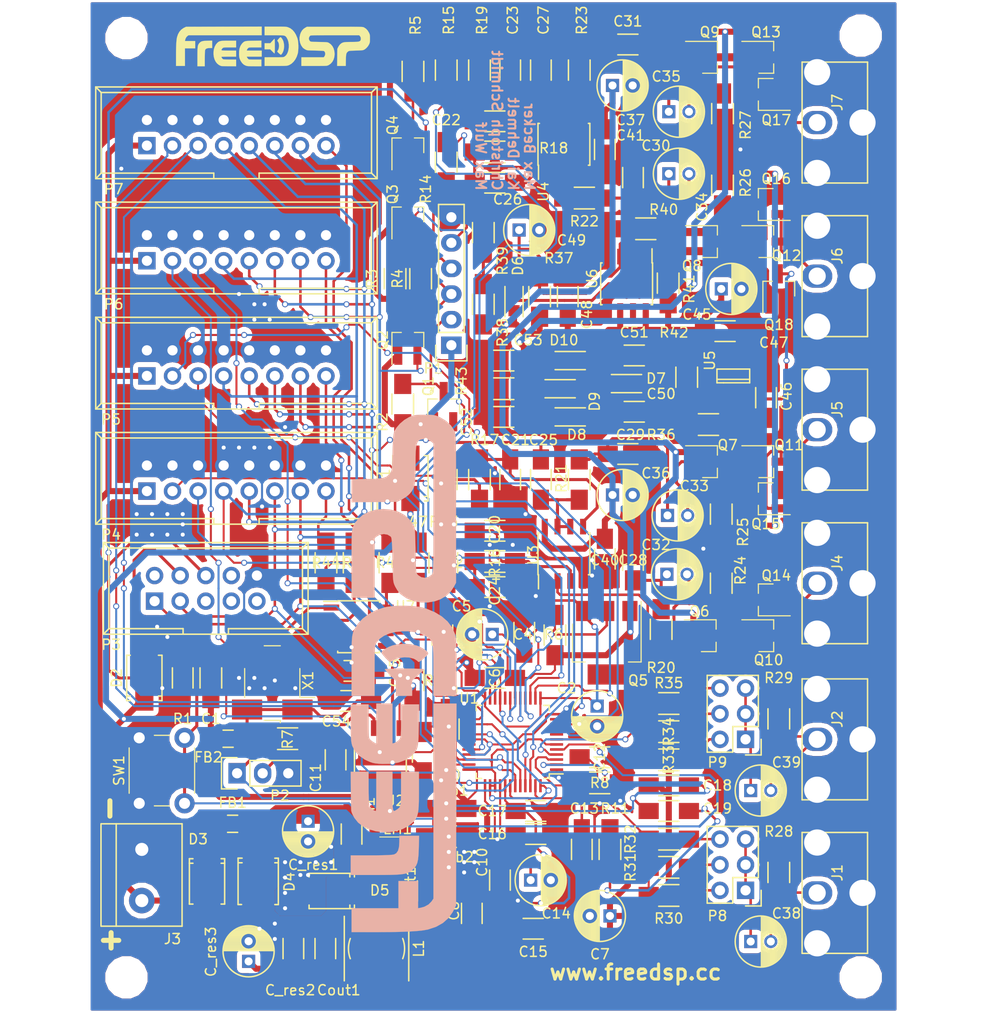
<source format=kicad_pcb>
(kicad_pcb (version 4) (host pcbnew 4.0.6-e0-6349~52~ubuntu16.10.1)
  (layers (0 F.Cu signal) (31 B.Cu signal) (34 B.Paste user) (35 F.Paste user) (36 B.SilkS user) (37 F.SilkS user) (38 B.Mask user) (39 F.Mask user) (44 Edge.Cuts user))
  (net 0 "")
  (net 1 BRD_RST)
  (net 2 GND)
  (net 3 "Net-(C2-Pad1)")
  (net 4 +3V3)
  (net 5 "Net-(C12-Pad2)")
  (net 6 "Net-(C14-Pad1)")
  (net 7 "Net-(C15-Pad2)")
  (net 8 "Net-(C18-Pad2)")
  (net 9 "Net-(C19-Pad1)")
  (net 10 "Net-(C20-Pad1)")
  (net 11 "Net-(C21-Pad1)")
  (net 12 "Net-(C22-Pad1)")
  (net 13 "Net-(C23-Pad1)")
  (net 14 "Net-(C24-Pad1)")
  (net 15 "Net-(C24-Pad2)")
  (net 16 "Net-(C25-Pad1)")
  (net 17 "Net-(C25-Pad2)")
  (net 18 "Net-(C26-Pad1)")
  (net 19 "Net-(C26-Pad2)")
  (net 20 "Net-(C27-Pad1)")
  (net 21 "Net-(C27-Pad2)")
  (net 22 "Net-(C28-Pad1)")
  (net 23 "Net-(C29-Pad1)")
  (net 24 "Net-(C30-Pad1)")
  (net 25 "Net-(C31-Pad1)")
  (net 26 CH1_IN)
  (net 27 CH2_IN)
  (net 28 CH3_IN)
  (net 29 CH4_IN)
  (net 30 "Net-(C38-Pad1)")
  (net 31 "Net-(C38-Pad2)")
  (net 32 "Net-(C39-Pad1)")
  (net 33 "Net-(C39-Pad2)")
  (net 34 "Net-(C46-Pad1)")
  (net 35 "Net-(C49-Pad1)")
  (net 36 "Net-(C50-Pad1)")
  (net 37 "Net-(C50-Pad2)")
  (net 38 "Net-(C51-Pad1)")
  (net 39 "Net-(C52-Pad2)")
  (net 40 -5V_SW)
  (net 41 "Net-(C54-Pad1)")
  (net 42 "Net-(Cboot1-Pad1)")
  (net 43 "Net-(Cboot1-Pad2)")
  (net 44 "Net-(C_res1-Pad1)")
  (net 45 VIN)
  (net 46 +5V)
  (net 47 "Net-(D2-Pad2)")
  (net 48 +12V)
  (net 49 "Net-(J4-Pad1)")
  (net 50 "Net-(J5-Pad1)")
  (net 51 "Net-(J6-Pad1)")
  (net 52 "Net-(J7-Pad1)")
  (net 53 "Net-(LM1-Pad3)")
  (net 54 "Net-(P1-Pad2)")
  (net 55 "Net-(P1-Pad3)")
  (net 56 "Net-(P1-Pad4)")
  (net 57 "Net-(P1-Pad5)")
  (net 58 WP)
  (net 59 "Net-(P2-Pad2)")
  (net 60 SCL)
  (net 61 "Net-(P3-Pad2)")
  (net 62 SDA)
  (net 63 "Net-(P3-Pad5)")
  (net 64 "Net-(P3-Pad7)")
  (net 65 "Net-(P3-Pad8)")
  (net 66 "Net-(P3-Pad9)")
  (net 67 MP0)
  (net 68 MP6)
  (net 69 MP11)
  (net 70 MP10)
  (net 71 MCLK1)
  (net 72 MP1)
  (net 73 MP7)
  (net 74 MCLK2)
  (net 75 MP2)
  (net 76 MP8)
  (net 77 MCLK3)
  (net 78 MP3)
  (net 79 MP9)
  (net 80 MCLK4)
  (net 81 "Net-(P8-Pad2)")
  (net 82 "Net-(P8-Pad4)")
  (net 83 "Net-(P8-Pad6)")
  (net 84 "Net-(P9-Pad2)")
  (net 85 "Net-(P9-Pad4)")
  (net 86 "Net-(P9-Pad6)")
  (net 87 "Net-(Q5-Pad2)")
  (net 88 "Net-(R8-Pad1)")
  (net 89 VOUT0)
  (net 90 VOUT1)
  (net 91 VOUT2)
  (net 92 VOUT3)
  (net 93 ADC0)
  (net 94 ADC1)
  (net 95 "Net-(R36-Pad1)")
  (net 96 "Net-(R38-Pad1)")
  (net 97 3.3V_SW)
  (net 98 "Net-(R44-Pad2)")
  (net 99 "Net-(R45-Pad2)")
  (net 100 "Net-(R46-Pad2)")
  (net 101 "Net-(R47-Pad2)")
  (net 102 "Net-(U1-Pad8)")
  (net 103 "Net-(U1-Pad9)")
  (net 104 "Net-(U1-Pad20)")
  (net 105 "Net-(U1-Pad31)")
  (net 106 MCLK0)
  (net 107 "Net-(U5-Pad5)")
  (net 108 "Net-(U5-Pad3)")
  (net 109 "Net-(U6-Pad7)")
  (net 110 "Net-(U7-Pad1)")
  (net 111 "Net-(Q10-Pad2)")
  (net 112 "Net-(Q11-Pad2)")
  (net 113 "Net-(Q12-Pad2)")
  (net 114 "Net-(Q13-Pad2)")
  (net 115 "/Muting Circuit/GND_SW")
  (module fdsp_connector:IDC_Header_Straight_10pins (layer F.Cu) (at 69.85 117.348)
    (fp_text reference P3 (at -4.318 4.318) (layer F.SilkS))
    (fp_text value CONN_02X05)
    (pad 1 thru_hole rect (at 0 0) (size 1.7272 1.7272) (drill 1.016) (layers *.Cu *.Mask) (net 60 SCL))
    (pad 2 thru_hole oval (at 0 -2.54) (size 1.7272 1.7272) (drill 1.016) (layers *.Cu *.Mask) (net 61 "Net-(P3-Pad2)"))
    (pad 3 thru_hole oval (at 2.54 0) (size 1.7272 1.7272) (drill 1.016) (layers *.Cu *.Mask) (net 62 SDA))
    (pad 4 thru_hole oval (at 2.54 -2.54) (size 1.7272 1.7272) (drill 1.016) (layers *.Cu *.Mask) (net 47 "Net-(D2-Pad2)"))
    (pad 5 thru_hole oval (at 5.08 0) (size 1.7272 1.7272) (drill 1.016) (layers *.Cu *.Mask) (net 63 "Net-(P3-Pad5)"))
    (pad 6 thru_hole oval (at 5.08 -2.54) (size 1.7272 1.7272) (drill 1.016) (layers *.Cu *.Mask) (net 1 BRD_RST))
    (pad 7 thru_hole oval (at 7.62 0) (size 1.7272 1.7272) (drill 1.016) (layers *.Cu *.Mask) (net 64 "Net-(P3-Pad7)"))
    (pad 8 thru_hole oval (at 7.62 -2.54) (size 1.7272 1.7272) (drill 1.016) (layers *.Cu *.Mask) (net 65 "Net-(P3-Pad8)"))
    (pad 9 thru_hole oval (at 10.16 0) (size 1.7272 1.7272) (drill 1.016) (layers *.Cu *.Mask) (net 66 "Net-(P3-Pad9)"))
    (pad 10 thru_hole oval (at 10.16 -2.54) (size 1.7272 1.7272) (drill 1.016) (layers *.Cu *.Mask) (net 2 GND))
  )
  (module fdsp_capacitor:C_1206_HandSoldering (layer F.Cu) (at 72.644 124.968 270)
    (fp_text reference C1 (at 4.064 -2.794 360) (layer F.SilkS))
    (fp_text value 100n)
    (pad 1 smd rect (at -2 0 270) (size 2 1.6) (layers F.Cu F.Paste F.Mask) (net 1 BRD_RST))
    (pad 2 smd rect (at 2 0 270) (size 2 1.6) (layers F.Cu F.Paste F.Mask) (net 2 GND))
  )
  (module fdsp_capacitor:C_1206_HandSoldering (layer F.Cu) (at 98.425 120.7135 270)
    (fp_text reference C3 (at -1.3335 1.905 270) (layer F.SilkS))
    (fp_text value 100n)
    (pad 1 smd rect (at -2 0 270) (size 2 1.6) (layers F.Cu F.Paste F.Mask) (net 2 GND))
    (pad 2 smd rect (at 2 0 270) (size 2 1.6) (layers F.Cu F.Paste F.Mask) (net 3 "Net-(C2-Pad1)"))
  )
  (module fdsp_capacitor:C_1206_HandSoldering (layer F.Cu) (at 106.553 120.4595 270)
    (fp_text reference C4 (at 0.1905 0.127 360) (layer F.SilkS))
    (fp_text value 100n)
    (pad 1 smd rect (at -2 0 270) (size 2 1.6) (layers F.Cu F.Paste F.Mask) (net 2 GND))
    (pad 2 smd rect (at 2 0 270) (size 2 1.6) (layers F.Cu F.Paste F.Mask) (net 3 "Net-(C2-Pad1)"))
  )
  (module fdsp_capacitor:C_1206_HandSoldering (layer F.Cu) (at 103.632 124.968)
    (fp_text reference C6 (at 0 0 90) (layer F.SilkS))
    (fp_text value 100n)
    (pad 1 smd rect (at -2 0) (size 2 1.6) (layers F.Cu F.Paste F.Mask) (net 2 GND))
    (pad 2 smd rect (at 2 0) (size 2 1.6) (layers F.Cu F.Paste F.Mask) (net 4 +3V3))
  )
  (module fdsp_capacitor:C_1206_HandSoldering (layer F.Cu) (at 101.346 148.336 90)
    (fp_text reference C8 (at 0.254 -1.778 90) (layer F.SilkS))
    (fp_text value 100n)
    (pad 1 smd rect (at -2 0 90) (size 2 1.6) (layers F.Cu F.Paste F.Mask) (net 2 GND))
    (pad 2 smd rect (at 2 0 90) (size 2 1.6) (layers F.Cu F.Paste F.Mask) (net 4 +3V3))
  )
  (module fdsp_capacitor:C_1206_HandSoldering (layer F.Cu) (at 99.06 130.048 270)
    (fp_text reference C9 (at -3.81 0 360) (layer F.SilkS))
    (fp_text value 100n)
    (pad 1 smd rect (at -2 0 270) (size 2 1.6) (layers F.Cu F.Paste F.Mask) (net 2 GND))
    (pad 2 smd rect (at 2 0 270) (size 2 1.6) (layers F.Cu F.Paste F.Mask) (net 4 +3V3))
  )
  (module fdsp_capacitor:C_1206_HandSoldering (layer F.Cu) (at 104.14 145.034 90)
    (fp_text reference C10 (at 1.778 -1.778 270) (layer F.SilkS))
    (fp_text value 100n)
    (pad 1 smd rect (at -2 0 90) (size 2 1.6) (layers F.Cu F.Paste F.Mask) (net 2 GND))
    (pad 2 smd rect (at 2 0 90) (size 2 1.6) (layers F.Cu F.Paste F.Mask) (net 4 +3V3))
  )
  (module fdsp_capacitor:C_1206_HandSoldering (layer F.Cu) (at 87.8205 133.096 90)
    (fp_text reference C11 (at -1.778 -1.9685 90) (layer F.SilkS))
    (fp_text value 100n)
    (pad 1 smd rect (at -2 0 90) (size 2 1.6) (layers F.Cu F.Paste F.Mask) (net 2 GND))
    (pad 2 smd rect (at 2 0 90) (size 2 1.6) (layers F.Cu F.Paste F.Mask) (net 4 +3V3))
  )
  (module fdsp_capacitor:C_1206_HandSoldering (layer F.Cu) (at 114.046 132.842 180)
    (fp_text reference C12 (at 0 0 270) (layer F.SilkS))
    (fp_text value 10u)
    (pad 1 smd rect (at -2 0 180) (size 2 1.6) (layers F.Cu F.Paste F.Mask) (net 2 GND))
    (pad 2 smd rect (at 2 0 180) (size 2 1.6) (layers F.Cu F.Paste F.Mask) (net 5 "Net-(C12-Pad2)"))
  )
  (module fdsp_capacitor:C_1206_HandSoldering (layer F.Cu) (at 112.268 141.986 270)
    (fp_text reference C13 (at -4.064 -0.254 360) (layer F.SilkS))
    (fp_text value 100n)
    (pad 1 smd rect (at -2 0 270) (size 2 1.6) (layers F.Cu F.Paste F.Mask) (net 5 "Net-(C12-Pad2)"))
    (pad 2 smd rect (at 2 0 270) (size 2 1.6) (layers F.Cu F.Paste F.Mask) (net 2 GND))
  )
  (module fdsp_capacitor:C_1206_HandSoldering (layer F.Cu) (at 107.442 149.86 180)
    (fp_text reference C15 (at 0 -2.286 180) (layer F.SilkS))
    (fp_text value 10u)
    (pad 1 smd rect (at -2 0 180) (size 2 1.6) (layers F.Cu F.Paste F.Mask) (net 2 GND))
    (pad 2 smd rect (at 2 0 180) (size 2 1.6) (layers F.Cu F.Paste F.Mask) (net 7 "Net-(C15-Pad2)"))
  )
  (module fdsp_capacitor:C_1206_HandSoldering (layer F.Cu) (at 107.696 140.462)
    (fp_text reference C16 (at -4.318 0 180) (layer F.SilkS))
    (fp_text value 100n)
    (pad 1 smd rect (at -2 0) (size 2 1.6) (layers F.Cu F.Paste F.Mask) (net 6 "Net-(C14-Pad1)"))
    (pad 2 smd rect (at 2 0) (size 2 1.6) (layers F.Cu F.Paste F.Mask) (net 2 GND))
  )
  (module fdsp_capacitor:C_1206_HandSoldering (layer F.Cu) (at 107.696 138.176)
    (fp_text reference C17 (at -4.318 0 180) (layer F.SilkS))
    (fp_text value 100n)
    (pad 1 smd rect (at -2 0) (size 2 1.6) (layers F.Cu F.Paste F.Mask) (net 7 "Net-(C15-Pad2)"))
    (pad 2 smd rect (at 2 0) (size 2 1.6) (layers F.Cu F.Paste F.Mask) (net 2 GND))
  )
  (module fdsp_capacitor:C_1206_HandSoldering (layer F.Cu) (at 120.904 135.636)
    (fp_text reference C18 (at 4.826 0) (layer F.SilkS))
    (fp_text value 3n3)
    (pad 1 smd rect (at -2 0) (size 2 1.6) (layers F.Cu F.Paste F.Mask) (net 4 +3V3))
    (pad 2 smd rect (at 2 0) (size 2 1.6) (layers F.Cu F.Paste F.Mask) (net 8 "Net-(C18-Pad2)"))
  )
  (module fdsp_capacitor:C_1206_HandSoldering (layer F.Cu) (at 120.904 138.176 180)
    (fp_text reference C19 (at -4.826 0.254 180) (layer F.SilkS))
    (fp_text value 56n)
    (pad 1 smd rect (at -2 0 180) (size 2 1.6) (layers F.Cu F.Paste F.Mask) (net 9 "Net-(C19-Pad1)"))
    (pad 2 smd rect (at 2 0 180) (size 2 1.6) (layers F.Cu F.Paste F.Mask) (net 8 "Net-(C18-Pad2)"))
  )
  (module fdsp_capacitor:C_1206_HandSoldering (layer F.Cu) (at 103.632 110.363)
    (fp_text reference C20 (at 0 -0.127 90) (layer F.SilkS))
    (fp_text value 100p)
    (pad 1 smd rect (at -2 0) (size 2 1.6) (layers F.Cu F.Paste F.Mask) (net 10 "Net-(C20-Pad1)"))
    (pad 2 smd rect (at 2 0) (size 2 1.6) (layers F.Cu F.Paste F.Mask) (net 2 GND))
  )
  (module fdsp_capacitor:C_1206_HandSoldering (layer F.Cu) (at 105.156 105.283 270)
    (fp_text reference C21 (at -3.937 -0.508 360) (layer F.SilkS))
    (fp_text value 100p)
    (pad 1 smd rect (at -2 0 270) (size 2 1.6) (layers F.Cu F.Paste F.Mask) (net 11 "Net-(C21-Pad1)"))
    (pad 2 smd rect (at 2 0 270) (size 2 1.6) (layers F.Cu F.Paste F.Mask) (net 2 GND))
  )
  (module fdsp_capacitor:C_1206_HandSoldering (layer F.Cu) (at 103.632 69.723)
    (fp_text reference C22 (at -4.826 -0.127) (layer F.SilkS))
    (fp_text value 100p)
    (pad 1 smd rect (at -2 0) (size 2 1.6) (layers F.Cu F.Paste F.Mask) (net 12 "Net-(C22-Pad1)"))
    (pad 2 smd rect (at 2 0) (size 2 1.6) (layers F.Cu F.Paste F.Mask) (net 2 GND))
  )
  (module fdsp_capacitor:C_1206_HandSoldering (layer F.Cu) (at 105.156 64.643 270)
    (fp_text reference C23 (at -4.953 -0.254 270) (layer F.SilkS))
    (fp_text value 100p)
    (pad 1 smd rect (at -2 0 270) (size 2 1.6) (layers F.Cu F.Paste F.Mask) (net 13 "Net-(C23-Pad1)"))
    (pad 2 smd rect (at 2 0 270) (size 2 1.6) (layers F.Cu F.Paste F.Mask) (net 2 GND))
  )
  (module fdsp_capacitor:C_1206_HandSoldering (layer F.Cu) (at 103.632 115.951 180)
    (fp_text reference C24 (at 0 -0.381 270) (layer F.SilkS))
    (fp_text value 330p)
    (pad 1 smd rect (at -2 0 180) (size 2 1.6) (layers F.Cu F.Paste F.Mask) (net 14 "Net-(C24-Pad1)"))
    (pad 2 smd rect (at 2 0 180) (size 2 1.6) (layers F.Cu F.Paste F.Mask) (net 15 "Net-(C24-Pad2)"))
  )
  (module fdsp_capacitor:C_1206_HandSoldering (layer F.Cu) (at 108.204 105.283 90)
    (fp_text reference C25 (at 3.937 0.254 180) (layer F.SilkS))
    (fp_text value 330p)
    (pad 1 smd rect (at -2 0 90) (size 2 1.6) (layers F.Cu F.Paste F.Mask) (net 16 "Net-(C25-Pad1)"))
    (pad 2 smd rect (at 2 0 90) (size 2 1.6) (layers F.Cu F.Paste F.Mask) (net 17 "Net-(C25-Pad2)"))
  )
  (module fdsp_capacitor:C_1206_HandSoldering (layer F.Cu) (at 103.632 75.819 180)
    (fp_text reference C26 (at -1.27 -1.651 180) (layer F.SilkS))
    (fp_text value 330p)
    (pad 1 smd rect (at -2 0 180) (size 2 1.6) (layers F.Cu F.Paste F.Mask) (net 18 "Net-(C26-Pad1)"))
    (pad 2 smd rect (at 2 0 180) (size 2 1.6) (layers F.Cu F.Paste F.Mask) (net 19 "Net-(C26-Pad2)"))
  )
  (module fdsp_capacitor:C_1206_HandSoldering (layer F.Cu) (at 108.204 64.643 90)
    (fp_text reference C27 (at 4.953 0.254 90) (layer F.SilkS))
    (fp_text value 330p)
    (pad 1 smd rect (at -2 0 90) (size 2 1.6) (layers F.Cu F.Paste F.Mask) (net 20 "Net-(C27-Pad1)"))
    (pad 2 smd rect (at 2 0 90) (size 2 1.6) (layers F.Cu F.Paste F.Mask) (net 21 "Net-(C27-Pad2)"))
  )
  (module fdsp_capacitor:C_1206_HandSoldering (layer F.Cu) (at 117.348 113.284 90)
    (fp_text reference C28 (at 0 0 180) (layer F.SilkS))
    (fp_text value 560p)
    (pad 1 smd rect (at -2 0 90) (size 2 1.6) (layers F.Cu F.Paste F.Mask) (net 22 "Net-(C28-Pad1)"))
    (pad 2 smd rect (at 2 0 90) (size 2 1.6) (layers F.Cu F.Paste F.Mask) (net 2 GND))
  )
  (module fdsp_capacitor:C_1206_HandSoldering (layer F.Cu) (at 116.84 102.743)
    (fp_text reference C29 (at 0.254 -1.905) (layer F.SilkS))
    (fp_text value 560p)
    (pad 1 smd rect (at -2 0) (size 2 1.6) (layers F.Cu F.Paste F.Mask) (net 23 "Net-(C29-Pad1)"))
    (pad 2 smd rect (at 2 0) (size 2 1.6) (layers F.Cu F.Paste F.Mask) (net 2 GND))
  )
  (module fdsp_capacitor:C_1206_HandSoldering (layer F.Cu) (at 117.348 75.311 90)
    (fp_text reference C30 (at 3.175 2.286 360) (layer F.SilkS))
    (fp_text value 560p)
    (pad 1 smd rect (at -2 0 90) (size 2 1.6) (layers F.Cu F.Paste F.Mask) (net 24 "Net-(C30-Pad1)"))
    (pad 2 smd rect (at 2 0 90) (size 2 1.6) (layers F.Cu F.Paste F.Mask) (net 2 GND))
  )
  (module fdsp_capacitor:C_1206_HandSoldering (layer F.Cu) (at 116.84 62.103)
    (fp_text reference C31 (at 0 -2.3) (layer F.SilkS))
    (fp_text value 560p)
    (pad 1 smd rect (at -2 0) (size 2 1.6) (layers F.Cu F.Paste F.Mask) (net 25 "Net-(C31-Pad1)"))
    (pad 2 smd rect (at 2 0) (size 2 1.6) (layers F.Cu F.Paste F.Mask) (net 2 GND))
  )
  (module fdsp_capacitor:C_Radial_D5_L11_P2 (layer F.Cu) (at 120.7135 114.681)
    (fp_text reference C32 (at -1.0795 -2.921) (layer F.SilkS))
    (fp_text value 10u)
    (pad 1 thru_hole rect (at 0 0) (size 1.3 1.3) (drill 0.8) (layers *.Cu *.Mask) (net 22 "Net-(C28-Pad1)"))
    (pad 2 thru_hole circle (at 2 0) (size 1.3 1.3) (drill 0.8) (layers *.Cu *.Mask) (net 26 CH1_IN))
  )
  (module fdsp_capacitor:C_Radial_D5_L11_P2 (layer F.Cu) (at 120.777 108.839)
    (fp_text reference C33 (at 2.667 -2.921) (layer F.SilkS))
    (fp_text value 10u)
    (pad 1 thru_hole rect (at 0 0) (size 1.3 1.3) (drill 0.8) (layers *.Cu *.Mask) (net 23 "Net-(C29-Pad1)"))
    (pad 2 thru_hole circle (at 2 0) (size 1.3 1.3) (drill 0.8) (layers *.Cu *.Mask) (net 27 CH2_IN))
  )
  (module fdsp_capacitor:C_Radial_D5_L11_P2 (layer F.Cu) (at 120.904 74.93)
    (fp_text reference C34 (at 3.302 3.302 90) (layer F.SilkS))
    (fp_text value 10u)
    (pad 1 thru_hole rect (at 0 0) (size 1.3 1.3) (drill 0.8) (layers *.Cu *.Mask) (net 24 "Net-(C30-Pad1)"))
    (pad 2 thru_hole circle (at 2 0) (size 1.3 1.3) (drill 0.8) (layers *.Cu *.Mask) (net 28 CH3_IN))
  )
  (module fdsp_capacitor:C_Radial_D5_L11_P2 (layer F.Cu) (at 120.904 68.7705)
    (fp_text reference C35 (at -0.254 -3.4925) (layer F.SilkS))
    (fp_text value 10u)
    (pad 1 thru_hole rect (at 0 0) (size 1.3 1.3) (drill 0.8) (layers *.Cu *.Mask) (net 25 "Net-(C31-Pad1)"))
    (pad 2 thru_hole circle (at 2 0) (size 1.3 1.3) (drill 0.8) (layers *.Cu *.Mask) (net 29 CH4_IN))
  )
  (module fdsp_capacitor:C_Radial_D5_L11_P2 (layer F.Cu) (at 115.316 106.807)
    (fp_text reference C36 (at 4.318 -2.159) (layer F.SilkS))
    (fp_text value 10u)
    (pad 1 thru_hole rect (at 0 0) (size 1.3 1.3) (drill 0.8) (layers *.Cu *.Mask) (net 4 +3V3))
    (pad 2 thru_hole circle (at 2 0) (size 1.3 1.3) (drill 0.8) (layers *.Cu *.Mask) (net 2 GND))
  )
  (module fdsp_capacitor:C_Radial_D5_L11_P2 (layer F.Cu) (at 115.316 66.167)
    (fp_text reference C37 (at 1.778 3.429) (layer F.SilkS))
    (fp_text value 10u)
    (pad 1 thru_hole rect (at 0 0) (size 1.3 1.3) (drill 0.8) (layers *.Cu *.Mask) (net 4 +3V3))
    (pad 2 thru_hole circle (at 2 0) (size 1.3 1.3) (drill 0.8) (layers *.Cu *.Mask) (net 2 GND))
  )
  (module fdsp_capacitor:C_Radial_D5_L11_P2 (layer F.Cu) (at 129.032 151.13)
    (fp_text reference C38 (at 3.556 -2.794) (layer F.SilkS))
    (fp_text value 47u)
    (pad 1 thru_hole rect (at 0 0) (size 1.3 1.3) (drill 0.8) (layers *.Cu *.Mask) (net 30 "Net-(C38-Pad1)"))
    (pad 2 thru_hole circle (at 2 0) (size 1.3 1.3) (drill 0.8) (layers *.Cu *.Mask) (net 31 "Net-(C38-Pad2)"))
  )
  (module fdsp_capacitor:C_Radial_D5_L11_P2 (layer F.Cu) (at 129.032 136.144)
    (fp_text reference C39 (at 3.556 -2.794) (layer F.SilkS))
    (fp_text value 47u)
    (pad 1 thru_hole rect (at 0 0) (size 1.3 1.3) (drill 0.8) (layers *.Cu *.Mask) (net 32 "Net-(C39-Pad1)"))
    (pad 2 thru_hole circle (at 2 0) (size 1.3 1.3) (drill 0.8) (layers *.Cu *.Mask) (net 33 "Net-(C39-Pad2)"))
  )
  (module fdsp_capacitor:C_1206_HandSoldering (layer F.Cu) (at 114.554 113.157 270)
    (fp_text reference C40 (at 0.127 0 360) (layer F.SilkS))
    (fp_text value 100n)
    (pad 1 smd rect (at -2 0 270) (size 2 1.6) (layers F.Cu F.Paste F.Mask) (net 4 +3V3))
    (pad 2 smd rect (at 2 0 270) (size 2 1.6) (layers F.Cu F.Paste F.Mask) (net 2 GND))
  )
  (module fdsp_capacitor:C_1206_HandSoldering (layer F.Cu) (at 114.554 72.517 270)
    (fp_text reference C41 (at -1.397 -2.54 540) (layer F.SilkS))
    (fp_text value 100n)
    (pad 1 smd rect (at -2 0 270) (size 2 1.6) (layers F.Cu F.Paste F.Mask) (net 4 +3V3))
    (pad 2 smd rect (at 2 0 270) (size 2 1.6) (layers F.Cu F.Paste F.Mask) (net 2 GND))
  )
  (module fdsp_capacitor:C_Radial_D5_L11_P2 (layer F.Cu) (at 126.111 86.36)
    (fp_text reference C45 (at -2.413 2.54) (layer F.SilkS))
    (fp_text value 10u)
    (pad 1 thru_hole rect (at 0 0) (size 1.3 1.3) (drill 0.8) (layers *.Cu *.Mask) (net 4 +3V3))
    (pad 2 thru_hole circle (at 2 0) (size 1.3 1.3) (drill 0.8) (layers *.Cu *.Mask) (net 2 GND))
  )
  (module fdsp_capacitor:C_1206_HandSoldering (layer F.Cu) (at 130.556 97.155 90)
    (fp_text reference C46 (at 0.127 2.032 90) (layer F.SilkS))
    (fp_text value 10n)
    (pad 1 smd rect (at -2 0 90) (size 2 1.6) (layers F.Cu F.Paste F.Mask) (net 34 "Net-(C46-Pad1)"))
    (pad 2 smd rect (at 2 0 90) (size 2 1.6) (layers F.Cu F.Paste F.Mask) (net 2 GND))
  )
  (module fdsp_capacitor:C_1206_HandSoldering (layer F.Cu) (at 126.492 90.551 180)
    (fp_text reference C47 (at -4.826 -1.143 180) (layer F.SilkS))
    (fp_text value 100n)
    (pad 1 smd rect (at -2 0 180) (size 2 1.6) (layers F.Cu F.Paste F.Mask) (net 2 GND))
    (pad 2 smd rect (at 2 0 180) (size 2 1.6) (layers F.Cu F.Paste F.Mask) (net 4 +3V3))
  )
  (module fdsp_capacitor:C_1206_HandSoldering (layer F.Cu) (at 110.871 87.122 270)
    (fp_text reference C48 (at 1.778 -1.905 270) (layer F.SilkS))
    (fp_text value 100n)
    (pad 1 smd rect (at -2 0 270) (size 2 1.6) (layers F.Cu F.Paste F.Mask) (net 2 GND))
    (pad 2 smd rect (at 2 0 270) (size 2 1.6) (layers F.Cu F.Paste F.Mask) (net 4 +3V3))
  )
  (module fdsp_capacitor:C_Radial_D5_L11_P2 (layer F.Cu) (at 106.045 80.518)
    (fp_text reference C49 (at 5.207 1.016) (layer F.SilkS))
    (fp_text value 2.2u)
    (pad 1 thru_hole rect (at 0 0) (size 1.3 1.3) (drill 0.8) (layers *.Cu *.Mask) (net 35 "Net-(C49-Pad1)"))
    (pad 2 thru_hole circle (at 2 0) (size 1.3 1.3) (drill 0.8) (layers *.Cu *.Mask) (net 2 GND))
  )
  (module fdsp_capacitor:C_1206_HandSoldering (layer F.Cu) (at 117.475 98.552)
    (fp_text reference C50 (at 2.667 -1.778) (layer F.SilkS))
    (fp_text value 100n)
    (pad 1 smd rect (at -2 0) (size 2 1.6) (layers F.Cu F.Paste F.Mask) (net 36 "Net-(C50-Pad1)"))
    (pad 2 smd rect (at 2 0) (size 2 1.6) (layers F.Cu F.Paste F.Mask) (net 37 "Net-(C50-Pad2)"))
  )
  (module fdsp_capacitor:C_1206_HandSoldering (layer F.Cu) (at 117.475 92.964)
    (fp_text reference C51 (at 0 -2.3) (layer F.SilkS))
    (fp_text value 100n)
    (pad 1 smd rect (at -2 0) (size 2 1.6) (layers F.Cu F.Paste F.Mask) (net 38 "Net-(C51-Pad1)"))
    (pad 2 smd rect (at 2 0) (size 2 1.6) (layers F.Cu F.Paste F.Mask) (net 37 "Net-(C50-Pad2)"))
  )
  (module fdsp_capacitor:C_1206_HandSoldering (layer F.Cu) (at 104.521 99.06)
    (fp_text reference C52 (at -3.683 0.508 90) (layer F.SilkS))
    (fp_text value 100n)
    (pad 1 smd rect (at -2 0) (size 2 1.6) (layers F.Cu F.Paste F.Mask) (net 2 GND))
    (pad 2 smd rect (at 2 0) (size 2 1.6) (layers F.Cu F.Paste F.Mask) (net 39 "Net-(C52-Pad2)"))
  )
  (module fdsp_capacitor:C_1206_HandSoldering (layer F.Cu) (at 104.521 93.472)
    (fp_text reference C53 (at 2.413 -2.032) (layer F.SilkS))
    (fp_text value 100n)
    (pad 1 smd rect (at -2 0) (size 2 1.6) (layers F.Cu F.Paste F.Mask) (net 2 GND))
    (pad 2 smd rect (at 2 0) (size 2 1.6) (layers F.Cu F.Paste F.Mask) (net 40 -5V_SW))
  )
  (module fdsp_capacitor:C_1206_HandSoldering (layer F.Cu) (at 89.3445 127.254 180)
    (fp_text reference C54 (at 1.4605 -2.032 180) (layer F.SilkS))
    (fp_text value 10n)
    (pad 1 smd rect (at -2 0 180) (size 2 1.6) (layers F.Cu F.Paste F.Mask) (net 41 "Net-(C54-Pad1)"))
    (pad 2 smd rect (at 2 0 180) (size 2 1.6) (layers F.Cu F.Paste F.Mask) (net 2 GND))
  )
  (module fdsp_capacitor:C_1206_HandSoldering (layer F.Cu) (at 89.662 124.2695)
    (fp_text reference C55 (at 4.064 0.1905 90) (layer F.SilkS))
    (fp_text value 100n)
    (pad 1 smd rect (at -2 0) (size 2 1.6) (layers F.Cu F.Paste F.Mask) (net 2 GND))
    (pad 2 smd rect (at 2 0) (size 2 1.6) (layers F.Cu F.Paste F.Mask) (net 41 "Net-(C54-Pad1)"))
  )
  (module fdsp_capacitor:C_1206_HandSoldering (layer F.Cu) (at 96.9645 146.1135 90)
    (fp_text reference Cboot1 (at -0.1905 -1.7145 90) (layer F.SilkS))
    (fp_text value 220n)
    (pad 1 smd rect (at -2 0 90) (size 2 1.6) (layers F.Cu F.Paste F.Mask) (net 42 "Net-(Cboot1-Pad1)"))
    (pad 2 smd rect (at 2 0 90) (size 2 1.6) (layers F.Cu F.Paste F.Mask) (net 43 "Net-(Cboot1-Pad2)"))
  )
  (module fdsp_capacitor:C_1206_HandSoldering (layer F.Cu) (at 89.408 140.462 270)
    (fp_text reference Cin1 (at -2.032 -1.778 270) (layer F.SilkS))
    (fp_text value 2u2)
    (pad 1 smd rect (at -2 0 270) (size 2 1.6) (layers F.Cu F.Paste F.Mask) (net 44 "Net-(C_res1-Pad1)"))
    (pad 2 smd rect (at 2 0 270) (size 2 1.6) (layers F.Cu F.Paste F.Mask) (net 2 GND))
  )
  (module fdsp_capacitor:C_1206_HandSoldering (layer F.Cu) (at 86.8045 151.8285 90)
    (fp_text reference Cout1 (at -4.1275 1.3335 180) (layer F.SilkS))
    (fp_text value 47u)
    (pad 1 smd rect (at -2 0 90) (size 2 1.6) (layers F.Cu F.Paste F.Mask) (net 4 +3V3))
    (pad 2 smd rect (at 2 0 90) (size 2 1.6) (layers F.Cu F.Paste F.Mask) (net 2 GND))
  )
  (module fdsp_capacitor:C_Radial_D5_L11_P2 (layer F.Cu) (at 85.09 139.192 270)
    (fp_text reference C_res1 (at 4.318 -0.508 360) (layer F.SilkS))
    (fp_text value x)
    (pad 1 thru_hole rect (at 0 0 270) (size 1.3 1.3) (drill 0.8) (layers *.Cu *.Mask) (net 44 "Net-(C_res1-Pad1)"))
    (pad 2 thru_hole circle (at 2 0 270) (size 1.3 1.3) (drill 0.8) (layers *.Cu *.Mask) (net 2 GND))
  )
  (module fdsp_capacitor:C_1206_HandSoldering (layer F.Cu) (at 83.6295 151.8285 90)
    (fp_text reference C_res2 (at -4.1275 -0.3175 180) (layer F.SilkS))
    (fp_text value x)
    (pad 1 smd rect (at -2 0 90) (size 2 1.6) (layers F.Cu F.Paste F.Mask) (net 4 +3V3))
    (pad 2 smd rect (at 2 0 90) (size 2 1.6) (layers F.Cu F.Paste F.Mask) (net 2 GND))
  )
  (module fdsp_capacitor:C_Radial_D5_L11_P2 (layer F.Cu) (at 79.1845 153.0985 90)
    (fp_text reference C_res3 (at 0.9525 -3.7465 270) (layer F.SilkS))
    (fp_text value x)
    (pad 1 thru_hole rect (at 0 0 90) (size 1.3 1.3) (drill 0.8) (layers *.Cu *.Mask) (net 4 +3V3))
    (pad 2 thru_hole circle (at 2 0 90) (size 1.3 1.3) (drill 0.8) (layers *.Cu *.Mask) (net 2 GND))
  )
  (module fdsp_diode:SMA (layer F.Cu) (at 95.25 105.156 90)
    (fp_text reference D1 (at 0 -2.54 90) (layer F.SilkS))
    (fp_text value B150)
    (pad 1 smd rect (at -1.99898 0 90) (size 2.49936 1.80086) (layers F.Cu F.Paste F.Mask) (net 45 VIN))
    (pad 2 smd rect (at 1.99898 0 90) (size 2.49936 1.80086) (layers F.Cu F.Paste F.Mask) (net 46 +5V))
  )
  (module fdsp_diode:SMA (layer F.Cu) (at 68.834 124.968 90)
    (fp_text reference D2 (at 0 -2.75 90) (layer F.SilkS))
    (fp_text value B150)
    (pad 1 smd rect (at -1.99898 0 90) (size 2.49936 1.80086) (layers F.Cu F.Paste F.Mask) (net 45 VIN))
    (pad 2 smd rect (at 1.99898 0 90) (size 2.49936 1.80086) (layers F.Cu F.Paste F.Mask) (net 47 "Net-(D2-Pad2)"))
  )
  (module fdsp_diode:SMA (layer F.Cu) (at 75.057 145.161 270)
    (fp_text reference D3 (at -4.191 0.889 360) (layer F.SilkS))
    (fp_text value B150)
    (pad 1 smd rect (at -1.99898 0 270) (size 2.49936 1.80086) (layers F.Cu F.Paste F.Mask) (net 45 VIN))
    (pad 2 smd rect (at 1.99898 0 270) (size 2.49936 1.80086) (layers F.Cu F.Paste F.Mask) (net 48 +12V))
  )
  (module fdsp_diode:SMB (layer F.Cu) (at 80.137 145.161 270)
    (fp_text reference D4 (at 0.05 -3.1 270) (layer F.SilkS))
    (fp_text value "P6SMB 27V")
    (pad 1 smd rect (at -2.14884 0 270) (size 2.49936 2.30124) (layers F.Cu F.Paste F.Mask) (net 45 VIN))
    (pad 2 smd rect (at 2.14884 0 270) (size 2.49936 2.30124) (layers F.Cu F.Paste F.Mask) (net 2 GND))
  )
  (module fdsp_diode:SMA (layer F.Cu) (at 87.4395 146.1135 180)
    (fp_text reference D5 (at -4.7625 0.0635 180) (layer F.SilkS))
    (fp_text value B150)
    (pad 1 smd rect (at -1.99898 0 180) (size 2.49936 1.80086) (layers F.Cu F.Paste F.Mask) (net 42 "Net-(Cboot1-Pad1)"))
    (pad 2 smd rect (at 1.99898 0 180) (size 2.49936 1.80086) (layers F.Cu F.Paste F.Mask) (net 2 GND))
  )
  (module fdsp_diode:SOD-123W (layer F.Cu) (at 105.537 87.122 90)
    (fp_text reference D6 (at 3.048 0.381 90) (layer F.SilkS))
    (fp_text value 1N4148)
    (pad 1 smd rect (at -1.4 0 90) (size 1.1 1.1) (layers F.Cu F.Paste F.Mask) (net 4 +3V3))
    (pad 2 smd rect (at 1.4 0 90) (size 1.1 1.1) (layers F.Cu F.Paste F.Mask) (net 35 "Net-(C49-Pad1)"))
  )
  (module fdsp_diode:SOD-123W (layer F.Cu) (at 116.205 95.758 180)
    (fp_text reference D7 (at -3.429 0.508 180) (layer F.SilkS))
    (fp_text value 1N4148)
    (pad 1 smd rect (at -1.4 0 180) (size 1.1 1.1) (layers F.Cu F.Paste F.Mask) (net 2 GND))
    (pad 2 smd rect (at 1.4 0 180) (size 1.1 1.1) (layers F.Cu F.Paste F.Mask) (net 36 "Net-(C50-Pad1)"))
  )
  (module fdsp_diode:SOD-123W (layer F.Cu) (at 110.617 99.06 180)
    (fp_text reference D8 (at -1.143 -1.778 180) (layer F.SilkS))
    (fp_text value 1N4148)
    (pad 1 smd rect (at -1.4 0 180) (size 1.1 1.1) (layers F.Cu F.Paste F.Mask) (net 36 "Net-(C50-Pad1)"))
    (pad 2 smd rect (at 1.4 0 180) (size 1.1 1.1) (layers F.Cu F.Paste F.Mask) (net 39 "Net-(C52-Pad2)"))
  )
  (module fdsp_diode:SOD-123W (layer F.Cu) (at 110.617 96.266)
    (fp_text reference D9 (at 2.921 1.27 90) (layer F.SilkS))
    (fp_text value 1N4148)
    (pad 1 smd rect (at -1.4 0) (size 1.1 1.1) (layers F.Cu F.Paste F.Mask) (net 39 "Net-(C52-Pad2)"))
    (pad 2 smd rect (at 1.4 0) (size 1.1 1.1) (layers F.Cu F.Paste F.Mask) (net 38 "Net-(C51-Pad1)"))
  )
  (module fdsp_diode:SOD-123W (layer F.Cu) (at 110.617 93.472 180)
    (fp_text reference D10 (at 0.127 2.032 180) (layer F.SilkS))
    (fp_text value 1N4148)
    (pad 1 smd rect (at -1.4 0 180) (size 1.1 1.1) (layers F.Cu F.Paste F.Mask) (net 38 "Net-(C51-Pad1)"))
    (pad 2 smd rect (at 1.4 0 180) (size 1.1 1.1) (layers F.Cu F.Paste F.Mask) (net 40 -5V_SW))
  )
  (module fdsp_capacitor:C_0805_HandSoldering (layer F.Cu) (at 77.597 139.446)
    (fp_text reference FB1 (at 0 -2.1) (layer F.SilkS))
    (fp_text value 330)
    (pad 1 smd rect (at -1.25 0) (size 1.5 1.25) (layers F.Cu F.Paste F.Mask) (net 45 VIN))
    (pad 2 smd rect (at 1.25 0) (size 1.5 1.25) (layers F.Cu F.Paste F.Mask) (net 44 "Net-(C_res1-Pad1)"))
  )
  (module fdsp_capacitor:C_0805_HandSoldering (layer F.Cu) (at 77.1525 131.0005)
    (fp_text reference FB2 (at -1.9685 1.8415) (layer F.SilkS))
    (fp_text value 330)
    (pad 1 smd rect (at -1.25 0) (size 1.5 1.25) (layers F.Cu F.Paste F.Mask) (net 4 +3V3))
    (pad 2 smd rect (at 1.25 0) (size 1.5 1.25) (layers F.Cu F.Paste F.Mask) (net 41 "Net-(C54-Pad1)"))
  )
  (module fdsp_connector:RCA_RCJ-01x (layer F.Cu) (at 135.636 146.304 270)
    (fp_text reference J1 (at -2 -2 270) (layer F.SilkS))
    (fp_text value RCA_01)
    (pad 2 thru_hole oval (at -5 0 270) (size 3.2 4) (drill 2.6) (layers *.Cu *.Mask) (net 2 GND))
    (pad 2 thru_hole oval (at 5 0 270) (size 3.2 4) (drill 2.6) (layers *.Cu *.Mask) (net 2 GND))
    (pad 2 thru_hole oval (at 0 -4.5) (size 3.2 4) (drill 2.6) (layers *.Cu *.Mask) (net 2 GND))
    (pad 1 thru_hole oval (at 0 0 270) (size 2.3 3) (drill 1.7) (layers *.Cu *.Mask) (net 31 "Net-(C38-Pad2)"))
  )
  (module fdsp_connector:RCA_RCJ-01x (layer F.Cu) (at 135.636 131.064 270)
    (fp_text reference J2 (at -2 -2 270) (layer F.SilkS))
    (fp_text value RCA_01)
    (pad 2 thru_hole oval (at -5 0 270) (size 3.2 4) (drill 2.6) (layers *.Cu *.Mask) (net 2 GND))
    (pad 2 thru_hole oval (at 5 0 270) (size 3.2 4) (drill 2.6) (layers *.Cu *.Mask) (net 2 GND))
    (pad 2 thru_hole oval (at 0 -4.5) (size 3.2 4) (drill 2.6) (layers *.Cu *.Mask) (net 2 GND))
    (pad 1 thru_hole oval (at 0 0 270) (size 2.3 3) (drill 1.7) (layers *.Cu *.Mask) (net 33 "Net-(C39-Pad2)"))
  )
  (module fdsp_connector:RIACON101-2 (layer F.Cu) (at 68.58 144.526 270)
    (fp_text reference J3 (at 6.35 -3.048 360) (layer F.SilkS))
    (fp_text value CONN_01X02)
    (pad 1 thru_hole rect (at -2.54 0 270) (size 2.54 2.54) (drill 1.3) (layers *.Cu *.Mask) (net 2 GND))
    (pad 2 thru_hole circle (at 2.54 0 270) (size 2.54 2.54) (drill 1.3) (layers *.Cu *.Mask) (net 48 +12V))
  )
  (module fdsp_connector:RCA_RCJ-01x (layer F.Cu) (at 135.636 115.57 270)
    (fp_text reference J4 (at -2 -2 270) (layer F.SilkS))
    (fp_text value RCA_01)
    (pad 2 thru_hole oval (at -5 0 270) (size 3.2 4) (drill 2.6) (layers *.Cu *.Mask) (net 2 GND))
    (pad 2 thru_hole oval (at 5 0 270) (size 3.2 4) (drill 2.6) (layers *.Cu *.Mask) (net 2 GND))
    (pad 2 thru_hole oval (at 0 -4.5) (size 3.2 4) (drill 2.6) (layers *.Cu *.Mask) (net 2 GND))
    (pad 1 thru_hole oval (at 0 0 270) (size 2.3 3) (drill 1.7) (layers *.Cu *.Mask) (net 49 "Net-(J4-Pad1)"))
  )
  (module fdsp_connector:RCA_RCJ-01x (layer F.Cu) (at 135.636 100.33 270)
    (fp_text reference J5 (at -2 -2 270) (layer F.SilkS))
    (fp_text value RCA_01)
    (pad 2 thru_hole oval (at -5 0 270) (size 3.2 4) (drill 2.6) (layers *.Cu *.Mask) (net 2 GND))
    (pad 2 thru_hole oval (at 5 0 270) (size 3.2 4) (drill 2.6) (layers *.Cu *.Mask) (net 2 GND))
    (pad 2 thru_hole oval (at 0 -4.5) (size 3.2 4) (drill 2.6) (layers *.Cu *.Mask) (net 2 GND))
    (pad 1 thru_hole oval (at 0 0 270) (size 2.3 3) (drill 1.7) (layers *.Cu *.Mask) (net 50 "Net-(J5-Pad1)"))
  )
  (module fdsp_connector:RCA_RCJ-01x (layer F.Cu) (at 135.636 85.09 270)
    (fp_text reference J6 (at -2 -2 270) (layer F.SilkS))
    (fp_text value RCA_01)
    (pad 2 thru_hole oval (at -5 0 270) (size 3.2 4) (drill 2.6) (layers *.Cu *.Mask) (net 2 GND))
    (pad 2 thru_hole oval (at 5 0 270) (size 3.2 4) (drill 2.6) (layers *.Cu *.Mask) (net 2 GND))
    (pad 2 thru_hole oval (at 0 -4.5) (size 3.2 4) (drill 2.6) (layers *.Cu *.Mask) (net 2 GND))
    (pad 1 thru_hole oval (at 0 0 270) (size 2.3 3) (drill 1.7) (layers *.Cu *.Mask) (net 51 "Net-(J6-Pad1)"))
  )
  (module fdsp_connector:RCA_RCJ-01x (layer F.Cu) (at 135.636 69.85 270)
    (fp_text reference J7 (at -2 -2 270) (layer F.SilkS))
    (fp_text value RCA_01)
    (pad 2 thru_hole oval (at -5 0 270) (size 3.2 4) (drill 2.6) (layers *.Cu *.Mask) (net 2 GND))
    (pad 2 thru_hole oval (at 5 0 270) (size 3.2 4) (drill 2.6) (layers *.Cu *.Mask) (net 2 GND))
    (pad 2 thru_hole oval (at 0 -4.5) (size 3.2 4) (drill 2.6) (layers *.Cu *.Mask) (net 2 GND))
    (pad 1 thru_hole oval (at 0 0 270) (size 2.3 3) (drill 1.7) (layers *.Cu *.Mask) (net 52 "Net-(J7-Pad1)"))
  )
  (module fdsp_inductor_new:Choke_SMD_6.0x5.8 (layer F.Cu) (at 91.8845 151.8285 270)
    (fp_text reference L1 (at 0 -4.2 270) (layer F.SilkS))
    (fp_text value 47u)
    (pad 2 smd rect (at 1.95 0 270) (size 2.1 5.8) (layers F.Cu F.Paste F.Mask) (net 4 +3V3))
    (pad 1 smd rect (at -1.95 0 270) (size 2.1 5.8) (layers F.Cu F.Paste F.Mask) (net 42 "Net-(Cboot1-Pad1)"))
  )
  (module fdsp_housing:SOT23-6_1.7x3.0mm_Pitch0.95mm (layer F.Cu) (at 93.1545 142.3035 180)
    (fp_text reference LM1 (at -0.8255 2.3495 180) (layer F.SilkS))
    (fp_text value LM284x)
    (pad 1 smd rect (at -1.35 -0.95 180) (size 1.1 0.6) (layers F.Cu F.Paste F.Mask) (net 43 "Net-(Cboot1-Pad2)"))
    (pad 2 smd rect (at -1.35 0 180) (size 1.1 0.6) (layers F.Cu F.Paste F.Mask) (net 2 GND))
    (pad 3 smd rect (at -1.35 0.95 180) (size 1.1 0.6) (layers F.Cu F.Paste F.Mask) (net 53 "Net-(LM1-Pad3)"))
    (pad 4 smd rect (at 1.35 0.95 180) (size 1.1 0.6) (layers F.Cu F.Paste F.Mask) (net 44 "Net-(C_res1-Pad1)"))
    (pad 5 smd rect (at 1.35 0 180) (size 1.1 0.6) (layers F.Cu F.Paste F.Mask) (net 44 "Net-(C_res1-Pad1)"))
    (pad 6 smd rect (at 1.35 -0.95 180) (size 1.1 0.6) (layers F.Cu F.Paste F.Mask) (net 42 "Net-(Cboot1-Pad1)"))
  )
  (module fdsp_pinheader:Pin_Header_Straight_1x06 (layer F.Cu) (at 99.314 91.948 180)
    (fp_text reference P1 (at 1.778 -2.286 180) (layer F.SilkS))
    (fp_text value CONN_01X06)
    (pad 1 thru_hole rect (at 0 0 180) (size 2.032 1.7272) (drill 1.016) (layers *.Cu *.Mask) (net 46 +5V))
    (pad 2 thru_hole oval (at 0 2.54 180) (size 2.032 1.7272) (drill 1.016) (layers *.Cu *.Mask) (net 54 "Net-(P1-Pad2)"))
    (pad 3 thru_hole oval (at 0 5.08 180) (size 2.032 1.7272) (drill 1.016) (layers *.Cu *.Mask) (net 55 "Net-(P1-Pad3)"))
    (pad 4 thru_hole oval (at 0 7.62 180) (size 2.032 1.7272) (drill 1.016) (layers *.Cu *.Mask) (net 56 "Net-(P1-Pad4)"))
    (pad 5 thru_hole oval (at 0 10.16 180) (size 2.032 1.7272) (drill 1.016) (layers *.Cu *.Mask) (net 57 "Net-(P1-Pad5)"))
    (pad 6 thru_hole oval (at 0 12.7 180) (size 2.032 1.7272) (drill 1.016) (layers *.Cu *.Mask) (net 2 GND))
  )
  (module fdsp_pinheader:Pin_Header_Straight_1x03 (layer F.Cu) (at 78.0415 134.4295 90)
    (fp_text reference P2 (at -2.2225 4.2545 180) (layer F.SilkS))
    (fp_text value CONN_01X03)
    (pad 1 thru_hole rect (at 0 0 90) (size 2.032 1.7272) (drill 1.016) (layers *.Cu *.Mask) (net 58 WP))
    (pad 2 thru_hole oval (at 0 2.54 90) (size 2.032 1.7272) (drill 1.016) (layers *.Cu *.Mask) (net 59 "Net-(P2-Pad2)"))
    (pad 3 thru_hole oval (at 0 5.08 90) (size 2.032 1.7272) (drill 1.016) (layers *.Cu *.Mask) (net 2 GND))
  )
  (module fdsp_connector:IDC_Header_Straight_16pins (layer F.Cu) (at 69.088 106.426)
    (fp_text reference P4 (at -3.556 4.318) (layer F.SilkS))
    (fp_text value STDCONN)
    (pad 1 thru_hole rect (at 0 0) (size 1.7272 1.7272) (drill 1.016) (layers *.Cu *.Mask) (net 48 +12V))
    (pad 2 thru_hole oval (at 0 -2.54) (size 1.7272 1.7272) (drill 1.016) (layers *.Cu *.Mask) (net 2 GND))
    (pad 3 thru_hole oval (at 2.54 0) (size 1.7272 1.7272) (drill 1.016) (layers *.Cu *.Mask) (net 67 MP0))
    (pad 4 thru_hole oval (at 2.54 -2.54) (size 1.7272 1.7272) (drill 1.016) (layers *.Cu *.Mask) (net 2 GND))
    (pad 5 thru_hole oval (at 5.08 0) (size 1.7272 1.7272) (drill 1.016) (layers *.Cu *.Mask) (net 68 MP6))
    (pad 6 thru_hole oval (at 5.08 -2.54) (size 1.7272 1.7272) (drill 1.016) (layers *.Cu *.Mask) (net 2 GND))
    (pad 7 thru_hole oval (at 7.62 0) (size 1.7272 1.7272) (drill 1.016) (layers *.Cu *.Mask) (net 69 MP11))
    (pad 8 thru_hole oval (at 7.62 -2.54) (size 1.7272 1.7272) (drill 1.016) (layers *.Cu *.Mask) (net 2 GND))
    (pad 9 thru_hole oval (at 10.16 0) (size 1.7272 1.7272) (drill 1.016) (layers *.Cu *.Mask) (net 70 MP10))
    (pad 10 thru_hole oval (at 10.16 -2.54) (size 1.7272 1.7272) (drill 1.016) (layers *.Cu *.Mask) (net 2 GND))
    (pad 11 thru_hole oval (at 12.7 0) (size 1.7272 1.7272) (drill 1.016) (layers *.Cu *.Mask) (net 62 SDA))
    (pad 12 thru_hole oval (at 12.7 -2.54) (size 1.7272 1.7272) (drill 1.016) (layers *.Cu *.Mask) (net 2 GND))
    (pad 13 thru_hole oval (at 15.24 0) (size 1.7272 1.7272) (drill 1.016) (layers *.Cu *.Mask) (net 60 SCL))
    (pad 14 thru_hole oval (at 15.24 -2.54) (size 1.7272 1.7272) (drill 1.016) (layers *.Cu *.Mask) (net 2 GND))
    (pad 15 thru_hole oval (at 17.78 0) (size 1.7272 1.7272) (drill 1.016) (layers *.Cu *.Mask) (net 71 MCLK1))
    (pad 16 thru_hole oval (at 17.78 -2.54) (size 1.7272 1.7272) (drill 1.016) (layers *.Cu *.Mask) (net 2 GND))
  )
  (module fdsp_connector:IDC_Header_Straight_16pins (layer F.Cu) (at 69.088 94.996)
    (fp_text reference P5 (at -3.556 4.318) (layer F.SilkS))
    (fp_text value STDCONN)
    (pad 1 thru_hole rect (at 0 0) (size 1.7272 1.7272) (drill 1.016) (layers *.Cu *.Mask) (net 48 +12V))
    (pad 2 thru_hole oval (at 0 -2.54) (size 1.7272 1.7272) (drill 1.016) (layers *.Cu *.Mask) (net 2 GND))
    (pad 3 thru_hole oval (at 2.54 0) (size 1.7272 1.7272) (drill 1.016) (layers *.Cu *.Mask) (net 72 MP1))
    (pad 4 thru_hole oval (at 2.54 -2.54) (size 1.7272 1.7272) (drill 1.016) (layers *.Cu *.Mask) (net 2 GND))
    (pad 5 thru_hole oval (at 5.08 0) (size 1.7272 1.7272) (drill 1.016) (layers *.Cu *.Mask) (net 73 MP7))
    (pad 6 thru_hole oval (at 5.08 -2.54) (size 1.7272 1.7272) (drill 1.016) (layers *.Cu *.Mask) (net 2 GND))
    (pad 7 thru_hole oval (at 7.62 0) (size 1.7272 1.7272) (drill 1.016) (layers *.Cu *.Mask) (net 69 MP11))
    (pad 8 thru_hole oval (at 7.62 -2.54) (size 1.7272 1.7272) (drill 1.016) (layers *.Cu *.Mask) (net 2 GND))
    (pad 9 thru_hole oval (at 10.16 0) (size 1.7272 1.7272) (drill 1.016) (layers *.Cu *.Mask) (net 70 MP10))
    (pad 10 thru_hole oval (at 10.16 -2.54) (size 1.7272 1.7272) (drill 1.016) (layers *.Cu *.Mask) (net 2 GND))
    (pad 11 thru_hole oval (at 12.7 0) (size 1.7272 1.7272) (drill 1.016) (layers *.Cu *.Mask) (net 62 SDA))
    (pad 12 thru_hole oval (at 12.7 -2.54) (size 1.7272 1.7272) (drill 1.016) (layers *.Cu *.Mask) (net 2 GND))
    (pad 13 thru_hole oval (at 15.24 0) (size 1.7272 1.7272) (drill 1.016) (layers *.Cu *.Mask) (net 60 SCL))
    (pad 14 thru_hole oval (at 15.24 -2.54) (size 1.7272 1.7272) (drill 1.016) (layers *.Cu *.Mask) (net 2 GND))
    (pad 15 thru_hole oval (at 17.78 0) (size 1.7272 1.7272) (drill 1.016) (layers *.Cu *.Mask) (net 74 MCLK2))
    (pad 16 thru_hole oval (at 17.78 -2.54) (size 1.7272 1.7272) (drill 1.016) (layers *.Cu *.Mask) (net 2 GND))
  )
  (module fdsp_connector:IDC_Header_Straight_16pins (layer F.Cu) (at 69.088 83.566)
    (fp_text reference P6 (at -3.302 4.318) (layer F.SilkS))
    (fp_text value STDCONN)
    (pad 1 thru_hole rect (at 0 0) (size 1.7272 1.7272) (drill 1.016) (layers *.Cu *.Mask) (net 48 +12V))
    (pad 2 thru_hole oval (at 0 -2.54) (size 1.7272 1.7272) (drill 1.016) (layers *.Cu *.Mask) (net 2 GND))
    (pad 3 thru_hole oval (at 2.54 0) (size 1.7272 1.7272) (drill 1.016) (layers *.Cu *.Mask) (net 75 MP2))
    (pad 4 thru_hole oval (at 2.54 -2.54) (size 1.7272 1.7272) (drill 1.016) (layers *.Cu *.Mask) (net 2 GND))
    (pad 5 thru_hole oval (at 5.08 0) (size 1.7272 1.7272) (drill 1.016) (layers *.Cu *.Mask) (net 76 MP8))
    (pad 6 thru_hole oval (at 5.08 -2.54) (size 1.7272 1.7272) (drill 1.016) (layers *.Cu *.Mask) (net 2 GND))
    (pad 7 thru_hole oval (at 7.62 0) (size 1.7272 1.7272) (drill 1.016) (layers *.Cu *.Mask) (net 69 MP11))
    (pad 8 thru_hole oval (at 7.62 -2.54) (size 1.7272 1.7272) (drill 1.016) (layers *.Cu *.Mask) (net 2 GND))
    (pad 9 thru_hole oval (at 10.16 0) (size 1.7272 1.7272) (drill 1.016) (layers *.Cu *.Mask) (net 70 MP10))
    (pad 10 thru_hole oval (at 10.16 -2.54) (size 1.7272 1.7272) (drill 1.016) (layers *.Cu *.Mask) (net 2 GND))
    (pad 11 thru_hole oval (at 12.7 0) (size 1.7272 1.7272) (drill 1.016) (layers *.Cu *.Mask) (net 62 SDA))
    (pad 12 thru_hole oval (at 12.7 -2.54) (size 1.7272 1.7272) (drill 1.016) (layers *.Cu *.Mask) (net 2 GND))
    (pad 13 thru_hole oval (at 15.24 0) (size 1.7272 1.7272) (drill 1.016) (layers *.Cu *.Mask) (net 60 SCL))
    (pad 14 thru_hole oval (at 15.24 -2.54) (size 1.7272 1.7272) (drill 1.016) (layers *.Cu *.Mask) (net 2 GND))
    (pad 15 thru_hole oval (at 17.78 0) (size 1.7272 1.7272) (drill 1.016) (layers *.Cu *.Mask) (net 77 MCLK3))
    (pad 16 thru_hole oval (at 17.78 -2.54) (size 1.7272 1.7272) (drill 1.016) (layers *.Cu *.Mask) (net 2 GND))
  )
  (module fdsp_connector:IDC_Header_Straight_16pins (layer F.Cu) (at 69.088 72.136)
    (fp_text reference P7 (at -3.302 4.318) (layer F.SilkS))
    (fp_text value STDCONN)
    (pad 1 thru_hole rect (at 0 0) (size 1.7272 1.7272) (drill 1.016) (layers *.Cu *.Mask) (net 48 +12V))
    (pad 2 thru_hole oval (at 0 -2.54) (size 1.7272 1.7272) (drill 1.016) (layers *.Cu *.Mask) (net 2 GND))
    (pad 3 thru_hole oval (at 2.54 0) (size 1.7272 1.7272) (drill 1.016) (layers *.Cu *.Mask) (net 78 MP3))
    (pad 4 thru_hole oval (at 2.54 -2.54) (size 1.7272 1.7272) (drill 1.016) (layers *.Cu *.Mask) (net 2 GND))
    (pad 5 thru_hole oval (at 5.08 0) (size 1.7272 1.7272) (drill 1.016) (layers *.Cu *.Mask) (net 79 MP9))
    (pad 6 thru_hole oval (at 5.08 -2.54) (size 1.7272 1.7272) (drill 1.016) (layers *.Cu *.Mask) (net 2 GND))
    (pad 7 thru_hole oval (at 7.62 0) (size 1.7272 1.7272) (drill 1.016) (layers *.Cu *.Mask) (net 69 MP11))
    (pad 8 thru_hole oval (at 7.62 -2.54) (size 1.7272 1.7272) (drill 1.016) (layers *.Cu *.Mask) (net 2 GND))
    (pad 9 thru_hole oval (at 10.16 0) (size 1.7272 1.7272) (drill 1.016) (layers *.Cu *.Mask) (net 70 MP10))
    (pad 10 thru_hole oval (at 10.16 -2.54) (size 1.7272 1.7272) (drill 1.016) (layers *.Cu *.Mask) (net 2 GND))
    (pad 11 thru_hole oval (at 12.7 0) (size 1.7272 1.7272) (drill 1.016) (layers *.Cu *.Mask) (net 62 SDA))
    (pad 12 thru_hole oval (at 12.7 -2.54) (size 1.7272 1.7272) (drill 1.016) (layers *.Cu *.Mask) (net 2 GND))
    (pad 13 thru_hole oval (at 15.24 0) (size 1.7272 1.7272) (drill 1.016) (layers *.Cu *.Mask) (net 60 SCL))
    (pad 14 thru_hole oval (at 15.24 -2.54) (size 1.7272 1.7272) (drill 1.016) (layers *.Cu *.Mask) (net 2 GND))
    (pad 15 thru_hole oval (at 17.78 0) (size 1.7272 1.7272) (drill 1.016) (layers *.Cu *.Mask) (net 80 MCLK4))
    (pad 16 thru_hole oval (at 17.78 -2.54) (size 1.7272 1.7272) (drill 1.016) (layers *.Cu *.Mask) (net 2 GND))
  )
  (module fdsp_pinheader:Pin_Header_Straight_2x03 (layer F.Cu) (at 128.524 146.05 180)
    (fp_text reference P8 (at 2.794 -2.54 180) (layer F.SilkS))
    (fp_text value CONN_02X03)
    (pad 1 thru_hole rect (at 0 0 180) (size 1.7272 1.7272) (drill 1.016) (layers *.Cu *.Mask) (net 30 "Net-(C38-Pad1)"))
    (pad 2 thru_hole oval (at 2.54 0 180) (size 1.7272 1.7272) (drill 1.016) (layers *.Cu *.Mask) (net 81 "Net-(P8-Pad2)"))
    (pad 3 thru_hole oval (at 0 2.54 180) (size 1.7272 1.7272) (drill 1.016) (layers *.Cu *.Mask) (net 30 "Net-(C38-Pad1)"))
    (pad 4 thru_hole oval (at 2.54 2.54 180) (size 1.7272 1.7272) (drill 1.016) (layers *.Cu *.Mask) (net 82 "Net-(P8-Pad4)"))
    (pad 5 thru_hole oval (at 0 5.08 180) (size 1.7272 1.7272) (drill 1.016) (layers *.Cu *.Mask) (net 30 "Net-(C38-Pad1)"))
    (pad 6 thru_hole oval (at 2.54 5.08 180) (size 1.7272 1.7272) (drill 1.016) (layers *.Cu *.Mask) (net 83 "Net-(P8-Pad6)"))
  )
  (module fdsp_pinheader:Pin_Header_Straight_2x03 (layer F.Cu) (at 128.524 131.064 180)
    (fp_text reference P9 (at 2.794 -2.286 180) (layer F.SilkS))
    (fp_text value CONN_02X03)
    (pad 1 thru_hole rect (at 0 0 180) (size 1.7272 1.7272) (drill 1.016) (layers *.Cu *.Mask) (net 32 "Net-(C39-Pad1)"))
    (pad 2 thru_hole oval (at 2.54 0 180) (size 1.7272 1.7272) (drill 1.016) (layers *.Cu *.Mask) (net 84 "Net-(P9-Pad2)"))
    (pad 3 thru_hole oval (at 0 2.54 180) (size 1.7272 1.7272) (drill 1.016) (layers *.Cu *.Mask) (net 32 "Net-(C39-Pad1)"))
    (pad 4 thru_hole oval (at 2.54 2.54 180) (size 1.7272 1.7272) (drill 1.016) (layers *.Cu *.Mask) (net 85 "Net-(P9-Pad4)"))
    (pad 5 thru_hole oval (at 0 5.08 180) (size 1.7272 1.7272) (drill 1.016) (layers *.Cu *.Mask) (net 32 "Net-(C39-Pad1)"))
    (pad 6 thru_hole oval (at 2.54 5.08 180) (size 1.7272 1.7272) (drill 1.016) (layers *.Cu *.Mask) (net 86 "Net-(P9-Pad6)"))
  )
  (module fdsp_resistor:R_1206_HandSoldering (layer F.Cu) (at 75.438 124.968 90)
    (fp_text reference R1 (at -4.064 -2.794 180) (layer F.SilkS))
    (fp_text value 10K)
    (pad 1 smd rect (at -2 0 90) (size 2 1.7) (layers F.Cu F.Paste F.Mask) (net 4 +3V3))
    (pad 2 smd rect (at 2 0 90) (size 2 1.7) (layers F.Cu F.Paste F.Mask) (net 1 BRD_RST))
  )
  (module fdsp_resistor:R_1206_HandSoldering (layer F.Cu) (at 94.488 97.79 90)
    (fp_text reference R2 (at -1.778 -2.032 90) (layer F.SilkS))
    (fp_text value 10K)
    (pad 1 smd rect (at -2 0 90) (size 2 1.7) (layers F.Cu F.Paste F.Mask) (net 46 +5V))
    (pad 2 smd rect (at 2 0 90) (size 2 1.7) (layers F.Cu F.Paste F.Mask) (net 54 "Net-(P1-Pad2)"))
  )
  (module fdsp_resistor:R_1206_HandSoldering (layer F.Cu) (at 93.726 85.344 90)
    (fp_text reference R3 (at 0 -2.3 90) (layer F.SilkS))
    (fp_text value 10K)
    (pad 1 smd rect (at -2 0 90) (size 2 1.7) (layers F.Cu F.Paste F.Mask) (net 46 +5V))
    (pad 2 smd rect (at 2 0 90) (size 2 1.7) (layers F.Cu F.Paste F.Mask) (net 55 "Net-(P1-Pad3)"))
  )
  (module fdsp_resistor:R_1206_HandSoldering (layer F.Cu) (at 96.266 85.344 90)
    (fp_text reference R4 (at 0 -2.3 90) (layer F.SilkS))
    (fp_text value 10K)
    (pad 1 smd rect (at -2 0 90) (size 2 1.7) (layers F.Cu F.Paste F.Mask) (net 46 +5V))
    (pad 2 smd rect (at 2 0 90) (size 2 1.7) (layers F.Cu F.Paste F.Mask) (net 56 "Net-(P1-Pad4)"))
  )
  (module fdsp_resistor:R_1206_HandSoldering (layer F.Cu) (at 95.504 64.77 270)
    (fp_text reference R5 (at -4.572 -0.254 270) (layer F.SilkS))
    (fp_text value 10K)
    (pad 1 smd rect (at -2 0 270) (size 2 1.7) (layers F.Cu F.Paste F.Mask) (net 46 +5V))
    (pad 2 smd rect (at 2 0 270) (size 2 1.7) (layers F.Cu F.Paste F.Mask) (net 57 "Net-(P1-Pad5)"))
  )
  (module fdsp_resistor:R_1206_HandSoldering (layer F.Cu) (at 109.601 120.7135 90)
    (fp_text reference R6 (at 0.0635 -0.127 180) (layer F.SilkS))
    (fp_text value 1K)
    (pad 1 smd rect (at -2 0 90) (size 2 1.7) (layers F.Cu F.Paste F.Mask) (net 4 +3V3))
    (pad 2 smd rect (at 2 0 90) (size 2 1.7) (layers F.Cu F.Paste F.Mask) (net 87 "Net-(Q5-Pad2)"))
  )
  (module fdsp_resistor:R_1206_HandSoldering (layer F.Cu) (at 83.058 131.0005 180)
    (fp_text reference R7 (at 0 -0.0635 270) (layer F.SilkS))
    (fp_text value 10K)
    (pad 1 smd rect (at -2 0 180) (size 2 1.7) (layers F.Cu F.Paste F.Mask) (net 4 +3V3))
    (pad 2 smd rect (at 2 0 180) (size 2 1.7) (layers F.Cu F.Paste F.Mask) (net 58 WP))
  )
  (module fdsp_resistor:R_1206_HandSoldering (layer F.Cu) (at 114.046 135.382)
    (fp_text reference R8 (at 0 0) (layer F.SilkS))
    (fp_text value 18K)
    (pad 1 smd rect (at -2 0) (size 2 1.7) (layers F.Cu F.Paste F.Mask) (net 88 "Net-(R8-Pad1)"))
    (pad 2 smd rect (at 2 0) (size 2 1.7) (layers F.Cu F.Paste F.Mask) (net 2 GND))
  )
  (module fdsp_resistor:R_1206_HandSoldering (layer F.Cu) (at 95.504 125.222 90)
    (fp_text reference R9 (at 0 2.032 180) (layer F.SilkS))
    (fp_text value 10k)
    (pad 1 smd rect (at -2 0 90) (size 2 1.7) (layers F.Cu F.Paste F.Mask) (net 4 +3V3))
    (pad 2 smd rect (at 2 0 90) (size 2 1.7) (layers F.Cu F.Paste F.Mask) (net 60 SCL))
  )
  (module fdsp_resistor:R_1206_HandSoldering (layer F.Cu) (at 96.52 132.334 90)
    (fp_text reference R10 (at -2.286 2.286 180) (layer F.SilkS))
    (fp_text value 10k)
    (pad 1 smd rect (at -2 0 90) (size 2 1.7) (layers F.Cu F.Paste F.Mask) (net 4 +3V3))
    (pad 2 smd rect (at 2 0 90) (size 2 1.7) (layers F.Cu F.Paste F.Mask) (net 62 SDA))
  )
  (module fdsp_resistor:R_1206_HandSoldering (layer F.Cu) (at 115.062 141.986 90)
    (fp_text reference R11 (at 4.064 0.508 180) (layer F.SilkS))
    (fp_text value 475R)
    (pad 1 smd rect (at -2 0 90) (size 2 1.7) (layers F.Cu F.Paste F.Mask) (net 9 "Net-(C19-Pad1)"))
    (pad 2 smd rect (at 2 0 90) (size 2 1.7) (layers F.Cu F.Paste F.Mask) (net 4 +3V3))
  )
  (module fdsp_resistor:R_1206_HandSoldering (layer F.Cu) (at 98.8695 113.538 90)
    (fp_text reference R12 (at 0 0.1905 180) (layer F.SilkS))
    (fp_text value 2k)
    (pad 1 smd rect (at -2 0 90) (size 2 1.7) (layers F.Cu F.Paste F.Mask) (net 15 "Net-(C24-Pad2)"))
    (pad 2 smd rect (at 2 0 90) (size 2 1.7) (layers F.Cu F.Paste F.Mask) (net 89 VOUT0))
  )
  (module fdsp_resistor:R_1206_HandSoldering (layer F.Cu) (at 98.806 105.283 270)
    (fp_text reference R13 (at 4.191 0.254 360) (layer F.SilkS))
    (fp_text value 2k)
    (pad 1 smd rect (at -2 0 270) (size 2 1.7) (layers F.Cu F.Paste F.Mask) (net 17 "Net-(C25-Pad2)"))
    (pad 2 smd rect (at 2 0 270) (size 2 1.7) (layers F.Cu F.Paste F.Mask) (net 90 VOUT1))
  )
  (module fdsp_resistor:R_1206_HandSoldering (layer F.Cu) (at 98.806 73.787 90)
    (fp_text reference R14 (at -2.667 -2.032 90) (layer F.SilkS))
    (fp_text value 2k)
    (pad 1 smd rect (at -2 0 90) (size 2 1.7) (layers F.Cu F.Paste F.Mask) (net 19 "Net-(C26-Pad2)"))
    (pad 2 smd rect (at 2 0 90) (size 2 1.7) (layers F.Cu F.Paste F.Mask) (net 91 VOUT2))
  )
  (module fdsp_resistor:R_1206_HandSoldering (layer F.Cu) (at 98.806 64.643 270)
    (fp_text reference R15 (at -4.953 -0.254 270) (layer F.SilkS))
    (fp_text value 2k)
    (pad 1 smd rect (at -2 0 270) (size 2 1.7) (layers F.Cu F.Paste F.Mask) (net 21 "Net-(C27-Pad2)"))
    (pad 2 smd rect (at 2 0 270) (size 2 1.7) (layers F.Cu F.Paste F.Mask) (net 92 VOUT3))
  )
  (module fdsp_resistor:R_1206_HandSoldering (layer F.Cu) (at 103.632 113.411 180)
    (fp_text reference R16 (at 0 -0.127 270) (layer F.SilkS))
    (fp_text value 16k)
    (pad 1 smd rect (at -2 0 180) (size 2 1.7) (layers F.Cu F.Paste F.Mask) (net 10 "Net-(C20-Pad1)"))
    (pad 2 smd rect (at 2 0 180) (size 2 1.7) (layers F.Cu F.Paste F.Mask) (net 15 "Net-(C24-Pad2)"))
  )
  (module fdsp_resistor:R_1206_HandSoldering (layer F.Cu) (at 102.108 105.283 270)
    (fp_text reference R17 (at -3.937 -0.508 360) (layer F.SilkS))
    (fp_text value 16k)
    (pad 1 smd rect (at -2 0 270) (size 2 1.7) (layers F.Cu F.Paste F.Mask) (net 11 "Net-(C21-Pad1)"))
    (pad 2 smd rect (at 2 0 270) (size 2 1.7) (layers F.Cu F.Paste F.Mask) (net 17 "Net-(C25-Pad2)"))
  )
  (module fdsp_resistor:R_1206_HandSoldering (layer F.Cu) (at 103.632 72.771 180)
    (fp_text reference R18 (at -5.842 0.381 180) (layer F.SilkS))
    (fp_text value 16k)
    (pad 1 smd rect (at -2 0 180) (size 2 1.7) (layers F.Cu F.Paste F.Mask) (net 12 "Net-(C22-Pad1)"))
    (pad 2 smd rect (at 2 0 180) (size 2 1.7) (layers F.Cu F.Paste F.Mask) (net 19 "Net-(C26-Pad2)"))
  )
  (module fdsp_resistor:R_1206_HandSoldering (layer F.Cu) (at 102.108 64.643 270)
    (fp_text reference R19 (at -4.953 -0.254 270) (layer F.SilkS))
    (fp_text value 16k)
    (pad 1 smd rect (at -2 0 270) (size 2 1.7) (layers F.Cu F.Paste F.Mask) (net 13 "Net-(C23-Pad1)"))
    (pad 2 smd rect (at 2 0 270) (size 2 1.7) (layers F.Cu F.Paste F.Mask) (net 21 "Net-(C27-Pad2)"))
  )
  (module fdsp_resistor:R_1206_HandSoldering (layer F.Cu) (at 120.142 120.142 270)
    (fp_text reference R20 (at 3.81 0 360) (layer F.SilkS))
    (fp_text value 2k4)
    (pad 1 smd rect (at -2 0 270) (size 2 1.7) (layers F.Cu F.Paste F.Mask) (net 22 "Net-(C28-Pad1)"))
    (pad 2 smd rect (at 2 0 270) (size 2 1.7) (layers F.Cu F.Paste F.Mask) (net 14 "Net-(C24-Pad1)"))
  )
  (module fdsp_resistor:R_1206_HandSoldering (layer F.Cu) (at 112.014 105.283 270)
    (fp_text reference R21 (at -0.127 1.778 270) (layer F.SilkS))
    (fp_text value 2k4)
    (pad 1 smd rect (at -2 0 270) (size 2 1.7) (layers F.Cu F.Paste F.Mask) (net 23 "Net-(C29-Pad1)"))
    (pad 2 smd rect (at 2 0 270) (size 2 1.7) (layers F.Cu F.Paste F.Mask) (net 16 "Net-(C25-Pad1)"))
  )
  (module fdsp_resistor:R_1206_HandSoldering (layer F.Cu) (at 112.522 77.343 180)
    (fp_text reference R22 (at 0 -2.3 180) (layer F.SilkS))
    (fp_text value 2k4)
    (pad 1 smd rect (at -2 0 180) (size 2 1.7) (layers F.Cu F.Paste F.Mask) (net 24 "Net-(C30-Pad1)"))
    (pad 2 smd rect (at 2 0 180) (size 2 1.7) (layers F.Cu F.Paste F.Mask) (net 18 "Net-(C26-Pad1)"))
  )
  (module fdsp_resistor:R_1206_HandSoldering (layer F.Cu) (at 112.014 64.643 270)
    (fp_text reference R23 (at -4.953 -0.254 270) (layer F.SilkS))
    (fp_text value 2k4)
    (pad 1 smd rect (at -2 0 270) (size 2 1.7) (layers F.Cu F.Paste F.Mask) (net 25 "Net-(C31-Pad1)"))
    (pad 2 smd rect (at 2 0 270) (size 2 1.7) (layers F.Cu F.Paste F.Mask) (net 20 "Net-(C27-Pad1)"))
  )
  (module fdsp_resistor:R_1206_HandSoldering (layer F.Cu) (at 126.111 115.57 90)
    (fp_text reference R24 (at 1.27 1.905 90) (layer F.SilkS))
    (fp_text value 49k9)
    (pad 1 smd rect (at -2 0 90) (size 2 1.7) (layers F.Cu F.Paste F.Mask) (net 26 CH1_IN))
    (pad 2 smd rect (at 2 0 90) (size 2 1.7) (layers F.Cu F.Paste F.Mask) (net 2 GND))
  )
  (module fdsp_resistor:R_1206_HandSoldering (layer F.Cu) (at 126.111 108.712 270)
    (fp_text reference R25 (at 1.778 -2.159 270) (layer F.SilkS))
    (fp_text value 49k9)
    (pad 1 smd rect (at -2 0 270) (size 2 1.7) (layers F.Cu F.Paste F.Mask) (net 27 CH2_IN))
    (pad 2 smd rect (at 2 0 270) (size 2 1.7) (layers F.Cu F.Paste F.Mask) (net 2 GND))
  )
  (module fdsp_resistor:R_1206_HandSoldering (layer F.Cu) (at 126.238 76.073 90)
    (fp_text reference R26 (at 0.254 2.286 90) (layer F.SilkS))
    (fp_text value 49k9)
    (pad 1 smd rect (at -2 0 90) (size 2 1.7) (layers F.Cu F.Paste F.Mask) (net 28 CH3_IN))
    (pad 2 smd rect (at 2 0 90) (size 2 1.7) (layers F.Cu F.Paste F.Mask) (net 2 GND))
  )
  (module fdsp_resistor:R_1206_HandSoldering (layer F.Cu) (at 126.238 68.961 270)
    (fp_text reference R27 (at 1.143 -2.286 270) (layer F.SilkS))
    (fp_text value 49k9)
    (pad 1 smd rect (at -2 0 270) (size 2 1.7) (layers F.Cu F.Paste F.Mask) (net 29 CH4_IN))
    (pad 2 smd rect (at 2 0 270) (size 2 1.7) (layers F.Cu F.Paste F.Mask) (net 2 GND))
  )
  (module fdsp_resistor:R_1206_HandSoldering (layer F.Cu) (at 131.826 144.272 90)
    (fp_text reference R28 (at 4.064 0 180) (layer F.SilkS))
    (fp_text value 49k9)
    (pad 1 smd rect (at -2 0 90) (size 2 1.7) (layers F.Cu F.Paste F.Mask) (net 31 "Net-(C38-Pad2)"))
    (pad 2 smd rect (at 2 0 90) (size 2 1.7) (layers F.Cu F.Paste F.Mask) (net 2 GND))
  )
  (module fdsp_resistor:R_1206_HandSoldering (layer F.Cu) (at 131.826 129.032 90)
    (fp_text reference R29 (at 4.064 0 180) (layer F.SilkS))
    (fp_text value 49k9)
    (pad 1 smd rect (at -2 0 90) (size 2 1.7) (layers F.Cu F.Paste F.Mask) (net 33 "Net-(C39-Pad2)"))
    (pad 2 smd rect (at 2 0 90) (size 2 1.7) (layers F.Cu F.Paste F.Mask) (net 2 GND))
  )
  (module fdsp_resistor:R_1206_HandSoldering (layer F.Cu) (at 120.904 146.558)
    (fp_text reference R30 (at 0 2.286) (layer F.SilkS))
    (fp_text value 7k)
    (pad 1 smd rect (at -2 0) (size 2 1.7) (layers F.Cu F.Paste F.Mask) (net 93 ADC0))
    (pad 2 smd rect (at 2 0) (size 2 1.7) (layers F.Cu F.Paste F.Mask) (net 81 "Net-(P8-Pad2)"))
  )
  (module fdsp_resistor:R_1206_HandSoldering (layer F.Cu) (at 120.904 143.764)
    (fp_text reference R31 (at -3.81 0 90) (layer F.SilkS))
    (fp_text value 8k)
    (pad 1 smd rect (at -2 0) (size 2 1.7) (layers F.Cu F.Paste F.Mask) (net 93 ADC0))
    (pad 2 smd rect (at 2 0) (size 2 1.7) (layers F.Cu F.Paste F.Mask) (net 82 "Net-(P8-Pad4)"))
  )
  (module fdsp_resistor:R_1206_HandSoldering (layer F.Cu) (at 120.904 140.97)
    (fp_text reference R32 (at -3.81 0 90) (layer F.SilkS))
    (fp_text value 18k)
    (pad 1 smd rect (at -2 0) (size 2 1.7) (layers F.Cu F.Paste F.Mask) (net 93 ADC0))
    (pad 2 smd rect (at 2 0) (size 2 1.7) (layers F.Cu F.Paste F.Mask) (net 83 "Net-(P8-Pad6)"))
  )
  (module fdsp_resistor:R_1206_HandSoldering (layer F.Cu) (at 120.904 133.096)
    (fp_text reference R33 (at 0 0 90) (layer F.SilkS))
    (fp_text value 7k)
    (pad 1 smd rect (at -2 0) (size 2 1.7) (layers F.Cu F.Paste F.Mask) (net 94 ADC1))
    (pad 2 smd rect (at 2 0) (size 2 1.7) (layers F.Cu F.Paste F.Mask) (net 84 "Net-(P9-Pad2)"))
  )
  (module fdsp_resistor:R_1206_HandSoldering (layer F.Cu) (at 120.904 130.302)
    (fp_text reference R34 (at 0 0 90) (layer F.SilkS))
    (fp_text value 8k)
    (pad 1 smd rect (at -2 0) (size 2 1.7) (layers F.Cu F.Paste F.Mask) (net 94 ADC1))
    (pad 2 smd rect (at 2 0) (size 2 1.7) (layers F.Cu F.Paste F.Mask) (net 85 "Net-(P9-Pad4)"))
  )
  (module fdsp_resistor:R_1206_HandSoldering (layer F.Cu) (at 120.904 127.508)
    (fp_text reference R35 (at 0 -2.032) (layer F.SilkS))
    (fp_text value 18k)
    (pad 1 smd rect (at -2 0) (size 2 1.7) (layers F.Cu F.Paste F.Mask) (net 94 ADC1))
    (pad 2 smd rect (at 2 0) (size 2 1.7) (layers F.Cu F.Paste F.Mask) (net 86 "Net-(P9-Pad6)"))
  )
  (module fdsp_resistor:R_1206_HandSoldering (layer F.Cu) (at 124.841 99.822)
    (fp_text reference R36 (at -4.699 1.016) (layer F.SilkS))
    (fp_text value 1k)
    (pad 1 smd rect (at -2 0) (size 2 1.7) (layers F.Cu F.Paste F.Mask) (net 95 "Net-(R36-Pad1)"))
    (pad 2 smd rect (at 2 0) (size 2 1.7) (layers F.Cu F.Paste F.Mask) (net 34 "Net-(C46-Pad1)"))
  )
  (module fdsp_resistor:R_1206_HandSoldering (layer F.Cu) (at 108.077 87.122 90)
    (fp_text reference R37 (at 3.81 1.905 180) (layer F.SilkS))
    (fp_text value 390k)
    (pad 1 smd rect (at -2 0 90) (size 2 1.7) (layers F.Cu F.Paste F.Mask) (net 4 +3V3))
    (pad 2 smd rect (at 2 0 90) (size 2 1.7) (layers F.Cu F.Paste F.Mask) (net 35 "Net-(C49-Pad1)"))
  )
  (module fdsp_resistor:R_1206_HandSoldering (layer F.Cu) (at 102.489 87.884 270)
    (fp_text reference R38 (at 2.794 -1.905 270) (layer F.SilkS))
    (fp_text value 10k)
    (pad 1 smd rect (at -2 0 270) (size 2 1.7) (layers F.Cu F.Paste F.Mask) (net 96 "Net-(R38-Pad1)"))
    (pad 2 smd rect (at 2 0 270) (size 2 1.7) (layers F.Cu F.Paste F.Mask) (net 4 +3V3))
  )
  (module fdsp_resistor:R_1206_HandSoldering (layer F.Cu) (at 102.489 80.772 270)
    (fp_text reference R39 (at 2.794 -1.905 270) (layer F.SilkS))
    (fp_text value 10k)
    (pad 1 smd rect (at -2 0 270) (size 2 1.7) (layers F.Cu F.Paste F.Mask) (net 2 GND))
    (pad 2 smd rect (at 2 0 270) (size 2 1.7) (layers F.Cu F.Paste F.Mask) (net 96 "Net-(R38-Pad1)"))
  )
  (module fdsp_resistor:R_1206_HandSoldering (layer F.Cu) (at 118.618 80.391)
    (fp_text reference R40 (at 1.778 -1.905) (layer F.SilkS))
    (fp_text value 1M)
    (pad 1 smd rect (at -2 0) (size 2 1.7) (layers F.Cu F.Paste F.Mask) (net 35 "Net-(C49-Pad1)"))
    (pad 2 smd rect (at 2 0) (size 2 1.7) (layers F.Cu F.Paste F.Mask) (net 97 3.3V_SW))
  )
  (module fdsp_resistor:R_1206_HandSoldering (layer F.Cu) (at 120.8405 85.7885 270)
    (fp_text reference R41 (at 0.5715 -2.0955 270) (layer F.SilkS))
    (fp_text value 1k)
    (pad 1 smd rect (at -2 0 270) (size 2 1.7) (layers F.Cu F.Paste F.Mask) (net 97 3.3V_SW))
    (pad 2 smd rect (at 2 0 270) (size 2 1.7) (layers F.Cu F.Paste F.Mask) (net 4 +3V3))
  )
  (module fdsp_resistor:R_1206_HandSoldering (layer F.Cu) (at 122.682 95.123 270)
    (fp_text reference R42 (at -4.445 1.27 360) (layer F.SilkS))
    (fp_text value 1k)
    (pad 1 smd rect (at -2 0 270) (size 2 1.7) (layers F.Cu F.Paste F.Mask) (net 37 "Net-(C50-Pad2)"))
    (pad 2 smd rect (at 2 0 270) (size 2 1.7) (layers F.Cu F.Paste F.Mask) (net 95 "Net-(R36-Pad1)"))
  )
  (module fdsp_resistor:R_1206_HandSoldering (layer F.Cu) (at 104.521 96.266)
    (fp_text reference R43 (at -4.191 -0.762 90) (layer F.SilkS))
    (fp_text value 470k)
    (pad 1 smd rect (at -2 0) (size 2 1.7) (layers F.Cu F.Paste F.Mask) (net 2 GND))
    (pad 2 smd rect (at 2 0) (size 2 1.7) (layers F.Cu F.Paste F.Mask) (net 40 -5V_SW))
  )
  (module fdsp_resistor:R_1206_HandSoldering (layer F.Cu) (at 86.868 113.538 270)
    (fp_text reference R44 (at 0 0 360) (layer F.SilkS))
    (fp_text value 33)
    (pad 1 smd rect (at -2 0 270) (size 2 1.7) (layers F.Cu F.Paste F.Mask) (net 71 MCLK1))
    (pad 2 smd rect (at 2 0 270) (size 2 1.7) (layers F.Cu F.Paste F.Mask) (net 98 "Net-(R44-Pad2)"))
  )
  (module fdsp_resistor:R_1206_HandSoldering (layer F.Cu) (at 89.662 113.538 270)
    (fp_text reference R45 (at 0 -0.254 360) (layer F.SilkS))
    (fp_text value 33)
    (pad 1 smd rect (at -2 0 270) (size 2 1.7) (layers F.Cu F.Paste F.Mask) (net 74 MCLK2))
    (pad 2 smd rect (at 2 0 270) (size 2 1.7) (layers F.Cu F.Paste F.Mask) (net 99 "Net-(R45-Pad2)"))
  )
  (module fdsp_resistor:R_1206_HandSoldering (layer F.Cu) (at 93.218 113.538 270)
    (fp_text reference R46 (at 0 0 360) (layer F.SilkS))
    (fp_text value 33)
    (pad 1 smd rect (at -2 0 270) (size 2 1.7) (layers F.Cu F.Paste F.Mask) (net 77 MCLK3))
    (pad 2 smd rect (at 2 0 270) (size 2 1.7) (layers F.Cu F.Paste F.Mask) (net 100 "Net-(R46-Pad2)"))
  )
  (module fdsp_resistor:R_1206_HandSoldering (layer F.Cu) (at 96.012 113.538 270)
    (fp_text reference R47 (at -4.064 0.508 360) (layer F.SilkS))
    (fp_text value 33)
    (pad 1 smd rect (at -2 0 270) (size 2 1.7) (layers F.Cu F.Paste F.Mask) (net 80 MCLK4))
    (pad 2 smd rect (at 2 0 270) (size 2 1.7) (layers F.Cu F.Paste F.Mask) (net 101 "Net-(R47-Pad2)"))
  )
  (module fdsp_resistor:R_1206_HandSoldering (layer F.Cu) (at 98.806 137.922 180)
    (fp_text reference Rfb1 (at -0.508 1.778 180) (layer F.SilkS))
    (fp_text value 3.32k)
    (pad 1 smd rect (at -2 0 180) (size 2 1.7) (layers F.Cu F.Paste F.Mask) (net 4 +3V3))
    (pad 2 smd rect (at 2 0 180) (size 2 1.7) (layers F.Cu F.Paste F.Mask) (net 53 "Net-(LM1-Pad3)"))
  )
  (module fdsp_resistor:R_1206_HandSoldering (layer F.Cu) (at 98.806 140.716)
    (fp_text reference Rfb2 (at 1.016 2.032) (layer F.SilkS))
    (fp_text value 1.02k)
    (pad 1 smd rect (at -2 0) (size 2 1.7) (layers F.Cu F.Paste F.Mask) (net 53 "Net-(LM1-Pad3)"))
    (pad 2 smd rect (at 2 0) (size 2 1.7) (layers F.Cu F.Paste F.Mask) (net 2 GND))
  )
  (module fdsp_housing_new:LQFP-48_7x7mm_Pitch0.5mm (layer F.Cu) (at 105.41 131.318 180)
    (fp_text reference U1 (at 4.318 4.318 180) (layer F.SilkS))
    (fp_text value ADAU1701)
    (pad 1 smd rect (at -4.35 -2.75 180) (size 1.3 0.25) (layers F.Cu F.Paste F.Mask) (net 2 GND))
    (pad 2 smd rect (at -4.35 -2.25 180) (size 1.3 0.25) (layers F.Cu F.Paste F.Mask) (net 93 ADC0))
    (pad 3 smd rect (at -4.35 -1.75 180) (size 1.3 0.25) (layers F.Cu F.Paste F.Mask) (net 88 "Net-(R8-Pad1)"))
    (pad 4 smd rect (at -4.35 -1.25 180) (size 1.3 0.25) (layers F.Cu F.Paste F.Mask) (net 94 ADC1))
    (pad 5 smd rect (at -4.35 -0.75 180) (size 1.3 0.25) (layers F.Cu F.Paste F.Mask) (net 1 BRD_RST))
    (pad 6 smd rect (at -4.35 -0.25 180) (size 1.3 0.25) (layers F.Cu F.Paste F.Mask) (net 4 +3V3))
    (pad 7 smd rect (at -4.35 0.25 180) (size 1.3 0.25) (layers F.Cu F.Paste F.Mask) (net 2 GND))
    (pad 8 smd rect (at -4.35 0.75 180) (size 1.3 0.25) (layers F.Cu F.Paste F.Mask) (net 102 "Net-(U1-Pad8)"))
    (pad 9 smd rect (at -4.35 1.25 180) (size 1.3 0.25) (layers F.Cu F.Paste F.Mask) (net 103 "Net-(U1-Pad9)"))
    (pad 10 smd rect (at -4.35 1.75 180) (size 1.3 0.25) (layers F.Cu F.Paste F.Mask) (net 72 MP1))
    (pad 11 smd rect (at -4.35 2.25 180) (size 1.3 0.25) (layers F.Cu F.Paste F.Mask) (net 67 MP0))
    (pad 12 smd rect (at -4.35 2.75 180) (size 1.3 0.25) (layers F.Cu F.Paste F.Mask) (net 2 GND))
    (pad 13 smd rect (at -2.75 4.35 270) (size 1.3 0.25) (layers F.Cu F.Paste F.Mask) (net 3 "Net-(C2-Pad1)"))
    (pad 14 smd rect (at -2.25 4.35 270) (size 1.3 0.25) (layers F.Cu F.Paste F.Mask) (net 73 MP7))
    (pad 15 smd rect (at -1.75 4.35 270) (size 1.3 0.25) (layers F.Cu F.Paste F.Mask) (net 68 MP6))
    (pad 16 smd rect (at -1.25 4.35 270) (size 1.3 0.25) (layers F.Cu F.Paste F.Mask) (net 70 MP10))
    (pad 17 smd rect (at -0.75 4.35 270) (size 1.3 0.25) (layers F.Cu F.Paste F.Mask) (net 87 "Net-(Q5-Pad2)"))
    (pad 18 smd rect (at -0.25 4.35 270) (size 1.3 0.25) (layers F.Cu F.Paste F.Mask) (net 4 +3V3))
    (pad 19 smd rect (at 0.25 4.35 270) (size 1.3 0.25) (layers F.Cu F.Paste F.Mask) (net 69 MP11))
    (pad 20 smd rect (at 0.75 4.35 270) (size 1.3 0.25) (layers F.Cu F.Paste F.Mask) (net 104 "Net-(U1-Pad20)"))
    (pad 21 smd rect (at 1.25 4.35 270) (size 1.3 0.25) (layers F.Cu F.Paste F.Mask) (net 58 WP))
    (pad 22 smd rect (at 1.75 4.35 270) (size 1.3 0.25) (layers F.Cu F.Paste F.Mask) (net 62 SDA))
    (pad 23 smd rect (at 2.25 4.35 270) (size 1.3 0.25) (layers F.Cu F.Paste F.Mask) (net 60 SCL))
    (pad 24 smd rect (at 2.75 4.35 270) (size 1.3 0.25) (layers F.Cu F.Paste F.Mask) (net 3 "Net-(C2-Pad1)"))
    (pad 25 smd rect (at 4.35 2.75 180) (size 1.3 0.25) (layers F.Cu F.Paste F.Mask) (net 2 GND))
    (pad 26 smd rect (at 4.35 2.25 180) (size 1.3 0.25) (layers F.Cu F.Paste F.Mask) (net 79 MP9))
    (pad 27 smd rect (at 4.35 1.75 180) (size 1.3 0.25) (layers F.Cu F.Paste F.Mask) (net 76 MP8))
    (pad 28 smd rect (at 4.35 1.25 180) (size 1.3 0.25) (layers F.Cu F.Paste F.Mask) (net 78 MP3))
    (pad 29 smd rect (at 4.35 0.75 180) (size 1.3 0.25) (layers F.Cu F.Paste F.Mask) (net 75 MP2))
    (pad 30 smd rect (at 4.35 0.25 180) (size 1.3 0.25) (layers F.Cu F.Paste F.Mask) (net 2 GND))
    (pad 31 smd rect (at 4.35 -0.25 180) (size 1.3 0.25) (layers F.Cu F.Paste F.Mask) (net 105 "Net-(U1-Pad31)"))
    (pad 32 smd rect (at 4.35 -0.75 180) (size 1.3 0.25) (layers F.Cu F.Paste F.Mask) (net 106 MCLK0))
    (pad 33 smd rect (at 4.35 -1.25 180) (size 1.3 0.25) (layers F.Cu F.Paste F.Mask) (net 2 GND))
    (pad 34 smd rect (at 4.35 -1.75 180) (size 1.3 0.25) (layers F.Cu F.Paste F.Mask) (net 4 +3V3))
    (pad 35 smd rect (at 4.35 -2.25 180) (size 1.3 0.25) (layers F.Cu F.Paste F.Mask) (net 8 "Net-(C18-Pad2)"))
    (pad 36 smd rect (at 4.35 -2.75 180) (size 1.3 0.25) (layers F.Cu F.Paste F.Mask) (net 4 +3V3))
    (pad 37 smd rect (at 2.75 -4.35 270) (size 1.3 0.25) (layers F.Cu F.Paste F.Mask) (net 2 GND))
    (pad 38 smd rect (at 2.25 -4.35 270) (size 1.3 0.25) (layers F.Cu F.Paste F.Mask) (net 4 +3V3))
    (pad 39 smd rect (at 1.75 -4.35 270) (size 1.3 0.25) (layers F.Cu F.Paste F.Mask) (net 4 +3V3))
    (pad 40 smd rect (at 1.25 -4.35 270) (size 1.3 0.25) (layers F.Cu F.Paste F.Mask) (net 6 "Net-(C14-Pad1)"))
    (pad 41 smd rect (at 0.75 -4.35 270) (size 1.3 0.25) (layers F.Cu F.Paste F.Mask) (net 7 "Net-(C15-Pad2)"))
    (pad 42 smd rect (at 0.25 -4.35 270) (size 1.3 0.25) (layers F.Cu F.Paste F.Mask) (net 2 GND))
    (pad 43 smd rect (at -0.25 -4.35 270) (size 1.3 0.25) (layers F.Cu F.Paste F.Mask) (net 92 VOUT3))
    (pad 44 smd rect (at -0.75 -4.35 270) (size 1.3 0.25) (layers F.Cu F.Paste F.Mask) (net 91 VOUT2))
    (pad 45 smd rect (at -1.25 -4.35 270) (size 1.3 0.25) (layers F.Cu F.Paste F.Mask) (net 90 VOUT1))
    (pad 46 smd rect (at -1.75 -4.35 270) (size 1.3 0.25) (layers F.Cu F.Paste F.Mask) (net 89 VOUT0))
    (pad 47 smd rect (at -2.25 -4.35 270) (size 1.3 0.25) (layers F.Cu F.Paste F.Mask) (net 5 "Net-(C12-Pad2)"))
    (pad 48 smd rect (at -2.75 -4.35 270) (size 1.3 0.25) (layers F.Cu F.Paste F.Mask) (net 4 +3V3))
  )
  (module fdsp_housing_new:SOIC-8_3.9x4.9mm_Pitch1.27mm (layer F.Cu) (at 92.2655 132.6515 90)
    (fp_text reference U2 (at -4.5085 1.4605 180) (layer F.SilkS))
    (fp_text value 24AA256SN)
    (pad 1 smd rect (at -2.7 -1.905 90) (size 1.55 0.6) (layers F.Cu F.Paste F.Mask) (net 2 GND))
    (pad 2 smd rect (at -2.7 -0.635 90) (size 1.55 0.6) (layers F.Cu F.Paste F.Mask) (net 2 GND))
    (pad 3 smd rect (at -2.7 0.635 90) (size 1.55 0.6) (layers F.Cu F.Paste F.Mask) (net 2 GND))
    (pad 4 smd rect (at -2.7 1.905 90) (size 1.55 0.6) (layers F.Cu F.Paste F.Mask) (net 2 GND))
    (pad 5 smd rect (at 2.7 1.905 90) (size 1.55 0.6) (layers F.Cu F.Paste F.Mask) (net 62 SDA))
    (pad 6 smd rect (at 2.7 0.635 90) (size 1.55 0.6) (layers F.Cu F.Paste F.Mask) (net 60 SCL))
    (pad 7 smd rect (at 2.7 -0.635 90) (size 1.55 0.6) (layers F.Cu F.Paste F.Mask) (net 59 "Net-(P2-Pad2)"))
    (pad 8 smd rect (at 2.7 -1.905 90) (size 1.55 0.6) (layers F.Cu F.Paste F.Mask) (net 4 +3V3))
  )
  (module fdsp_housing_new:SOIC-8_3.9x4.9mm_Pitch1.27mm (layer F.Cu) (at 110.49 112.649 90)
    (fp_text reference U3 (at -0.127 -3.048 90) (layer F.SilkS))
    (fp_text value LME49721)
    (pad 1 smd rect (at -2.7 -1.905 90) (size 1.55 0.6) (layers F.Cu F.Paste F.Mask) (net 14 "Net-(C24-Pad1)"))
    (pad 2 smd rect (at -2.7 -0.635 90) (size 1.55 0.6) (layers F.Cu F.Paste F.Mask) (net 14 "Net-(C24-Pad1)"))
    (pad 3 smd rect (at -2.7 0.635 90) (size 1.55 0.6) (layers F.Cu F.Paste F.Mask) (net 10 "Net-(C20-Pad1)"))
    (pad 4 smd rect (at -2.7 1.905 90) (size 1.55 0.6) (layers F.Cu F.Paste F.Mask) (net 2 GND))
    (pad 5 smd rect (at 2.7 1.905 90) (size 1.55 0.6) (layers F.Cu F.Paste F.Mask) (net 11 "Net-(C21-Pad1)"))
    (pad 6 smd rect (at 2.7 0.635 90) (size 1.55 0.6) (layers F.Cu F.Paste F.Mask) (net 16 "Net-(C25-Pad1)"))
    (pad 7 smd rect (at 2.7 -0.635 90) (size 1.55 0.6) (layers F.Cu F.Paste F.Mask) (net 16 "Net-(C25-Pad1)"))
    (pad 8 smd rect (at 2.7 -1.905 90) (size 1.55 0.6) (layers F.Cu F.Paste F.Mask) (net 4 +3V3))
  )
  (module fdsp_housing_new:SOIC-8_3.9x4.9mm_Pitch1.27mm (layer F.Cu) (at 110.49 72.009 90)
    (fp_text reference U4 (at -4.699 -2.032 90) (layer F.SilkS))
    (fp_text value LME49721)
    (pad 1 smd rect (at -2.7 -1.905 90) (size 1.55 0.6) (layers F.Cu F.Paste F.Mask) (net 18 "Net-(C26-Pad1)"))
    (pad 2 smd rect (at -2.7 -0.635 90) (size 1.55 0.6) (layers F.Cu F.Paste F.Mask) (net 18 "Net-(C26-Pad1)"))
    (pad 3 smd rect (at -2.7 0.635 90) (size 1.55 0.6) (layers F.Cu F.Paste F.Mask) (net 12 "Net-(C22-Pad1)"))
    (pad 4 smd rect (at -2.7 1.905 90) (size 1.55 0.6) (layers F.Cu F.Paste F.Mask) (net 2 GND))
    (pad 5 smd rect (at 2.7 1.905 90) (size 1.55 0.6) (layers F.Cu F.Paste F.Mask) (net 13 "Net-(C23-Pad1)"))
    (pad 6 smd rect (at 2.7 0.635 90) (size 1.55 0.6) (layers F.Cu F.Paste F.Mask) (net 20 "Net-(C27-Pad1)"))
    (pad 7 smd rect (at 2.7 -0.635 90) (size 1.55 0.6) (layers F.Cu F.Paste F.Mask) (net 20 "Net-(C27-Pad1)"))
    (pad 8 smd rect (at 2.7 -1.905 90) (size 1.55 0.6) (layers F.Cu F.Paste F.Mask) (net 4 +3V3))
  )
  (module fdsp_housing_new:DCT (layer F.Cu) (at 127.635 94.996)
    (fp_text reference U5 (at -2.667 -1.524 90) (layer F.SilkS))
    (fp_text value SN74LVC3G14)
    (pad 5 smd rect (at 0.65 -1.7) (size 0.3 1.6) (layers F.Cu F.Paste F.Mask) (net 107 "Net-(U5-Pad5)"))
    (pad 6 smd rect (at 0 -1.7) (size 0.3 1.6) (layers F.Cu F.Paste F.Mask) (net 107 "Net-(U5-Pad5)"))
    (pad 7 smd rect (at -0.65 -1.7) (size 0.3 1.6) (layers F.Cu F.Paste F.Mask) (net 108 "Net-(U5-Pad3)"))
    (pad 8 smd rect (at -1.3 -1.7) (size 0.3 1.6) (layers F.Cu F.Paste F.Mask) (net 4 +3V3))
    (pad 4 smd rect (at 0.65 1.7) (size 0.3 1.6) (layers F.Cu F.Paste F.Mask) (net 115 "/Muting Circuit/GND_SW"))
    (pad 3 smd rect (at 0 1.7) (size 0.3 1.6) (layers F.Cu F.Paste F.Mask) (net 108 "Net-(U5-Pad3)"))
    (pad 2 smd rect (at -0.65 1.7) (size 0.3 1.6) (layers F.Cu F.Paste F.Mask) (net 95 "Net-(R36-Pad1)"))
    (pad 1 smd rect (at -1.3 1.7) (size 0.3 1.6) (layers F.Cu F.Paste F.Mask) (net 34 "Net-(C46-Pad1)"))
  )
  (module fdsp_housing_new:SOIC-8_3.9x4.9mm_Pitch1.27mm (layer F.Cu) (at 116.713 85.852 270)
    (fp_text reference U6 (at -0.508 3.429 270) (layer F.SilkS))
    (fp_text value LM393)
    (pad 1 smd rect (at -2.7 -1.905 270) (size 1.55 0.6) (layers F.Cu F.Paste F.Mask) (net 97 3.3V_SW))
    (pad 2 smd rect (at -2.7 -0.635 270) (size 1.55 0.6) (layers F.Cu F.Paste F.Mask) (net 96 "Net-(R38-Pad1)"))
    (pad 3 smd rect (at -2.7 0.635 270) (size 1.55 0.6) (layers F.Cu F.Paste F.Mask) (net 35 "Net-(C49-Pad1)"))
    (pad 4 smd rect (at -2.7 1.905 270) (size 1.55 0.6) (layers F.Cu F.Paste F.Mask) (net 2 GND))
    (pad 5 smd rect (at 2.7 1.905 270) (size 1.55 0.6) (layers F.Cu F.Paste F.Mask) (net 2 GND))
    (pad 6 smd rect (at 2.7 0.635 270) (size 1.55 0.6) (layers F.Cu F.Paste F.Mask) (net 4 +3V3))
    (pad 7 smd rect (at 2.7 -0.635 270) (size 1.55 0.6) (layers F.Cu F.Paste F.Mask) (net 109 "Net-(U6-Pad7)"))
    (pad 8 smd rect (at 2.7 -1.905 270) (size 1.55 0.6) (layers F.Cu F.Paste F.Mask) (net 4 +3V3))
  )
  (module fdsp_housing_new:SOIC-8_3.9x4.9mm_Pitch1.27mm (layer F.Cu) (at 90.1065 119.888)
    (fp_text reference U7 (at 4.6355 -2.032) (layer F.SilkS))
    (fp_text value IDT2305NZ)
    (pad 1 smd rect (at -2.7 -1.905) (size 1.55 0.6) (layers F.Cu F.Paste F.Mask) (net 110 "Net-(U7-Pad1)"))
    (pad 2 smd rect (at -2.7 -0.635) (size 1.55 0.6) (layers F.Cu F.Paste F.Mask) (net 99 "Net-(R45-Pad2)"))
    (pad 3 smd rect (at -2.7 0.635) (size 1.55 0.6) (layers F.Cu F.Paste F.Mask) (net 98 "Net-(R44-Pad2)"))
    (pad 4 smd rect (at -2.7 1.905) (size 1.55 0.6) (layers F.Cu F.Paste F.Mask) (net 2 GND))
    (pad 5 smd rect (at 2.7 1.905) (size 1.55 0.6) (layers F.Cu F.Paste F.Mask) (net 106 MCLK0))
    (pad 6 smd rect (at 2.7 0.635) (size 1.55 0.6) (layers F.Cu F.Paste F.Mask) (net 101 "Net-(R47-Pad2)"))
    (pad 7 smd rect (at 2.7 -0.635) (size 1.55 0.6) (layers F.Cu F.Paste F.Mask) (net 41 "Net-(C54-Pad1)"))
    (pad 8 smd rect (at 2.7 -1.905) (size 1.55 0.6) (layers F.Cu F.Paste F.Mask) (net 100 "Net-(R46-Pad2)"))
  )
  (module fdsp_crystal-oscillator_new:Oscillator_SMD_Abracon_ASV-4pin_7.0x5.1mm_HandSoldering (layer F.Cu) (at 81.534 125.476 90)
    (fp_text reference X1 (at 0.254 3.556 90) (layer F.SilkS))
    (fp_text value ASV-24.576MHz-EJ-T)
    (pad 1 smd rect (at -2.63 2.5 90) (size 1.98 3) (layers F.Cu F.Paste F.Mask) (net 41 "Net-(C54-Pad1)"))
    (pad 2 smd rect (at 2.63 2.5 90) (size 1.98 3) (layers F.Cu F.Paste F.Mask) (net 2 GND))
    (pad 3 smd rect (at 2.63 -2.5 90) (size 1.98 3) (layers F.Cu F.Paste F.Mask) (net 110 "Net-(U7-Pad1)"))
    (pad 4 smd rect (at -2.63 -2.5 90) (size 1.98 3) (layers F.Cu F.Paste F.Mask) (net 41 "Net-(C54-Pad1)"))
  )
  (module fdsp_housing_new:SOT-23_Handsoldering (layer F.Cu) (at 98.552 98.044 90)
    (fp_text reference Q1 (at 2.032 -1.524 90) (layer F.SilkS))
    (fp_text value BSS123)
    (pad 1 smd rect (at -1.5 -0.95 90) (size 1.9 0.8) (layers F.Cu F.Paste F.Mask) (net 46 +5V))
    (pad 2 smd rect (at -1.5 0.95 90) (size 1.9 0.8) (layers F.Cu F.Paste F.Mask) (net 62 SDA))
    (pad 3 smd rect (at 1.5 0 90) (size 1.9 0.8) (layers F.Cu F.Paste F.Mask) (net 54 "Net-(P1-Pad2)"))
  )
  (module fdsp_housing_new:SOT-23_Handsoldering (layer F.Cu) (at 94.996 91.44 90)
    (fp_text reference Q2 (at 0 -2.5 90) (layer F.SilkS))
    (fp_text value BSS123)
    (pad 1 smd rect (at -1.5 -0.95 90) (size 1.9 0.8) (layers F.Cu F.Paste F.Mask) (net 46 +5V))
    (pad 2 smd rect (at -1.5 0.95 90) (size 1.9 0.8) (layers F.Cu F.Paste F.Mask) (net 60 SCL))
    (pad 3 smd rect (at 1.5 0 90) (size 1.9 0.8) (layers F.Cu F.Paste F.Mask) (net 55 "Net-(P1-Pad3)"))
  )
  (module fdsp_housing_new:SOT-23_Handsoldering (layer F.Cu) (at 94.996 78.994 90)
    (fp_text reference Q3 (at 2.032 -1.524 90) (layer F.SilkS))
    (fp_text value BSS123)
    (pad 1 smd rect (at -1.5 -0.95 90) (size 1.9 0.8) (layers F.Cu F.Paste F.Mask) (net 46 +5V))
    (pad 2 smd rect (at -1.5 0.95 90) (size 1.9 0.8) (layers F.Cu F.Paste F.Mask) (net 58 WP))
    (pad 3 smd rect (at 1.5 0 90) (size 1.9 0.8) (layers F.Cu F.Paste F.Mask) (net 56 "Net-(P1-Pad4)"))
  )
  (module fdsp_housing_new:SOT-23_Handsoldering (layer F.Cu) (at 94.996 72.136 90)
    (fp_text reference Q4 (at 2.032 -1.524 90) (layer F.SilkS))
    (fp_text value BSS123)
    (pad 1 smd rect (at -1.5 -0.95 90) (size 1.9 0.8) (layers F.Cu F.Paste F.Mask) (net 46 +5V))
    (pad 2 smd rect (at -1.5 0.95 90) (size 1.9 0.8) (layers F.Cu F.Paste F.Mask) (net 1 BRD_RST))
    (pad 3 smd rect (at 1.5 0 90) (size 1.9 0.8) (layers F.Cu F.Paste F.Mask) (net 57 "Net-(P1-Pad5)"))
  )
  (module fdsp_housing_new:SOT-223 (layer F.Cu) (at 114.7445 121.4755 270)
    (fp_text reference Q5 (at 3.7465 -3.1115 360) (layer F.SilkS))
    (fp_text value FZT751TA)
    (pad 4 smd rect (at 3.15 0 270) (size 2 3.8) (layers F.Cu F.Paste F.Mask))
    (pad 2 smd rect (at -3.15 0 270) (size 2 1.5) (layers F.Cu F.Paste F.Mask) (net 87 "Net-(Q5-Pad2)"))
    (pad 3 smd rect (at -3.15 2.3 270) (size 2 1.5) (layers F.Cu F.Paste F.Mask) (net 3 "Net-(C2-Pad1)"))
    (pad 1 smd rect (at -3.15 -2.3 270) (size 2 1.5) (layers F.Cu F.Paste F.Mask) (net 4 +3V3))
  )
  (module fdsp_housing_new:SOT-23_Handsoldering (layer F.Cu) (at 124.841 120.777)
    (fp_text reference Q6 (at -0.889 -2.413) (layer F.SilkS))
    (fp_text value BSH103,215)
    (pad 1 smd rect (at -1.5 -0.95) (size 1.9 0.8) (layers F.Cu F.Paste F.Mask) (net 97 3.3V_SW))
    (pad 2 smd rect (at -1.5 0.95) (size 1.9 0.8) (layers F.Cu F.Paste F.Mask) (net 111 "Net-(Q10-Pad2)"))
    (pad 3 smd rect (at 1.5 0) (size 1.9 0.8) (layers F.Cu F.Paste F.Mask) (net 26 CH1_IN))
  )
  (module fdsp_housing_new:SOT-23_Handsoldering (layer F.Cu) (at 124.968 103.505)
    (fp_text reference Q7 (at 1.778 -1.651) (layer F.SilkS))
    (fp_text value BSH103,215)
    (pad 1 smd rect (at -1.5 -0.95) (size 1.9 0.8) (layers F.Cu F.Paste F.Mask) (net 97 3.3V_SW))
    (pad 2 smd rect (at -1.5 0.95) (size 1.9 0.8) (layers F.Cu F.Paste F.Mask) (net 112 "Net-(Q11-Pad2)"))
    (pad 3 smd rect (at 1.5 0) (size 1.9 0.8) (layers F.Cu F.Paste F.Mask) (net 27 CH2_IN))
  )
  (module fdsp_housing_new:SOT-23_Handsoldering (layer F.Cu) (at 124.968 81.661)
    (fp_text reference Q8 (at -1.778 2.413) (layer F.SilkS))
    (fp_text value BSH103,215)
    (pad 1 smd rect (at -1.5 -0.95) (size 1.9 0.8) (layers F.Cu F.Paste F.Mask) (net 97 3.3V_SW))
    (pad 2 smd rect (at -1.5 0.95) (size 1.9 0.8) (layers F.Cu F.Paste F.Mask) (net 113 "Net-(Q12-Pad2)"))
    (pad 3 smd rect (at 1.5 0) (size 1.9 0.8) (layers F.Cu F.Paste F.Mask) (net 28 CH3_IN))
  )
  (module fdsp_housing_new:SOT-23_Handsoldering (layer F.Cu) (at 124.968 63.373)
    (fp_text reference Q9 (at 0 -2.5) (layer F.SilkS))
    (fp_text value BSH103,215)
    (pad 1 smd rect (at -1.5 -0.95) (size 1.9 0.8) (layers F.Cu F.Paste F.Mask) (net 97 3.3V_SW))
    (pad 2 smd rect (at -1.5 0.95) (size 1.9 0.8) (layers F.Cu F.Paste F.Mask) (net 114 "Net-(Q13-Pad2)"))
    (pad 3 smd rect (at 1.5 0) (size 1.9 0.8) (layers F.Cu F.Paste F.Mask) (net 29 CH4_IN))
  )
  (module fdsp_housing_new:SOT-23_Handsoldering (layer F.Cu) (at 130.556 120.777)
    (fp_text reference Q10 (at 0.254 2.413) (layer F.SilkS))
    (fp_text value BSH103,215)
    (pad 1 smd rect (at -1.5 -0.95) (size 1.9 0.8) (layers F.Cu F.Paste F.Mask) (net 97 3.3V_SW))
    (pad 2 smd rect (at -1.5 0.95) (size 1.9 0.8) (layers F.Cu F.Paste F.Mask) (net 111 "Net-(Q10-Pad2)"))
    (pad 3 smd rect (at 1.5 0) (size 1.9 0.8) (layers F.Cu F.Paste F.Mask) (net 49 "Net-(J4-Pad1)"))
  )
  (module fdsp_housing_new:SOT-23_Handsoldering (layer F.Cu) (at 130.556 103.505)
    (fp_text reference Q11 (at 2.286 -1.651) (layer F.SilkS))
    (fp_text value BSH103,215)
    (pad 1 smd rect (at -1.5 -0.95) (size 1.9 0.8) (layers F.Cu F.Paste F.Mask) (net 97 3.3V_SW))
    (pad 2 smd rect (at -1.5 0.95) (size 1.9 0.8) (layers F.Cu F.Paste F.Mask) (net 112 "Net-(Q11-Pad2)"))
    (pad 3 smd rect (at 1.5 0) (size 1.9 0.8) (layers F.Cu F.Paste F.Mask) (net 50 "Net-(J5-Pad1)"))
  )
  (module fdsp_housing_new:SOT-23_Handsoldering (layer F.Cu) (at 130.556 81.661)
    (fp_text reference Q12 (at 2.032 1.397) (layer F.SilkS))
    (fp_text value BSH103,215)
    (pad 1 smd rect (at -1.5 -0.95) (size 1.9 0.8) (layers F.Cu F.Paste F.Mask) (net 97 3.3V_SW))
    (pad 2 smd rect (at -1.5 0.95) (size 1.9 0.8) (layers F.Cu F.Paste F.Mask) (net 113 "Net-(Q12-Pad2)"))
    (pad 3 smd rect (at 1.5 0) (size 1.9 0.8) (layers F.Cu F.Paste F.Mask) (net 51 "Net-(J6-Pad1)"))
  )
  (module fdsp_housing_new:SOT-23_Handsoldering (layer F.Cu) (at 130.556 63.373)
    (fp_text reference Q13 (at 0 -2.5) (layer F.SilkS))
    (fp_text value BSH103,215)
    (pad 1 smd rect (at -1.5 -0.95) (size 1.9 0.8) (layers F.Cu F.Paste F.Mask) (net 97 3.3V_SW))
    (pad 2 smd rect (at -1.5 0.95) (size 1.9 0.8) (layers F.Cu F.Paste F.Mask) (net 114 "Net-(Q13-Pad2)"))
    (pad 3 smd rect (at 1.5 0) (size 1.9 0.8) (layers F.Cu F.Paste F.Mask) (net 52 "Net-(J7-Pad1)"))
  )
  (module fdsp_housing_new:SOT-23_Handsoldering (layer F.Cu) (at 130.556 117.221 180)
    (fp_text reference Q14 (at -1.016 2.413 180) (layer F.SilkS))
    (fp_text value MMBF5434)
    (pad 1 smd rect (at -1.5 -0.95 180) (size 1.9 0.8) (layers F.Cu F.Paste F.Mask) (net 49 "Net-(J4-Pad1)"))
    (pad 2 smd rect (at -1.5 0.95 180) (size 1.9 0.8) (layers F.Cu F.Paste F.Mask) (net 2 GND))
    (pad 3 smd rect (at 1.5 0 180) (size 1.9 0.8) (layers F.Cu F.Paste F.Mask) (net 40 -5V_SW))
  )
  (module fdsp_housing_new:SOT-23_Handsoldering (layer F.Cu) (at 130.556 107.188 180)
    (fp_text reference Q15 (at 0 -2.5 180) (layer F.SilkS))
    (fp_text value MMBF5434)
    (pad 1 smd rect (at -1.5 -0.95 180) (size 1.9 0.8) (layers F.Cu F.Paste F.Mask) (net 50 "Net-(J5-Pad1)"))
    (pad 2 smd rect (at -1.5 0.95 180) (size 1.9 0.8) (layers F.Cu F.Paste F.Mask) (net 2 GND))
    (pad 3 smd rect (at 1.5 0 180) (size 1.9 0.8) (layers F.Cu F.Paste F.Mask) (net 40 -5V_SW))
  )
  (module fdsp_housing_new:SOT-23_Handsoldering (layer F.Cu) (at 130.556 77.978 180)
    (fp_text reference Q16 (at -1.016 2.54 180) (layer F.SilkS))
    (fp_text value MMBF5434)
    (pad 1 smd rect (at -1.5 -0.95 180) (size 1.9 0.8) (layers F.Cu F.Paste F.Mask) (net 51 "Net-(J6-Pad1)"))
    (pad 2 smd rect (at -1.5 0.95 180) (size 1.9 0.8) (layers F.Cu F.Paste F.Mask) (net 2 GND))
    (pad 3 smd rect (at 1.5 0 180) (size 1.9 0.8) (layers F.Cu F.Paste F.Mask) (net 40 -5V_SW))
  )
  (module fdsp_housing_new:SOT-23_Handsoldering (layer F.Cu) (at 130.556 67.056 180)
    (fp_text reference Q17 (at -1.016 -2.54 180) (layer F.SilkS))
    (fp_text value MMBF5434)
    (pad 1 smd rect (at -1.5 -0.95 180) (size 1.9 0.8) (layers F.Cu F.Paste F.Mask) (net 52 "Net-(J7-Pad1)"))
    (pad 2 smd rect (at -1.5 0.95 180) (size 1.9 0.8) (layers F.Cu F.Paste F.Mask) (net 2 GND))
    (pad 3 smd rect (at 1.5 0 180) (size 1.9 0.8) (layers F.Cu F.Paste F.Mask) (net 40 -5V_SW))
  )
  (module fdsp_housing_new:SOT-23_Handsoldering (layer F.Cu) (at 131.826 86.36 90)
    (fp_text reference Q18 (at -3.556 0 180) (layer F.SilkS))
    (fp_text value BSS123)
    (pad 1 smd rect (at -1.5 -0.95 90) (size 1.9 0.8) (layers F.Cu F.Paste F.Mask) (net 97 3.3V_SW))
    (pad 2 smd rect (at -1.5 0.95 90) (size 1.9 0.8) (layers F.Cu F.Paste F.Mask) (net 2 GND))
    (pad 3 smd rect (at 1.5 0 90) (size 1.9 0.8) (layers F.Cu F.Paste F.Mask) (net 115 "/Muting Circuit/GND_SW"))
  )
  (module fdsp_housing_new:SW_PUSH_6mm (layer F.Cu) (at 68.326 137.414 90)
    (fp_text reference SW1 (at 3.25 -2 90) (layer F.SilkS))
    (fp_text value SW_PUSH)
    (pad 2 thru_hole circle (at 0 4.5 180) (size 2 2) (drill 1.1) (layers *.Cu *.Mask) (net 1 BRD_RST))
    (pad 1 thru_hole circle (at 0 0 180) (size 2 2) (drill 1.1) (layers *.Cu *.Mask) (net 2 GND))
    (pad 2 thru_hole circle (at 6.5 4.5 180) (size 2 2) (drill 1.1) (layers *.Cu *.Mask) (net 1 BRD_RST))
    (pad 1 thru_hole circle (at 6.5 0 180) (size 2 2) (drill 1.1) (layers *.Cu *.Mask) (net 2 GND))
  )
  (module fdsp_capacitor:C_Radial_D5_L11_P2 (layer F.Cu) (at 113.792 127.762 270)
    (fp_text reference C2 (at -1.778 3.048 360) (layer F.SilkS))
    (fp_text value 10u)
    (pad 1 thru_hole rect (at 0 0 270) (size 1.3 1.3) (drill 0.8) (layers *.Cu *.Mask) (net 3 "Net-(C2-Pad1)"))
    (pad 2 thru_hole circle (at 2 0 270) (size 1.3 1.3) (drill 0.8) (layers *.Cu *.Mask) (net 2 GND))
  )
  (module fdsp_capacitor:C_Radial_D5_L11_P2 (layer F.Cu) (at 103.378 120.65 180)
    (fp_text reference C5 (at 3.048 2.794 180) (layer F.SilkS))
    (fp_text value 10u)
    (pad 1 thru_hole rect (at 0 0 180) (size 1.3 1.3) (drill 0.8) (layers *.Cu *.Mask) (net 4 +3V3))
    (pad 2 thru_hole circle (at 2 0 180) (size 1.3 1.3) (drill 0.8) (layers *.Cu *.Mask) (net 2 GND))
  )
  (module fdsp_capacitor:C_Radial_D5_L11_P2 (layer F.Cu) (at 115.062 148.59 180)
    (fp_text reference C7 (at 1 -3.8 180) (layer F.SilkS))
    (fp_text value 10u)
    (pad 1 thru_hole rect (at 0 0 180) (size 1.3 1.3) (drill 0.8) (layers *.Cu *.Mask) (net 4 +3V3))
    (pad 2 thru_hole circle (at 2 0 180) (size 1.3 1.3) (drill 0.8) (layers *.Cu *.Mask) (net 2 GND))
  )
  (module fdsp_capacitor:C_Radial_D5_L11_P2 (layer F.Cu) (at 107.188 145.034)
    (fp_text reference C14 (at 2.54 3.302) (layer F.SilkS))
    (fp_text value 10u)
    (pad 1 thru_hole rect (at 0 0) (size 1.3 1.3) (drill 0.8) (layers *.Cu *.Mask) (net 6 "Net-(C14-Pad1)"))
    (pad 2 thru_hole circle (at 2 0) (size 1.3 1.3) (drill 0.8) (layers *.Cu *.Mask) (net 2 GND))
  )
  (module fdsp_drillhole:MountingHole_3.2mm_M3_DIN965 (layer F.Cu) (at 67.056 61.468)
    (fp_text reference REF** hide)
    (fp_text value MountingHole_3.2mm_M3_DIN965)
    (pad 1 np_thru_hole circle (at 0 0) (size 3.2 3.2) (drill 3.2) (layers *.Cu *.Mask))
  )
  (module fdsp_drillhole:MountingHole_3.2mm_M3_DIN965 (layer F.Cu) (at 139.954 61.214)
    (fp_text reference REF** hide)
    (fp_text value MountingHole_3.2mm_M3_DIN965)
    (pad 1 np_thru_hole circle (at 0 0) (size 3.2 3.2) (drill 3.2) (layers *.Cu *.Mask))
  )
  (module fdsp_drillhole:MountingHole_3.2mm_M3_DIN965 (layer F.Cu) (at 139.954 154.686)
    (fp_text reference REF** hide)
    (fp_text value MountingHole_3.2mm_M3_DIN965)
    (pad 1 np_thru_hole circle (at 0 0) (size 3.2 3.2) (drill 3.2) (layers *.Cu *.Mask))
  )
  (module fdsp_drillhole:MountingHole_3.2mm_M3_DIN965 (layer F.Cu) (at 67.056 154.686)
    (fp_text reference REF** hide)
    (fp_text value MountingHole_3.2mm_M3_DIN965)
    (pad 1 np_thru_hole circle (at 0 0) (size 3.2 3.2) (drill 3.2) (layers *.Cu *.Mask))
  )
  (module SOURCES:Logo (layer B.Cu) (at 94.742 124.714 90)
    (fp_text reference G*** hide)
    (fp_text value LOGO hide)
  )
  (module SOURCES:Logo_small (layer F.Cu) (at 81.534 62.23)
    (fp_text reference G*** hide)
    (fp_text value LOGO hide)
  )
  (gr_text "Max Becker\nKai Dehmelt\nChristoph Schmidt\nMax Wulf" (at 104.648 76.708 270) (layer B.SilkS) (effects (font (size 1 1) (thickness 0.2)) (justify left mirror)))
  (gr_text + (at 65.532 150.876) (layer F.SilkS) (effects (font (size 2 2) (thickness 0.5))))
  (gr_text - (at 65.278 137.922 90) (layer F.SilkS) (effects (font (size 2 2) (thickness 0.5))))
  (gr_text www.freedsp.cc (at 117.602 154.178) (layer F.SilkS) (effects (font (size 1.5 1.5) (thickness 0.3))))
  (segment (start 126.111 90.588) (end 126.172 90.527) (width 0.3) (layer F.Cu) (net 0))
  (segment (start 95.946 73.636) (end 95.946 73.472) (width 0.25) (layer F.Cu) (net 1))
  (segment (start 95.946 73.472) (end 96.774 72.644) (width 0.25) (layer F.Cu) (net 1))
  (segment (start 96.774 72.644) (end 96.774 69.85) (width 0.25) (layer F.Cu) (net 1))
  (via (at 96.774 69.85) (size 0.6) (drill 0.4) (layers F.Cu B.Cu) (net 1))
  (segment (start 96.774 69.85) (end 93.472 66.548) (width 0.25) (layer B.Cu) (net 1))
  (segment (start 93.472 66.548) (end 67.564 66.548) (width 0.25) (layer B.Cu) (net 1))
  (segment (start 67.564 66.548) (end 65.278 68.834) (width 0.25) (layer B.Cu) (net 1))
  (segment (start 65.278 68.834) (end 65.278 112.522) (width 0.25) (layer B.Cu) (net 1))
  (via (at 65.278 112.522) (size 0.6) (drill 0.4) (layers F.Cu B.Cu) (net 1))
  (segment (start 65.278 112.522) (end 65.278 112.522) (width 0.25) (layer F.Cu) (net 1))
  (segment (start 65.278 112.522) (end 65.278 113.792) (width 0.25) (layer F.Cu) (net 1))
  (segment (start 123.952 139.7) (end 123.952 139.7) (width 0.25) (layer B.Cu) (net 1))
  (segment (start 123.952 139.7) (end 91.439985 139.698046) (width 0.2) (layer B.Cu) (net 1))
  (segment (start 91.439985 139.698046) (end 89.154 137.414) (width 0.2) (layer B.Cu) (net 1))
  (segment (start 72.826 137.414) (end 89.154 137.414) (width 0.2) (layer B.Cu) (net 1))
  (segment (start 124.968 134.62) (end 124.206 134.62) (width 0.25) (layer B.Cu) (net 1))
  (segment (start 125.73 135.382) (end 124.968 134.62) (width 0.25) (layer B.Cu) (net 1))
  (segment (start 125.73 137.922) (end 125.73 135.382) (width 0.25) (layer B.Cu) (net 1))
  (segment (start 123.952 139.7) (end 125.73 137.922) (width 0.25) (layer B.Cu) (net 1))
  (segment (start 109.76 132.068) (end 110.502 132.068) (width 0.2) (layer F.Cu) (net 1))
  (segment (start 116.332 134.62) (end 124.206 134.62) (width 0.2) (layer B.Cu) (net 1))
  (segment (start 124.206 134.62) (end 124.46 134.62) (width 0.2) (layer B.Cu) (net 1))
  (segment (start 114.046 132.334) (end 116.332 134.62) (width 0.2) (layer B.Cu) (net 1))
  (via (at 114.046 132.334) (size 0.6) (drill 0.4) (layers F.Cu B.Cu) (net 1))
  (segment (start 114.046 132.08) (end 114.046 132.334) (width 0.2) (layer F.Cu) (net 1))
  (segment (start 113.538 131.572) (end 114.046 132.08) (width 0.2) (layer F.Cu) (net 1))
  (segment (start 110.998 131.572) (end 113.538 131.572) (width 0.2) (layer F.Cu) (net 1))
  (segment (start 110.502 132.068) (end 110.998 131.572) (width 0.2) (layer F.Cu) (net 1))
  (segment (start 72.826 130.914) (end 72.8575 130.914) (width 0.3) (layer F.Cu) (net 1))
  (segment (start 72.8575 130.914) (end 74.041 129.7305) (width 0.3) (layer F.Cu) (net 1))
  (segment (start 74.041 129.7305) (end 74.041 124.968) (width 0.3) (layer F.Cu) (net 1))
  (segment (start 72.826 137.414) (end 72.826 130.914) (width 0.3) (layer F.Cu) (net 1))
  (segment (start 72.644 124.968) (end 72.644 122.968) (width 0.3) (layer F.Cu) (net 1))
  (segment (start 74.93 114.808) (end 72.39 112.268) (width 0.3) (layer F.Cu) (net 1))
  (segment (start 75.438 124.46) (end 75.438 122.968) (width 0.3) (layer F.Cu) (net 1))
  (segment (start 74.93 124.968) (end 75.438 124.46) (width 0.3) (layer F.Cu) (net 1))
  (segment (start 66.294 124.968) (end 72.644 124.968) (width 0.3) (layer F.Cu) (net 1))
  (segment (start 72.644 124.968) (end 74.041 124.968) (width 0.3) (layer F.Cu) (net 1))
  (segment (start 74.041 124.968) (end 74.93 124.968) (width 0.3) (layer F.Cu) (net 1))
  (segment (start 65.278 124.206) (end 66.294 124.968) (width 0.3) (layer F.Cu) (net 1))
  (segment (start 65.278 113.792) (end 65.278 124.206) (width 0.3) (layer F.Cu) (net 1))
  (segment (start 67.564 111.506) (end 65.278 113.792) (width 0.3) (layer F.Cu) (net 1))
  (segment (start 71.628 111.506) (end 67.564 111.506) (width 0.3) (layer F.Cu) (net 1))
  (segment (start 72.39 112.268) (end 71.628 111.506) (width 0.3) (layer F.Cu) (net 1))
  (segment (start 113.284 114.808) (end 113.284 113.284) (width 0.2) (layer B.Cu) (net 2))
  (segment (start 113.792 113.792) (end 113.284 113.284) (width 0.2) (layer F.Cu) (net 2))
  (via (at 113.284 113.284) (size 0.6) (drill 0.4) (layers F.Cu B.Cu) (net 2))
  (segment (start 113.792 113.792) (end 114.554 114.554) (width 0.2) (layer F.Cu) (net 2))
  (via (at 113.284 114.808) (size 0.6) (drill 0.4) (layers F.Cu B.Cu) (net 2))
  (segment (start 114.554 115.157) (end 114.554 114.554) (width 0.2) (layer F.Cu) (net 2))
  (segment (start 105.156 107.283) (end 105.156 106.172) (width 0.2) (layer F.Cu) (net 2))
  (via (at 103.632 104.648) (size 0.6) (drill 0.4) (layers F.Cu B.Cu) (net 2))
  (segment (start 105.156 106.172) (end 103.632 104.648) (width 0.2) (layer F.Cu) (net 2))
  (segment (start 105.632 108.7755) (end 106.6165 108.7755) (width 0.2) (layer F.Cu) (net 2))
  (via (at 106.68 108.712) (size 0.6) (drill 0.4) (layers F.Cu B.Cu) (net 2))
  (segment (start 106.6165 108.7755) (end 106.68 108.712) (width 0.2) (layer F.Cu) (net 2))
  (segment (start 103.632 117.856) (end 103.124 117.856) (width 0.2) (layer F.Cu) (net 2))
  (via (at 103.124 117.856) (size 0.6) (drill 0.4) (layers F.Cu B.Cu) (net 2))
  (segment (start 106.553 118.4595) (end 106.553 117.983) (width 0.2) (layer F.Cu) (net 2))
  (segment (start 106.553 117.983) (end 107.696 116.84) (width 0.2) (layer F.Cu) (net 2))
  (via (at 107.696 116.84) (size 0.6) (drill 0.4) (layers F.Cu B.Cu) (net 2))
  (segment (start 80.772 87.884) (end 79.756 87.884) (width 0.2) (layer B.Cu) (net 2))
  (segment (start 84.328 89.916) (end 83.82 89.408) (width 0.2) (layer F.Cu) (net 2))
  (segment (start 83.82 89.408) (end 82.296 89.408) (width 0.2) (layer F.Cu) (net 2))
  (segment (start 82.296 89.408) (end 80.772 87.884) (width 0.2) (layer F.Cu) (net 2))
  (via (at 80.772 87.884) (size 0.6) (drill 0.4) (layers F.Cu B.Cu) (net 2))
  (segment (start 84.328 92.456) (end 84.328 89.916) (width 0.2) (layer F.Cu) (net 2))
  (via (at 81.28 89.408) (size 0.6) (drill 0.4) (layers F.Cu B.Cu) (net 2))
  (segment (start 80.772 89.408) (end 81.28 89.408) (width 0.2) (layer F.Cu) (net 2))
  (segment (start 79.756 89.408) (end 80.772 89.408) (width 0.2) (layer F.Cu) (net 2))
  (via (at 79.756 89.408) (size 0.6) (drill 0.4) (layers F.Cu B.Cu) (net 2))
  (segment (start 78.74 88.392) (end 79.756 89.408) (width 0.2) (layer B.Cu) (net 2))
  (segment (start 78.74 87.376) (end 78.74 88.392) (width 0.2) (layer B.Cu) (net 2))
  (segment (start 78.232 86.868) (end 78.74 87.376) (width 0.2) (layer B.Cu) (net 2))
  (via (at 78.232 86.868) (size 0.6) (drill 0.4) (layers F.Cu B.Cu) (net 2))
  (segment (start 78.74 86.868) (end 78.232 86.868) (width 0.2) (layer F.Cu) (net 2))
  (segment (start 79.756 87.884) (end 78.74 86.868) (width 0.2) (layer F.Cu) (net 2))
  (via (at 79.756 87.884) (size 0.6) (drill 0.4) (layers F.Cu B.Cu) (net 2))
  (segment (start 84.328 103.886) (end 84.328 102.616) (width 0.2) (layer F.Cu) (net 2))
  (via (at 82.804 100.076) (size 0.6) (drill 0.4) (layers F.Cu B.Cu) (net 2))
  (segment (start 83.82 100.076) (end 82.804 100.076) (width 0.2) (layer F.Cu) (net 2))
  (segment (start 84.836 101.092) (end 83.82 100.076) (width 0.2) (layer F.Cu) (net 2))
  (segment (start 84.836 102.108) (end 84.836 101.092) (width 0.2) (layer F.Cu) (net 2))
  (segment (start 84.328 102.616) (end 84.836 102.108) (width 0.2) (layer F.Cu) (net 2))
  (segment (start 71.374 125.222) (end 71.374 124.714) (width 0.2) (layer B.Cu) (net 2))
  (via (at 70.104 119.888) (size 0.6) (drill 0.4) (layers F.Cu B.Cu) (net 2))
  (segment (start 71.12 120.904) (end 70.104 119.888) (width 0.2) (layer F.Cu) (net 2))
  (via (at 71.12 120.904) (size 0.6) (drill 0.4) (layers F.Cu B.Cu) (net 2))
  (segment (start 71.12 124.46) (end 71.12 120.904) (width 0.2) (layer B.Cu) (net 2))
  (segment (start 71.374 124.714) (end 71.12 124.46) (width 0.2) (layer B.Cu) (net 2))
  (segment (start 69.596 110.744) (end 68.072 110.744) (width 0.2) (layer B.Cu) (net 2))
  (segment (start 67.564 104.648) (end 67.564 108.204) (width 0.2) (layer B.Cu) (net 2))
  (segment (start 67.564 108.204) (end 68.072 108.712) (width 0.2) (layer B.Cu) (net 2))
  (via (at 68.072 108.712) (size 0.6) (drill 0.4) (layers F.Cu B.Cu) (net 2))
  (segment (start 68.072 108.712) (end 69.596 108.712) (width 0.2) (layer F.Cu) (net 2))
  (via (at 69.596 108.712) (size 0.6) (drill 0.4) (layers F.Cu B.Cu) (net 2))
  (segment (start 69.596 108.712) (end 71.12 108.712) (width 0.2) (layer B.Cu) (net 2))
  (via (at 71.12 108.712) (size 0.6) (drill 0.4) (layers F.Cu B.Cu) (net 2))
  (segment (start 71.12 108.712) (end 72.644 108.712) (width 0.2) (layer F.Cu) (net 2))
  (via (at 72.644 108.712) (size 0.6) (drill 0.4) (layers F.Cu B.Cu) (net 2))
  (segment (start 72.644 108.712) (end 72.644 109.728) (width 0.2) (layer B.Cu) (net 2))
  (via (at 72.644 109.728) (size 0.6) (drill 0.4) (layers F.Cu B.Cu) (net 2))
  (segment (start 72.644 109.728) (end 72.644 110.744) (width 0.2) (layer F.Cu) (net 2))
  (via (at 72.644 110.744) (size 0.6) (drill 0.4) (layers F.Cu B.Cu) (net 2))
  (segment (start 72.644 110.744) (end 71.12 110.744) (width 0.2) (layer B.Cu) (net 2))
  (via (at 71.12 110.744) (size 0.6) (drill 0.4) (layers F.Cu B.Cu) (net 2))
  (segment (start 71.12 110.744) (end 69.596 110.744) (width 0.2) (layer F.Cu) (net 2))
  (via (at 69.596 110.744) (size 0.6) (drill 0.4) (layers F.Cu B.Cu) (net 2))
  (segment (start 69.596 110.744) (end 68.072 110.744) (width 0.2) (layer B.Cu) (net 2))
  (segment (start 68.326 103.886) (end 67.564 104.648) (width 0.2) (layer B.Cu) (net 2))
  (via (at 68.072 110.744) (size 0.6) (drill 0.4) (layers F.Cu B.Cu) (net 2))
  (segment (start 69.088 103.886) (end 68.326 103.886) (width 0.2) (layer B.Cu) (net 2))
  (segment (start 81.788 103.886) (end 81.788 102.616) (width 0.2) (layer B.Cu) (net 2))
  (via (at 76.708 102.108) (size 0.6) (drill 0.4) (layers F.Cu B.Cu) (net 2))
  (segment (start 78.232 102.108) (end 76.708 102.108) (width 0.2) (layer F.Cu) (net 2))
  (via (at 78.232 102.108) (size 0.6) (drill 0.4) (layers F.Cu B.Cu) (net 2))
  (segment (start 79.756 102.108) (end 78.232 102.108) (width 0.2) (layer B.Cu) (net 2))
  (via (at 79.756 102.108) (size 0.6) (drill 0.4) (layers F.Cu B.Cu) (net 2))
  (segment (start 81.28 102.108) (end 79.756 102.108) (width 0.2) (layer F.Cu) (net 2))
  (via (at 81.28 102.108) (size 0.6) (drill 0.4) (layers F.Cu B.Cu) (net 2))
  (segment (start 81.788 102.616) (end 81.28 102.108) (width 0.2) (layer B.Cu) (net 2))
  (segment (start 87.4065 121.793) (end 89.281 121.793) (width 0.2) (layer F.Cu) (net 2))
  (segment (start 88.9 122.936) (end 88.392 122.936) (width 0.2) (layer F.Cu) (net 2))
  (segment (start 89.408 123.444) (end 88.9 122.936) (width 0.2) (layer F.Cu) (net 2))
  (via (at 89.408 123.444) (size 0.6) (drill 0.4) (layers F.Cu B.Cu) (net 2))
  (segment (start 89.408 121.92) (end 89.408 123.444) (width 0.2) (layer B.Cu) (net 2))
  (via (at 89.408 121.92) (size 0.6) (drill 0.4) (layers F.Cu B.Cu) (net 2))
  (segment (start 89.281 121.793) (end 89.408 121.92) (width 0.2) (layer F.Cu) (net 2))
  (segment (start 81.788 125.222) (end 83.058 125.222) (width 0.2) (layer B.Cu) (net 2))
  (via (at 79.756 124.968) (size 0.6) (drill 0.4) (layers F.Cu B.Cu) (net 2))
  (segment (start 78.232 124.968) (end 79.756 124.968) (width 0.2) (layer B.Cu) (net 2))
  (via (at 78.232 124.968) (size 0.6) (drill 0.4) (layers F.Cu B.Cu) (net 2))
  (segment (start 79.248 125.984) (end 78.232 124.968) (width 0.2) (layer F.Cu) (net 2))
  (via (at 79.248 125.984) (size 0.6) (drill 0.4) (layers F.Cu B.Cu) (net 2))
  (segment (start 80.772 125.984) (end 79.248 125.984) (width 0.2) (layer B.Cu) (net 2))
  (via (at 80.772 125.984) (size 0.6) (drill 0.4) (layers F.Cu B.Cu) (net 2))
  (segment (start 83.82 125.984) (end 80.772 125.984) (width 0.2) (layer F.Cu) (net 2))
  (via (at 83.82 125.984) (size 0.6) (drill 0.4) (layers F.Cu B.Cu) (net 2))
  (segment (start 83.058 125.222) (end 83.82 125.984) (width 0.2) (layer B.Cu) (net 2))
  (segment (start 87.32901 144.22501) (end 86.82101 144.22501) (width 0.2) (layer F.Cu) (net 2))
  (via (at 87.376 141.732) (size 0.6) (drill 0.4) (layers F.Cu B.Cu) (net 2))
  (segment (start 87.376 143.256) (end 87.376 141.732) (width 0.2) (layer F.Cu) (net 2))
  (via (at 87.376 143.256) (size 0.6) (drill 0.4) (layers F.Cu B.Cu) (net 2))
  (segment (start 85.852 143.256) (end 87.376 143.256) (width 0.2) (layer B.Cu) (net 2))
  (via (at 85.852 143.256) (size 0.6) (drill 0.4) (layers F.Cu B.Cu) (net 2))
  (segment (start 86.82101 144.22501) (end 85.852 143.256) (width 0.2) (layer F.Cu) (net 2))
  (segment (start 85.09 143.256) (end 84.328 143.256) (width 0.2) (layer F.Cu) (net 2))
  (via (at 80.264 149.86) (size 0.6) (drill 0.4) (layers F.Cu B.Cu) (net 2))
  (segment (start 80.772 149.86) (end 80.264 149.86) (width 0.2) (layer B.Cu) (net 2))
  (segment (start 81.788 150.876) (end 80.772 149.86) (width 0.2) (layer B.Cu) (net 2))
  (via (at 81.788 150.876) (size 0.6) (drill 0.4) (layers F.Cu B.Cu) (net 2))
  (segment (start 81.788 149.352) (end 81.788 150.876) (width 0.2) (layer F.Cu) (net 2))
  (via (at 81.788 149.352) (size 0.6) (drill 0.4) (layers F.Cu B.Cu) (net 2))
  (segment (start 81.788 148.844) (end 81.788 149.352) (width 0.2) (layer B.Cu) (net 2))
  (segment (start 82.804 147.828) (end 81.788 148.844) (width 0.2) (layer B.Cu) (net 2))
  (via (at 82.804 147.828) (size 0.6) (drill 0.4) (layers F.Cu B.Cu) (net 2))
  (segment (start 82.804 146.304) (end 82.804 147.828) (width 0.2) (layer F.Cu) (net 2))
  (via (at 82.804 146.304) (size 0.6) (drill 0.4) (layers F.Cu B.Cu) (net 2))
  (segment (start 82.804 144.78) (end 82.804 146.304) (width 0.2) (layer B.Cu) (net 2))
  (via (at 82.804 144.78) (size 0.6) (drill 0.4) (layers F.Cu B.Cu) (net 2))
  (segment (start 82.804 143.256) (end 82.804 144.78) (width 0.2) (layer F.Cu) (net 2))
  (via (at 82.804 143.256) (size 0.6) (drill 0.4) (layers F.Cu B.Cu) (net 2))
  (segment (start 84.328 143.256) (end 82.804 143.256) (width 0.2) (layer B.Cu) (net 2))
  (via (at 84.328 143.256) (size 0.6) (drill 0.4) (layers F.Cu B.Cu) (net 2))
  (segment (start 100.806 140.716) (end 99.06 140.716) (width 0.2) (layer F.Cu) (net 2))
  (segment (start 101.597099 143.256) (end 101.6 143.256) (width 0.2) (layer B.Cu) (net 2))
  (segment (start 101.597091 143.256008) (end 101.597099 143.256) (width 0.2) (layer B.Cu) (net 2))
  (via (at 101.597091 143.256008) (size 0.6) (drill 0.4) (layers F.Cu B.Cu) (net 2))
  (segment (start 101.597091 142.242909) (end 101.597091 143.256008) (width 0.2) (layer F.Cu) (net 2))
  (segment (start 101.6 142.24) (end 101.597091 142.242909) (width 0.2) (layer F.Cu) (net 2))
  (via (at 101.6 142.24) (size 0.6) (drill 0.4) (layers F.Cu B.Cu) (net 2))
  (segment (start 100.584 142.24) (end 101.6 142.24) (width 0.2) (layer B.Cu) (net 2))
  (via (at 100.584 142.24) (size 0.6) (drill 0.4) (layers F.Cu B.Cu) (net 2))
  (segment (start 100.584 143.256) (end 100.584 142.24) (width 0.2) (layer F.Cu) (net 2))
  (via (at 100.584 143.256) (size 0.6) (drill 0.4) (layers F.Cu B.Cu) (net 2))
  (segment (start 100.076 143.764) (end 100.584 143.256) (width 0.2) (layer B.Cu) (net 2))
  (segment (start 99.06 143.764) (end 100.076 143.764) (width 0.2) (layer B.Cu) (net 2))
  (via (at 99.06 143.764) (size 0.6) (drill 0.4) (layers F.Cu B.Cu) (net 2))
  (segment (start 99.06 142.24) (end 99.06 143.764) (width 0.2) (layer F.Cu) (net 2))
  (via (at 99.06 142.24) (size 0.6) (drill 0.4) (layers F.Cu B.Cu) (net 2))
  (segment (start 99.06 140.716) (end 99.06 142.24) (width 0.2) (layer B.Cu) (net 2))
  (via (at 99.06 140.716) (size 0.6) (drill 0.4) (layers F.Cu B.Cu) (net 2))
  (segment (start 94.5045 142.3035) (end 99.9805 142.3035) (width 0.3) (layer F.Cu) (net 2))
  (segment (start 135.382 77.028) (end 135.448 77.028) (width 0.2) (layer F.Cu) (net 2))
  (segment (start 135.448 77.028) (end 135.636 77.216) (width 0.2) (layer F.Cu) (net 2))
  (segment (start 132.056 66.106) (end 134.38 66.106) (width 0.2) (layer F.Cu) (net 2))
  (segment (start 134.38 66.106) (end 135.636 64.85) (width 0.2) (layer F.Cu) (net 2))
  (segment (start 130.556 95.155) (end 130.556 93.472) (width 0.2) (layer F.Cu) (net 2))
  (segment (start 130.556 93.472) (end 132.776 91.252) (width 0.2) (layer F.Cu) (net 2))
  (segment (start 109.76 128.568) (end 108.922 128.568) (width 0.2) (layer F.Cu) (net 2))
  (segment (start 105.41 131.572) (end 103.124 131.572) (width 0.2) (layer F.Cu) (net 2))
  (segment (start 106.426 130.556) (end 105.41 131.572) (width 0.2) (layer F.Cu) (net 2))
  (segment (start 107.442 130.556) (end 106.426 130.556) (width 0.2) (layer F.Cu) (net 2))
  (segment (start 108.712 129.286) (end 107.442 130.556) (width 0.2) (layer F.Cu) (net 2))
  (segment (start 108.712 128.778) (end 108.712 129.286) (width 0.2) (layer F.Cu) (net 2))
  (segment (start 108.922 128.568) (end 108.712 128.778) (width 0.2) (layer F.Cu) (net 2))
  (segment (start 72.644 126.968) (end 71.85 126.968) (width 0.2) (layer F.Cu) (net 2))
  (segment (start 71.85 126.968) (end 70.866 125.984) (width 0.2) (layer F.Cu) (net 2))
  (segment (start 71.374 125.222) (end 71.628 125.222) (width 0.2) (layer B.Cu) (net 2))
  (segment (start 71.628 125.222) (end 81.788 125.222) (width 0.2) (layer B.Cu) (net 2))
  (segment (start 70.612 125.984) (end 71.374 125.222) (width 0.2) (layer B.Cu) (net 2))
  (via (at 70.612 125.984) (size 0.6) (drill 0.4) (layers F.Cu B.Cu) (net 2))
  (segment (start 70.866 125.984) (end 70.612 125.984) (width 0.2) (layer F.Cu) (net 2))
  (segment (start 68.326 137.414) (end 68.326 141.732) (width 0.2) (layer B.Cu) (net 2))
  (segment (start 68.326 141.732) (end 68.58 141.986) (width 0.2) (layer B.Cu) (net 2))
  (segment (start 101.06 132.568) (end 102.636 132.568) (width 0.2) (layer F.Cu) (net 2))
  (segment (start 102.636 132.568) (end 103.124 132.08) (width 0.2) (layer F.Cu) (net 2))
  (segment (start 103.124 132.08) (end 103.124 131.572) (width 0.2) (layer F.Cu) (net 2))
  (via (at 103.886 140.97) (size 0.6) (drill 0.4) (layers F.Cu B.Cu) (net 2))
  (segment (start 102.66 137.204) (end 103.632 138.176) (width 0.2) (layer F.Cu) (net 2))
  (segment (start 103.632 138.176) (end 103.632 140.716) (width 0.2) (layer F.Cu) (net 2))
  (segment (start 103.632 140.716) (end 103.886 140.97) (width 0.2) (layer F.Cu) (net 2))
  (segment (start 102.66 135.668) (end 102.66 137.204) (width 0.2) (layer F.Cu) (net 2))
  (segment (start 102.108 144.78) (end 100.584 144.78) (width 0.2) (layer B.Cu) (net 2))
  (segment (start 103.124 143.764) (end 102.108 144.78) (width 0.2) (layer B.Cu) (net 2))
  (segment (start 103.124 141.732) (end 103.124 143.764) (width 0.2) (layer B.Cu) (net 2))
  (segment (start 103.886 140.97) (end 103.124 141.732) (width 0.2) (layer B.Cu) (net 2))
  (segment (start 100.584 144.272) (end 100.584 144.78) (width 0.2) (layer B.Cu) (net 2))
  (segment (start 100.584 144.78) (end 100.584 145.796) (width 0.2) (layer B.Cu) (net 2))
  (segment (start 105.886 147.034) (end 104.14 147.034) (width 0.2) (layer F.Cu) (net 2))
  (segment (start 105.918 147.066) (end 105.886 147.034) (width 0.2) (layer F.Cu) (net 2))
  (via (at 105.918 147.066) (size 0.6) (drill 0.4) (layers F.Cu B.Cu) (net 2))
  (segment (start 101.854 147.066) (end 105.918 147.066) (width 0.2) (layer B.Cu) (net 2))
  (segment (start 100.584 145.796) (end 101.854 147.066) (width 0.2) (layer B.Cu) (net 2))
  (segment (start 94.5045 142.3035) (end 93.5355 142.3035) (width 0.2) (layer F.Cu) (net 2))
  (segment (start 89.4715 134.4295) (end 83.1215 134.4295) (width 0.2) (layer B.Cu) (net 2))
  (segment (start 93.218 138.176) (end 89.4715 134.4295) (width 0.2) (layer B.Cu) (net 2))
  (via (at 93.218 138.176) (size 0.6) (drill 0.4) (layers F.Cu B.Cu) (net 2))
  (segment (start 93.218 141.986) (end 93.218 138.176) (width 0.2) (layer F.Cu) (net 2))
  (segment (start 93.5355 142.3035) (end 93.218 141.986) (width 0.2) (layer F.Cu) (net 2))
  (segment (start 84.034 122.846) (end 84.034 122.976) (width 0.2) (layer F.Cu) (net 2))
  (segment (start 84.034 122.976) (end 81.788 125.222) (width 0.2) (layer F.Cu) (net 2))
  (segment (start 78.74 116.078) (end 80.01 114.808) (width 0.2) (layer B.Cu) (net 2))
  (segment (start 78.74 119.38) (end 78.74 116.078) (width 0.2) (layer B.Cu) (net 2))
  (segment (start 81.28 121.92) (end 78.74 119.38) (width 0.2) (layer B.Cu) (net 2))
  (segment (start 81.28 124.714) (end 81.28 121.92) (width 0.2) (layer B.Cu) (net 2))
  (segment (start 81.788 125.222) (end 81.28 124.714) (width 0.2) (layer B.Cu) (net 2))
  (via (at 81.788 125.222) (size 0.6) (drill 0.4) (layers F.Cu B.Cu) (net 2))
  (segment (start 80.01 114.808) (end 80.01 110.998) (width 0.2) (layer F.Cu) (net 2))
  (segment (start 80.772 103.886) (end 81.788 103.886) (width 0.2) (layer B.Cu) (net 2))
  (segment (start 80.518 104.14) (end 80.772 103.886) (width 0.2) (layer B.Cu) (net 2))
  (segment (start 80.518 107.95) (end 80.518 104.14) (width 0.2) (layer B.Cu) (net 2))
  (via (at 80.518 107.95) (size 0.6) (drill 0.4) (layers F.Cu B.Cu) (net 2))
  (segment (start 80.518 110.49) (end 80.518 107.95) (width 0.2) (layer F.Cu) (net 2))
  (segment (start 80.01 110.998) (end 80.518 110.49) (width 0.2) (layer F.Cu) (net 2))
  (segment (start 69.088 92.456) (end 68.834 92.456) (width 0.25) (layer B.Cu) (net 2))
  (segment (start 68.834 92.456) (end 67.564 93.726) (width 0.25) (layer B.Cu) (net 2))
  (segment (start 67.564 102.362) (end 69.088 103.886) (width 0.25) (layer B.Cu) (net 2))
  (segment (start 67.564 93.726) (end 67.564 102.362) (width 0.25) (layer B.Cu) (net 2))
  (segment (start 69.088 81.026) (end 68.072 81.026) (width 0.25) (layer B.Cu) (net 2))
  (segment (start 67.564 90.932) (end 69.088 92.456) (width 0.25) (layer B.Cu) (net 2))
  (segment (start 67.564 81.534) (end 67.564 90.932) (width 0.25) (layer B.Cu) (net 2))
  (segment (start 68.072 81.026) (end 67.564 81.534) (width 0.25) (layer B.Cu) (net 2))
  (segment (start 69.088 81.026) (end 69.088 76.962) (width 0.25) (layer F.Cu) (net 2))
  (segment (start 67.056 69.596) (end 69.088 69.596) (width 0.25) (layer B.Cu) (net 2))
  (segment (start 66.548 70.104) (end 67.056 69.596) (width 0.25) (layer B.Cu) (net 2))
  (segment (start 66.548 74.422) (end 66.548 70.104) (width 0.25) (layer B.Cu) (net 2))
  (via (at 66.548 74.422) (size 0.6) (drill 0.4) (layers F.Cu B.Cu) (net 2))
  (segment (start 69.088 76.962) (end 66.548 74.422) (width 0.25) (layer F.Cu) (net 2))
  (segment (start 105.632 110.363) (end 105.632 111.538) (width 0.2) (layer F.Cu) (net 2))
  (segment (start 103.632 114.3) (end 103.632 117.856) (width 0.2) (layer F.Cu) (net 2))
  (segment (start 103.632 117.856) (end 103.632 118.7135) (width 0.2) (layer F.Cu) (net 2))
  (segment (start 103.124 113.792) (end 103.632 114.3) (width 0.2) (layer F.Cu) (net 2))
  (segment (start 103.124 111.76) (end 103.124 113.792) (width 0.2) (layer F.Cu) (net 2))
  (via (at 103.124 111.76) (size 0.6) (drill 0.4) (layers F.Cu B.Cu) (net 2))
  (segment (start 105.41 111.76) (end 103.124 111.76) (width 0.2) (layer B.Cu) (net 2))
  (via (at 105.41 111.76) (size 0.6) (drill 0.4) (layers F.Cu B.Cu) (net 2))
  (segment (start 105.632 111.538) (end 105.41 111.76) (width 0.2) (layer F.Cu) (net 2))
  (segment (start 98.425 118.7135) (end 99.4415 118.7135) (width 0.2) (layer F.Cu) (net 2))
  (segment (start 99.4415 118.7135) (end 101.378 120.65) (width 0.2) (layer F.Cu) (net 2))
  (segment (start 100.584 127.508) (end 99.822 127.508) (width 0.2) (layer B.Cu) (net 2))
  (segment (start 100.838 123.444) (end 101.378 123.444) (width 0.2) (layer F.Cu) (net 2))
  (via (at 100.838 123.444) (size 0.6) (drill 0.4) (layers F.Cu B.Cu) (net 2))
  (segment (start 100.584 123.444) (end 100.838 123.444) (width 0.2) (layer B.Cu) (net 2))
  (segment (start 98.952002 125.075998) (end 100.584 123.444) (width 0.2) (layer B.Cu) (net 2))
  (segment (start 98.952002 126.638002) (end 98.952002 125.075998) (width 0.2) (layer B.Cu) (net 2))
  (segment (start 99.822 127.508) (end 98.952002 126.638002) (width 0.2) (layer B.Cu) (net 2))
  (segment (start 101.378 123.444) (end 101.346 123.444) (width 0.2) (layer F.Cu) (net 2))
  (segment (start 101.346 123.444) (end 101.378 123.444) (width 0.2) (layer F.Cu) (net 2))
  (segment (start 99.822 131.064) (end 99.822 128.27) (width 0.2) (layer B.Cu) (net 2))
  (segment (start 99.822 128.27) (end 100.584 127.508) (width 0.2) (layer B.Cu) (net 2))
  (segment (start 103.124 131.572) (end 103.124 132.08) (width 0.2) (layer B.Cu) (net 2))
  (via (at 103.124 131.572) (size 0.6) (drill 0.4) (layers F.Cu B.Cu) (net 2))
  (segment (start 101.346 132.588) (end 99.822 131.064) (width 0.2) (layer B.Cu) (net 2))
  (segment (start 102.616 132.588) (end 101.346 132.588) (width 0.2) (layer B.Cu) (net 2))
  (segment (start 103.124 132.08) (end 102.616 132.588) (width 0.2) (layer B.Cu) (net 2))
  (segment (start 100.54 127.552) (end 100.54 128.048) (width 0.2) (layer F.Cu) (net 2))
  (segment (start 100.584 127.508) (end 100.54 127.552) (width 0.2) (layer F.Cu) (net 2))
  (via (at 100.584 127.508) (size 0.6) (drill 0.4) (layers F.Cu B.Cu) (net 2))
  (segment (start 101.346 150.336) (end 102.33 150.336) (width 0.25) (layer F.Cu) (net 2))
  (segment (start 107.918 151.384) (end 109.442 149.86) (width 0.25) (layer F.Cu) (net 2))
  (segment (start 103.378 151.384) (end 107.918 151.384) (width 0.25) (layer F.Cu) (net 2))
  (segment (start 102.33 150.336) (end 103.378 151.384) (width 0.25) (layer F.Cu) (net 2))
  (segment (start 114.046 137.414) (end 114.046 138.176) (width 0.25) (layer F.Cu) (net 2))
  (via (at 114.046 137.414) (size 0.6) (drill 0.4) (layers F.Cu B.Cu) (net 2))
  (segment (start 113.538 142.716) (end 112.268 143.986) (width 0.25) (layer F.Cu) (net 2))
  (segment (start 113.538 138.684) (end 113.538 142.716) (width 0.25) (layer F.Cu) (net 2))
  (segment (start 114.046 138.176) (end 113.538 138.684) (width 0.25) (layer F.Cu) (net 2))
  (segment (start 109.188 145.034) (end 109.188 149.606) (width 0.25) (layer F.Cu) (net 2))
  (segment (start 109.188 149.606) (end 109.442 149.86) (width 0.25) (layer F.Cu) (net 2))
  (segment (start 109.696 140.462) (end 109.696 141.414) (width 0.25) (layer F.Cu) (net 2))
  (segment (start 109.696 141.414) (end 112.268 143.986) (width 0.25) (layer F.Cu) (net 2))
  (segment (start 109.188 145.034) (end 111.22 145.034) (width 0.25) (layer F.Cu) (net 2))
  (segment (start 111.22 145.034) (end 112.268 143.986) (width 0.25) (layer F.Cu) (net 2))
  (segment (start 101.346 150.336) (end 101.346 149.828) (width 0.2) (layer F.Cu) (net 2))
  (segment (start 101.346 149.828) (end 104.14 147.034) (width 0.2) (layer F.Cu) (net 2))
  (segment (start 113.062 148.59) (end 110.712 148.59) (width 0.2) (layer F.Cu) (net 2))
  (segment (start 110.712 148.59) (end 109.442 149.86) (width 0.2) (layer F.Cu) (net 2))
  (segment (start 109.76 134.068) (end 109.76 134.652) (width 0.2) (layer F.Cu) (net 2))
  (segment (start 109.76 134.652) (end 109.982 134.874) (width 0.2) (layer F.Cu) (net 2))
  (via (at 109.982 134.874) (size 0.6) (drill 0.4) (layers F.Cu B.Cu) (net 2))
  (segment (start 109.982 134.874) (end 112.522 137.414) (width 0.2) (layer B.Cu) (net 2))
  (segment (start 112.522 137.414) (end 114.046 137.414) (width 0.2) (layer B.Cu) (net 2))
  (segment (start 116.046 137.128) (end 116.046 135.382) (width 0.2) (layer F.Cu) (net 2))
  (segment (start 114.046 137.414) (end 115.824 137.414) (width 0.2) (layer B.Cu) (net 2))
  (segment (start 115.824 137.414) (end 116.078 137.16) (width 0.2) (layer B.Cu) (net 2))
  (via (at 116.078 137.16) (size 0.6) (drill 0.4) (layers F.Cu B.Cu) (net 2))
  (segment (start 116.078 137.16) (end 116.046 137.128) (width 0.2) (layer F.Cu) (net 2))
  (segment (start 109.76 128.568) (end 110.192 128.568) (width 0.2) (layer F.Cu) (net 2))
  (segment (start 110.192 128.568) (end 110.744 128.016) (width 0.2) (layer F.Cu) (net 2))
  (via (at 110.744 128.016) (size 0.6) (drill 0.4) (layers F.Cu B.Cu) (net 2))
  (segment (start 110.744 128.016) (end 110.744 130.302) (width 0.2) (layer B.Cu) (net 2))
  (segment (start 110.744 130.302) (end 111.105998 130.663998) (width 0.2) (layer B.Cu) (net 2))
  (segment (start 111.105998 130.663998) (end 112.890002 130.663998) (width 0.2) (layer B.Cu) (net 2))
  (segment (start 112.890002 130.663998) (end 113.792 129.762) (width 0.2) (layer B.Cu) (net 2))
  (segment (start 101.06 131.068) (end 102.62 131.068) (width 0.2) (layer F.Cu) (net 2))
  (segment (start 102.62 131.068) (end 103.124 131.572) (width 0.2) (layer F.Cu) (net 2))
  (segment (start 103.124 132.08) (end 102.636 132.568) (width 0.2) (layer F.Cu) (net 2))
  (segment (start 103.124 131.572) (end 103.124 132.08) (width 0.2) (layer F.Cu) (net 2))
  (segment (start 105.16 135.668) (end 105.16 136.656) (width 0.2) (layer F.Cu) (net 2))
  (segment (start 108.204 138.176) (end 109.696 138.176) (width 0.2) (layer F.Cu) (net 2))
  (segment (start 106.934 136.906) (end 108.204 138.176) (width 0.2) (layer F.Cu) (net 2))
  (segment (start 105.41 136.906) (end 106.934 136.906) (width 0.2) (layer F.Cu) (net 2))
  (segment (start 105.16 136.656) (end 105.41 136.906) (width 0.2) (layer F.Cu) (net 2))
  (segment (start 99.06 128.048) (end 100.54 128.048) (width 0.2) (layer F.Cu) (net 2))
  (segment (start 100.54 128.048) (end 101.06 128.568) (width 0.2) (layer F.Cu) (net 2))
  (segment (start 101.378 120.65) (end 101.378 123.444) (width 0.2) (layer F.Cu) (net 2))
  (segment (start 101.378 123.444) (end 101.378 124.714) (width 0.2) (layer F.Cu) (net 2))
  (segment (start 101.378 124.714) (end 101.632 124.968) (width 0.2) (layer F.Cu) (net 2))
  (segment (start 116.046 133.096) (end 116.046 135.636) (width 0.2) (layer F.Cu) (net 2))
  (segment (start 113.792 130.016) (end 114.268 130.016) (width 0.2) (layer F.Cu) (net 2))
  (segment (start 114.268 130.016) (end 116.046 131.794) (width 0.2) (layer F.Cu) (net 2))
  (segment (start 116.046 131.794) (end 116.046 133.096) (width 0.2) (layer F.Cu) (net 2))
  (segment (start 111.982 144.272) (end 112.268 143.986) (width 0.2) (layer F.Cu) (net 2))
  (segment (start 109.442 138.176) (end 109.442 140.716) (width 0.2) (layer F.Cu) (net 2))
  (segment (start 109.76 131.068) (end 112.74 131.068) (width 0.2) (layer F.Cu) (net 2))
  (segment (start 112.74 131.068) (end 113.792 130.016) (width 0.2) (layer F.Cu) (net 2))
  (segment (start 135.636 151.05) (end 135.636 150.55) (width 0.25) (layer F.Cu) (net 2))
  (segment (start 135.636 150.55) (end 140.136 146.05) (width 0.25) (layer F.Cu) (net 2))
  (segment (start 135.636 141.05) (end 135.636 141.55) (width 0.25) (layer F.Cu) (net 2))
  (segment (start 135.636 141.55) (end 140.136 146.05) (width 0.25) (layer F.Cu) (net 2))
  (segment (start 135.636 135.81) (end 135.636 135.31) (width 0.25) (layer F.Cu) (net 2))
  (segment (start 135.636 135.31) (end 140.136 130.81) (width 0.25) (layer F.Cu) (net 2))
  (segment (start 135.636 125.81) (end 135.636 126.31) (width 0.25) (layer F.Cu) (net 2))
  (segment (start 135.636 126.31) (end 140.136 130.81) (width 0.25) (layer F.Cu) (net 2))
  (segment (start 135.636 120.57) (end 135.636 125.81) (width 0.25) (layer F.Cu) (net 2))
  (segment (start 135.636 135.81) (end 135.636 141.05) (width 0.25) (layer F.Cu) (net 2))
  (segment (start 131.572 126.778) (end 134.668 126.778) (width 0.25) (layer F.Cu) (net 2))
  (segment (start 134.668 126.778) (end 135.636 125.81) (width 0.25) (layer F.Cu) (net 2))
  (segment (start 131.572 142.018) (end 134.668 142.018) (width 0.25) (layer F.Cu) (net 2))
  (segment (start 134.668 142.018) (end 135.636 141.05) (width 0.25) (layer F.Cu) (net 2))
  (segment (start 84.328 103.886) (end 86.868 103.886) (width 0.25) (layer F.Cu) (net 2))
  (segment (start 81.788 103.886) (end 84.328 103.886) (width 0.25) (layer F.Cu) (net 2))
  (segment (start 79.248 103.886) (end 81.788 103.886) (width 0.25) (layer F.Cu) (net 2))
  (segment (start 76.708 103.886) (end 79.248 103.886) (width 0.25) (layer F.Cu) (net 2))
  (segment (start 74.168 103.886) (end 76.708 103.886) (width 0.25) (layer F.Cu) (net 2))
  (segment (start 71.628 103.886) (end 74.168 103.886) (width 0.25) (layer F.Cu) (net 2))
  (segment (start 69.088 103.886) (end 71.628 103.886) (width 0.25) (layer F.Cu) (net 2))
  (segment (start 71.628 81.026) (end 69.088 81.026) (width 0.25) (layer F.Cu) (net 2))
  (segment (start 76.708 81.026) (end 74.168 81.026) (width 0.25) (layer F.Cu) (net 2))
  (segment (start 74.168 81.026) (end 71.628 81.026) (width 0.25) (layer F.Cu) (net 2))
  (segment (start 79.248 81.026) (end 76.708 81.026) (width 0.25) (layer F.Cu) (net 2))
  (segment (start 81.788 81.026) (end 79.248 81.026) (width 0.25) (layer F.Cu) (net 2))
  (segment (start 84.328 81.026) (end 81.788 81.026) (width 0.25) (layer F.Cu) (net 2))
  (segment (start 86.868 81.026) (end 84.328 81.026) (width 0.25) (layer F.Cu) (net 2))
  (segment (start 71.628 92.456) (end 69.088 92.456) (width 0.25) (layer F.Cu) (net 2))
  (segment (start 74.168 92.456) (end 71.628 92.456) (width 0.25) (layer F.Cu) (net 2))
  (segment (start 76.708 92.456) (end 74.168 92.456) (width 0.25) (layer F.Cu) (net 2))
  (segment (start 79.248 92.456) (end 76.708 92.456) (width 0.25) (layer F.Cu) (net 2))
  (segment (start 81.788 92.456) (end 79.248 92.456) (width 0.25) (layer F.Cu) (net 2))
  (segment (start 84.328 92.456) (end 81.788 92.456) (width 0.25) (layer F.Cu) (net 2))
  (segment (start 86.868 92.456) (end 83.82 92.456) (width 0.25) (layer F.Cu) (net 2))
  (segment (start 83.82 92.456) (end 84.328 92.456) (width 0.25) (layer F.Cu) (net 2))
  (segment (start 86.868 69.596) (end 84.328 69.596) (width 0.25) (layer B.Cu) (net 2))
  (segment (start 81.788 69.596) (end 84.328 69.596) (width 0.25) (layer B.Cu) (net 2))
  (segment (start 79.248 69.596) (end 81.788 69.596) (width 0.25) (layer B.Cu) (net 2))
  (segment (start 76.708 69.596) (end 79.248 69.596) (width 0.25) (layer B.Cu) (net 2))
  (segment (start 74.168 69.596) (end 76.708 69.596) (width 0.25) (layer B.Cu) (net 2))
  (segment (start 86.868 69.596) (end 71.628 69.596) (width 0.25) (layer B.Cu) (net 2))
  (segment (start 99.314 79.248) (end 107.442 79.248) (width 0.25) (layer B.Cu) (net 2))
  (segment (start 108.045 79.851) (end 108.045 80.518) (width 0.25) (layer B.Cu) (net 2))
  (segment (start 107.442 79.248) (end 108.045 79.851) (width 0.25) (layer B.Cu) (net 2))
  (segment (start 106.6165 118.7135) (end 103.632 118.7135) (width 0.25) (layer F.Cu) (net 2))
  (segment (start 103.632 118.7135) (end 98.425 118.7135) (width 0.25) (layer F.Cu) (net 2))
  (segment (start 83.1215 134.4295) (end 85.09 134.4295) (width 0.3) (layer F.Cu) (net 2))
  (segment (start 85.09 134.4295) (end 85.7565 135.096) (width 0.3) (layer F.Cu) (net 2))
  (segment (start 85.7565 135.096) (end 87.8205 135.096) (width 0.3) (layer F.Cu) (net 2))
  (segment (start 92.9005 135.3515) (end 94.1705 135.3515) (width 0.3) (layer F.Cu) (net 2))
  (segment (start 91.6305 135.3515) (end 92.9005 135.3515) (width 0.3) (layer F.Cu) (net 2))
  (segment (start 90.3605 135.3515) (end 91.6305 135.3515) (width 0.3) (layer F.Cu) (net 2))
  (segment (start 87.8205 135.096) (end 90.105 135.096) (width 0.3) (layer F.Cu) (net 2))
  (segment (start 90.105 135.096) (end 90.3605 135.3515) (width 0.3) (layer F.Cu) (net 2))
  (segment (start 85.09 125.73) (end 84.8995 125.73) (width 0.3) (layer F.Cu) (net 2))
  (segment (start 85.09 125.73) (end 87.63 125.73) (width 0.3) (layer F.Cu) (net 2))
  (segment (start 87.662 125.762) (end 87.63 125.73) (width 0.3) (layer F.Cu) (net 2))
  (segment (start 84.034 124.8645) (end 84.034 122.846) (width 0.3) (layer F.Cu) (net 2))
  (segment (start 84.8995 125.73) (end 84.034 124.8645) (width 0.3) (layer F.Cu) (net 2))
  (segment (start 68.326 130.914) (end 68.326 137.414) (width 0.3) (layer F.Cu) (net 2))
  (segment (start 72.644 126.968) (end 71.66 126.968) (width 0.3) (layer F.Cu) (net 2))
  (segment (start 70.612 128.628) (end 68.326 130.914) (width 0.3) (layer F.Cu) (net 2))
  (segment (start 70.612 128.016) (end 70.612 128.628) (width 0.3) (layer F.Cu) (net 2))
  (segment (start 71.66 126.968) (end 70.612 128.016) (width 0.3) (layer F.Cu) (net 2))
  (segment (start 69.088 103.886) (end 86.868 103.886) (width 0.3) (layer F.Cu) (net 2))
  (segment (start 69.088 92.456) (end 86.868 92.456) (width 0.3) (layer F.Cu) (net 2))
  (segment (start 69.088 81.026) (end 86.868 81.026) (width 0.3) (layer F.Cu) (net 2))
  (segment (start 69.088 69.596) (end 86.868 69.596) (width 0.3) (layer F.Cu) (net 2))
  (segment (start 87.662 125.762) (end 87.662 124.206) (width 0.3) (layer F.Cu) (net 2))
  (segment (start 87.662 125.762) (end 87.662 127) (width 0.3) (layer F.Cu) (net 2))
  (segment (start 87.47 121.793) (end 87.47 124.014) (width 0.3) (layer F.Cu) (net 2))
  (segment (start 87.47 124.014) (end 87.662 124.206) (width 0.3) (layer F.Cu) (net 2))
  (segment (start 114.554 115.157) (end 114.554 115.348) (width 0.3) (layer F.Cu) (net 2))
  (segment (start 117.348 111.284) (end 123.476 111.284) (width 0.3) (layer F.Cu) (net 2))
  (segment (start 123.476 111.284) (end 124.333 112.141) (width 0.3) (layer F.Cu) (net 2))
  (segment (start 117.348 111.284) (end 117.348 106.839) (width 0.3) (layer F.Cu) (net 2))
  (segment (start 117.348 106.839) (end 117.316 106.807) (width 0.3) (layer F.Cu) (net 2))
  (segment (start 114.554 115.157) (end 114.554 113.538) (width 0.3) (layer F.Cu) (net 2))
  (segment (start 117.348 112.776) (end 117.348 111.284) (width 0.3) (layer F.Cu) (net 2))
  (segment (start 116.84 113.284) (end 117.348 112.776) (width 0.3) (layer F.Cu) (net 2))
  (segment (start 114.808 113.284) (end 116.84 113.284) (width 0.3) (layer F.Cu) (net 2))
  (segment (start 114.554 113.538) (end 114.808 113.284) (width 0.3) (layer F.Cu) (net 2))
  (segment (start 117.605 99.692) (end 117.605 100.203) (width 0.3) (layer F.Cu) (net 2))
  (segment (start 117.605 95.758) (end 117.605 99.692) (width 0.3) (layer F.Cu) (net 2))
  (segment (start 117.602 100.076) (end 117.602 100.203) (width 0.3) (layer F.Cu) (net 2))
  (segment (start 117.602 100.2) (end 117.602 100.076) (width 0.3) (layer F.Cu) (net 2))
  (segment (start 117.605 100.203) (end 117.602 100.2) (width 0.3) (layer F.Cu) (net 2))
  (segment (start 131.826 101.219) (end 132.461 101.219) (width 0.3) (layer F.Cu) (net 2))
  (segment (start 133.35 97.616) (end 135.636 95.33) (width 0.3) (layer F.Cu) (net 2))
  (segment (start 133.35 100.33) (end 133.35 97.616) (width 0.3) (layer F.Cu) (net 2))
  (segment (start 132.461 101.219) (end 133.35 100.33) (width 0.3) (layer F.Cu) (net 2))
  (segment (start 126.111 72.517) (end 128.016 72.517) (width 0.3) (layer F.Cu) (net 2))
  (segment (start 132.588 72.517) (end 134.921 74.85) (width 0.3) (layer B.Cu) (net 2))
  (segment (start 128.016 72.517) (end 132.588 72.517) (width 0.3) (layer B.Cu) (net 2))
  (via (at 128.016 72.517) (size 0.6) (drill 0.4) (layers F.Cu B.Cu) (net 2))
  (segment (start 134.921 74.85) (end 135.636 74.85) (width 0.3) (layer B.Cu) (net 2))
  (segment (start 114.808 88.552) (end 114.808 87.376) (width 0.3) (layer F.Cu) (net 2))
  (segment (start 127.254 84.963) (end 128.111 85.82) (width 0.3) (layer F.Cu) (net 2))
  (segment (start 125.095 84.963) (end 127.254 84.963) (width 0.3) (layer F.Cu) (net 2))
  (segment (start 124.587 85.471) (end 125.095 84.963) (width 0.3) (layer F.Cu) (net 2))
  (segment (start 124.587 86.106) (end 124.587 85.471) (width 0.3) (layer F.Cu) (net 2))
  (segment (start 123.825 86.868) (end 124.587 86.106) (width 0.3) (layer F.Cu) (net 2))
  (segment (start 122.809 86.868) (end 123.825 86.868) (width 0.3) (layer F.Cu) (net 2))
  (segment (start 121.793 85.852) (end 122.809 86.868) (width 0.3) (layer F.Cu) (net 2))
  (segment (start 118.491 85.852) (end 121.793 85.852) (width 0.3) (layer F.Cu) (net 2))
  (segment (start 117.729 86.614) (end 118.491 85.852) (width 0.3) (layer F.Cu) (net 2))
  (segment (start 115.57 86.614) (end 117.729 86.614) (width 0.3) (layer F.Cu) (net 2))
  (segment (start 114.808 87.376) (end 115.57 86.614) (width 0.3) (layer F.Cu) (net 2))
  (segment (start 128.111 85.82) (end 128.111 86.36) (width 0.3) (layer F.Cu) (net 2))
  (via (at 124.333 112.141) (size 0.6) (drill 0.4) (layers F.Cu B.Cu) (net 2))
  (segment (start 132.715 112.141) (end 124.333 112.141) (width 0.3) (layer B.Cu) (net 2))
  (segment (start 132.715 112.141) (end 134.112 112.141) (width 0.3) (layer B.Cu) (net 2))
  (segment (start 135.636 110.617) (end 134.112 112.141) (width 0.3) (layer B.Cu) (net 2))
  (segment (start 135.636 110.617) (end 135.636 110.57) (width 0.3) (layer B.Cu) (net 2))
  (segment (start 132.056 77.028) (end 135.382 77.028) (width 0.3) (layer F.Cu) (net 2))
  (segment (start 135.448 77.028) (end 135.636 77.216) (width 0.3) (layer F.Cu) (net 2))
  (segment (start 132.776 87.86) (end 132.776 91.252) (width 0.3) (layer F.Cu) (net 2))
  (segment (start 132.776 91.252) (end 132.776 91.374) (width 0.3) (layer F.Cu) (net 2))
  (segment (start 132.776 91.374) (end 133.858 92.456) (width 0.3) (layer F.Cu) (net 2))
  (segment (start 133.858 92.456) (end 135.636 92.456) (width 0.3) (layer F.Cu) (net 2))
  (segment (start 132.056 116.271) (end 132.056 114.15) (width 0.3) (layer F.Cu) (net 2))
  (segment (start 132.056 114.15) (end 135.636 110.57) (width 0.3) (layer F.Cu) (net 2))
  (segment (start 135.636 107.696) (end 140.136 107.696) (width 0.3) (layer F.Cu) (net 2))
  (segment (start 140.136 107.696) (end 140.208 107.696) (width 0.3) (layer F.Cu) (net 2))
  (segment (start 140.208 107.696) (end 140.136 107.696) (width 0.3) (layer F.Cu) (net 2))
  (segment (start 140.136 100.33) (end 140.136 107.696) (width 0.3) (layer F.Cu) (net 2))
  (segment (start 140.136 107.696) (end 140.136 115.57) (width 0.3) (layer F.Cu) (net 2))
  (segment (start 132.056 106.238) (end 132.781 106.238) (width 0.3) (layer F.Cu) (net 2))
  (segment (start 132.781 106.238) (end 134.239 107.696) (width 0.3) (layer F.Cu) (net 2))
  (segment (start 134.239 107.696) (end 135.636 107.696) (width 0.3) (layer F.Cu) (net 2))
  (segment (start 135.528 74.742) (end 135.636 74.85) (width 0.3) (layer F.Cu) (net 2))
  (segment (start 135.636 120.57) (end 135.636 120.07) (width 0.3) (layer F.Cu) (net 2))
  (segment (start 135.636 120.07) (end 140.136 115.57) (width 0.3) (layer F.Cu) (net 2))
  (segment (start 135.636 110.57) (end 135.636 107.696) (width 0.3) (layer F.Cu) (net 2))
  (segment (start 135.636 107.696) (end 135.636 105.33) (width 0.3) (layer F.Cu) (net 2))
  (segment (start 135.636 92.456) (end 140.208 92.456) (width 0.3) (layer F.Cu) (net 2))
  (segment (start 135.636 90.09) (end 135.636 92.456) (width 0.3) (layer F.Cu) (net 2))
  (segment (start 135.636 92.456) (end 135.636 95.33) (width 0.3) (layer F.Cu) (net 2))
  (segment (start 135.636 77.216) (end 140.136 77.216) (width 0.3) (layer F.Cu) (net 2))
  (segment (start 140.136 77.216) (end 140.208 77.216) (width 0.3) (layer F.Cu) (net 2))
  (segment (start 140.208 77.216) (end 140.136 77.216) (width 0.3) (layer F.Cu) (net 2))
  (segment (start 140.136 69.85) (end 140.136 69.35) (width 0.3) (layer F.Cu) (net 2))
  (segment (start 140.136 69.35) (end 135.636 64.85) (width 0.3) (layer F.Cu) (net 2))
  (segment (start 140.136 69.85) (end 140.136 77.216) (width 0.3) (layer F.Cu) (net 2))
  (segment (start 140.136 77.216) (end 140.136 85.09) (width 0.3) (layer F.Cu) (net 2))
  (segment (start 140.208 88.232) (end 140.208 92.456) (width 0.3) (layer F.Cu) (net 2))
  (segment (start 140.208 88.232) (end 140.208 85.162) (width 0.3) (layer F.Cu) (net 2))
  (segment (start 140.208 92.456) (end 140.208 100.258) (width 0.3) (layer F.Cu) (net 2))
  (segment (start 140.208 100.258) (end 140.136 100.33) (width 0.3) (layer F.Cu) (net 2))
  (segment (start 113.538 100.711) (end 103.124 100.711) (width 0.3) (layer F.Cu) (net 2))
  (segment (start 103.124 100.711) (end 102.521 100.108) (width 0.3) (layer F.Cu) (net 2))
  (segment (start 102.521 99.06) (end 102.521 100.108) (width 0.3) (layer F.Cu) (net 2))
  (segment (start 117.348 73.311) (end 118.84 73.311) (width 0.3) (layer F.Cu) (net 2))
  (segment (start 119.634 72.517) (end 126.111 72.517) (width 0.3) (layer F.Cu) (net 2))
  (segment (start 126.111 72.517) (end 126.238 72.517) (width 0.3) (layer F.Cu) (net 2))
  (segment (start 118.84 73.311) (end 119.634 72.517) (width 0.3) (layer F.Cu) (net 2))
  (segment (start 117.316 66.167) (end 117.348 66.167) (width 0.3) (layer F.Cu) (net 2))
  (segment (start 117.348 66.167) (end 118.84 64.675) (width 0.3) (layer F.Cu) (net 2))
  (segment (start 118.84 64.675) (end 118.84 62.103) (width 0.3) (layer F.Cu) (net 2))
  (segment (start 117.348 73.311) (end 117.348 66.199) (width 0.3) (layer F.Cu) (net 2))
  (segment (start 117.348 66.199) (end 117.316 66.167) (width 0.3) (layer F.Cu) (net 2))
  (segment (start 112.395 78.74) (end 114.173 78.74) (width 0.3) (layer F.Cu) (net 2))
  (segment (start 114.808 81.534) (end 114.808 83.152) (width 0.3) (layer F.Cu) (net 2))
  (segment (start 114.808 80.137) (end 114.808 81.534) (width 0.3) (layer F.Cu) (net 2))
  (segment (start 114.808 80.042) (end 114.808 80.137) (width 0.3) (layer F.Cu) (net 2))
  (segment (start 114.808 79.375) (end 114.808 80.042) (width 0.3) (layer F.Cu) (net 2))
  (segment (start 114.173 78.74) (end 114.808 79.375) (width 0.3) (layer F.Cu) (net 2))
  (segment (start 112.395 74.709) (end 112.395 78.74) (width 0.3) (layer F.Cu) (net 2))
  (segment (start 112.363 78.772) (end 110.871 78.772) (width 0.3) (layer F.Cu) (net 2))
  (segment (start 112.395 78.74) (end 112.363 78.772) (width 0.3) (layer F.Cu) (net 2))
  (segment (start 114.554 74.517) (end 115.602 74.517) (width 0.3) (layer F.Cu) (net 2))
  (segment (start 115.602 74.517) (end 116.808 73.311) (width 0.3) (layer F.Cu) (net 2))
  (segment (start 116.808 73.311) (end 117.348 73.311) (width 0.3) (layer F.Cu) (net 2))
  (segment (start 112.395 74.709) (end 114.362 74.709) (width 0.3) (layer F.Cu) (net 2))
  (segment (start 114.362 74.709) (end 114.554 74.517) (width 0.3) (layer F.Cu) (net 2))
  (segment (start 105.632 69.723) (end 106.934 69.723) (width 0.3) (layer F.Cu) (net 2))
  (segment (start 112.395 73.152) (end 112.395 74.709) (width 0.3) (layer F.Cu) (net 2))
  (segment (start 111.76 72.517) (end 112.395 73.152) (width 0.3) (layer F.Cu) (net 2))
  (segment (start 108.204 72.517) (end 111.76 72.517) (width 0.3) (layer F.Cu) (net 2))
  (segment (start 107.696 72.009) (end 108.204 72.517) (width 0.3) (layer F.Cu) (net 2))
  (segment (start 107.696 70.485) (end 107.696 72.009) (width 0.3) (layer F.Cu) (net 2))
  (segment (start 106.934 69.723) (end 107.696 70.485) (width 0.3) (layer F.Cu) (net 2))
  (segment (start 105.156 66.643) (end 105.156 67.945) (width 0.3) (layer F.Cu) (net 2))
  (segment (start 105.632 68.421) (end 105.632 69.723) (width 0.3) (layer F.Cu) (net 2))
  (segment (start 105.156 67.945) (end 105.632 68.421) (width 0.3) (layer F.Cu) (net 2))
  (segment (start 140.136 100.33) (end 140.462 100.004) (width 0.3) (layer F.Cu) (net 2))
  (segment (start 126.111 112.141) (end 126.111 113.57) (width 0.3) (layer F.Cu) (net 2))
  (segment (start 126.111 110.712) (end 126.111 112.141) (width 0.3) (layer F.Cu) (net 2))
  (segment (start 126.111 112.141) (end 126.238 112.141) (width 0.3) (layer F.Cu) (net 2))
  (segment (start 124.333 112.141) (end 126.238 112.141) (width 0.3) (layer F.Cu) (net 2))
  (segment (start 117.316 106.807) (end 117.316 106.585) (width 0.3) (layer F.Cu) (net 2))
  (segment (start 117.316 106.585) (end 118.84 105.061) (width 0.3) (layer F.Cu) (net 2))
  (segment (start 118.84 105.061) (end 118.84 102.743) (width 0.3) (layer F.Cu) (net 2))
  (segment (start 117.094 107.029) (end 117.316 106.807) (width 0.3) (layer F.Cu) (net 2))
  (segment (start 105.632 110.363) (end 107.188 110.363) (width 0.3) (layer F.Cu) (net 2))
  (segment (start 112.395 113.792) (end 112.395 115.349) (width 0.3) (layer F.Cu) (net 2))
  (segment (start 111.76 113.157) (end 112.395 113.792) (width 0.3) (layer F.Cu) (net 2))
  (segment (start 108.712 113.157) (end 111.76 113.157) (width 0.3) (layer F.Cu) (net 2))
  (segment (start 107.696 112.141) (end 108.712 113.157) (width 0.3) (layer F.Cu) (net 2))
  (segment (start 107.696 110.871) (end 107.696 112.141) (width 0.3) (layer F.Cu) (net 2))
  (segment (start 107.188 110.363) (end 107.696 110.871) (width 0.3) (layer F.Cu) (net 2))
  (segment (start 105.156 107.283) (end 105.156 108.331) (width 0.3) (layer F.Cu) (net 2))
  (segment (start 105.632 108.807) (end 105.632 108.7755) (width 0.3) (layer F.Cu) (net 2))
  (segment (start 105.632 108.7755) (end 105.632 110.363) (width 0.3) (layer F.Cu) (net 2))
  (segment (start 105.156 108.331) (end 105.632 108.807) (width 0.3) (layer F.Cu) (net 2))
  (segment (start 114.554 115.157) (end 114.554 114.173) (width 0.3) (layer F.Cu) (net 2))
  (segment (start 112.395 115.349) (end 114.362 115.349) (width 0.3) (layer F.Cu) (net 2))
  (segment (start 114.362 115.349) (end 114.554 115.157) (width 0.3) (layer F.Cu) (net 2))
  (segment (start 128.492 90.551) (end 130.048 90.551) (width 0.3) (layer F.Cu) (net 2))
  (segment (start 130.048 90.551) (end 130.556 91.059) (width 0.3) (layer F.Cu) (net 2))
  (segment (start 130.556 92.456) (end 130.556 95.155) (width 0.3) (layer F.Cu) (net 2))
  (segment (start 128.111 86.36) (end 128.111 87.979) (width 0.3) (layer F.Cu) (net 2))
  (segment (start 128.492 88.36) (end 128.492 90.551) (width 0.3) (layer F.Cu) (net 2))
  (segment (start 128.111 87.979) (end 128.492 88.36) (width 0.3) (layer F.Cu) (net 2))
  (segment (start 102.521 93.472) (end 102.521 96.266) (width 0.3) (layer F.Cu) (net 2))
  (segment (start 102.521 96.266) (end 102.521 99.06) (width 0.3) (layer F.Cu) (net 2))
  (segment (start 130.27 94.869) (end 130.556 95.155) (width 0.3) (layer F.Cu) (net 2))
  (segment (start 135.528 74.742) (end 135.636 74.85) (width 0.3) (layer F.Cu) (net 2))
  (segment (start 126.238 70.961) (end 126.238 72.517) (width 0.3) (layer F.Cu) (net 2))
  (segment (start 126.238 72.517) (end 126.238 74.073) (width 0.3) (layer F.Cu) (net 2))
  (segment (start 135.636 74.85) (end 135.636 77.216) (width 0.3) (layer F.Cu) (net 2))
  (segment (start 135.636 77.216) (end 135.636 80.09) (width 0.3) (layer F.Cu) (net 2))
  (segment (start 108.077 78.772) (end 108.077 80.486) (width 0.3) (layer F.Cu) (net 2))
  (segment (start 108.077 80.486) (end 108.045 80.518) (width 0.3) (layer F.Cu) (net 2))
  (segment (start 110.871 78.772) (end 110.871 85.122) (width 0.3) (layer F.Cu) (net 2))
  (segment (start 108.077 78.772) (end 110.871 78.772) (width 0.3) (layer F.Cu) (net 2))
  (segment (start 102.489 78.772) (end 104.394 78.772) (width 0.3) (layer F.Cu) (net 2))
  (segment (start 104.394 78.772) (end 108.077 78.772) (width 0.3) (layer F.Cu) (net 2))
  (segment (start 114.808 88.552) (end 114.808 88.011) (width 0.3) (layer F.Cu) (net 2))
  (segment (start 140.208 85.162) (end 140.136 85.09) (width 0.3) (layer F.Cu) (net 2))
  (segment (start 139.7 85.09) (end 140.136 85.09) (width 0.3) (layer F.Cu) (net 2))
  (segment (start 140.136 69.656) (end 140.136 69.85) (width 0.3) (layer F.Cu) (net 2))
  (segment (start 68.58 141.986) (end 68.58 142.24) (width 0.3) (layer F.Cu) (net 2))
  (segment (start 68.58 142.24) (end 71.374 145.034) (width 0.3) (layer F.Cu) (net 2))
  (segment (start 71.374 145.034) (end 77.86116 145.034) (width 0.3) (layer F.Cu) (net 2))
  (segment (start 77.86116 145.034) (end 80.137 147.30984) (width 0.3) (layer F.Cu) (net 2))
  (via (at 85.09 144.526) (size 0.6) (drill 0.4) (layers F.Cu B.Cu) (net 2))
  (via (at 84.328 144.526) (size 0.6) (drill 0.4) (layers F.Cu B.Cu) (net 2))
  (via (at 100.584 144.272) (size 0.6) (drill 0.4) (layers F.Cu B.Cu) (net 2))
  (segment (start 101.6 143.51) (end 100.838 144.272) (width 0.3) (layer F.Cu) (net 2))
  (segment (start 100.838 144.272) (end 100.584 144.272) (width 0.3) (layer F.Cu) (net 2))
  (segment (start 101.568 140.716) (end 101.6 143.51) (width 0.3) (layer F.Cu) (net 2))
  (segment (start 83.566 144.526) (end 84.328 144.526) (width 0.3) (layer F.Cu) (net 2))
  (segment (start 84.328 144.526) (end 85.09 144.526) (width 0.3) (layer F.Cu) (net 2))
  (segment (start 100.33 144.526) (end 85.852 144.526) (width 0.3) (layer B.Cu) (net 2))
  (segment (start 85.852 144.526) (end 85.09 144.526) (width 0.3) (layer B.Cu) (net 2))
  (segment (start 85.09 144.526) (end 84.328 144.526) (width 0.3) (layer B.Cu) (net 2))
  (segment (start 84.328 144.526) (end 83.566 144.526) (width 0.3) (layer B.Cu) (net 2))
  (segment (start 100.584 144.272) (end 100.33 144.526) (width 0.3) (layer B.Cu) (net 2))
  (segment (start 89.408 142.462) (end 89.09202 142.462) (width 0.3) (layer F.Cu) (net 2))
  (segment (start 89.09202 142.462) (end 87.32901 144.22501) (width 0.3) (layer F.Cu) (net 2))
  (segment (start 87.32901 144.22501) (end 85.44052 146.1135) (width 0.3) (layer F.Cu) (net 2))
  (segment (start 85.09 141.192) (end 85.09 143.256) (width 0.3) (layer F.Cu) (net 2))
  (segment (start 85.09 143.256) (end 85.09 144.526) (width 0.3) (layer F.Cu) (net 2))
  (segment (start 85.09 144.526) (end 85.09 145.76298) (width 0.3) (layer F.Cu) (net 2))
  (segment (start 85.09 145.76298) (end 85.44052 146.1135) (width 0.3) (layer F.Cu) (net 2))
  (segment (start 79.1845 151.0985) (end 79.1845 148.26234) (width 0.3) (layer F.Cu) (net 2))
  (segment (start 79.1845 148.26234) (end 80.137 147.30984) (width 0.3) (layer F.Cu) (net 2))
  (segment (start 99.9805 142.3035) (end 101.568 140.716) (width 0.3) (layer F.Cu) (net 2))
  (segment (start 83.6295 149.8285) (end 83.6295 147.92452) (width 0.3) (layer F.Cu) (net 2))
  (segment (start 84.582 147.066) (end 84.582 146.97202) (width 0.3) (layer F.Cu) (net 2))
  (segment (start 84.48802 147.066) (end 84.582 147.066) (width 0.3) (layer F.Cu) (net 2))
  (segment (start 83.6295 147.92452) (end 84.48802 147.066) (width 0.3) (layer F.Cu) (net 2))
  (segment (start 86.8045 149.8285) (end 86.8045 147.47748) (width 0.3) (layer F.Cu) (net 2))
  (segment (start 86.8045 147.47748) (end 85.44052 146.1135) (width 0.3) (layer F.Cu) (net 2))
  (segment (start 80.137 147.30984) (end 84.24418 147.30984) (width 0.3) (layer F.Cu) (net 2))
  (segment (start 84.24418 147.30984) (end 84.582 146.97202) (width 0.3) (layer F.Cu) (net 2))
  (segment (start 84.582 146.97202) (end 85.44052 146.1135) (width 0.3) (layer F.Cu) (net 2))
  (segment (start 84.8995 141.0335) (end 85.1535 141.0335) (width 0.3) (layer F.Cu) (net 2))
  (segment (start 89.4395 142.3035) (end 89.3445 142.3985) (width 0.3) (layer F.Cu) (net 2))
  (segment (start 117.094 100.203) (end 117.602 100.203) (width 0.3) (layer F.Cu) (net 2))
  (segment (start 117.602 100.203) (end 120.396 100.203) (width 0.3) (layer F.Cu) (net 2))
  (segment (start 114.046 100.203) (end 113.538 100.711) (width 0.3) (layer F.Cu) (net 2))
  (segment (start 117.094 100.203) (end 114.046 100.203) (width 0.3) (layer F.Cu) (net 2))
  (segment (start 121.412 101.219) (end 131.826 101.219) (width 0.3) (layer F.Cu) (net 2))
  (segment (start 131.826 101.219) (end 131.906 101.219) (width 0.3) (layer F.Cu) (net 2))
  (segment (start 120.396 100.203) (end 121.412 101.219) (width 0.3) (layer F.Cu) (net 2))
  (segment (start 130.556 92.202) (end 130.556 92.456) (width 0.3) (layer F.Cu) (net 2))
  (segment (start 130.556 91.059) (end 130.556 91.948) (width 0.3) (layer F.Cu) (net 2))
  (segment (start 130.556 91.948) (end 130.556 92.202) (width 0.3) (layer F.Cu) (net 2))
  (segment (start 112.4445 118.3255) (end 112.4445 118.7945) (width 0.25) (layer F.Cu) (net 3))
  (segment (start 112.4445 118.7945) (end 113.538 119.888) (width 0.25) (layer F.Cu) (net 3))
  (segment (start 113.792 120.142) (end 113.792 127.762) (width 0.25) (layer B.Cu) (net 3))
  (segment (start 113.538 119.888) (end 113.792 120.142) (width 0.25) (layer B.Cu) (net 3))
  (via (at 113.538 119.888) (size 0.6) (drill 0.4) (layers F.Cu B.Cu) (net 3))
  (segment (start 112.744 126.968) (end 112.998 126.968) (width 0.2) (layer F.Cu) (net 3))
  (segment (start 108.16 126.968) (end 112.744 126.968) (width 0.2) (layer F.Cu) (net 3))
  (segment (start 112.998 126.968) (end 113.792 127.762) (width 0.2) (layer F.Cu) (net 3))
  (segment (start 98.425 122.7135) (end 98.5835 122.7135) (width 0.2) (layer F.Cu) (net 3))
  (segment (start 98.5835 122.7135) (end 100.33 124.46) (width 0.2) (layer F.Cu) (net 3))
  (segment (start 101.93 126.238) (end 102.66 126.968) (width 0.2) (layer F.Cu) (net 3))
  (segment (start 100.584 126.238) (end 101.93 126.238) (width 0.2) (layer F.Cu) (net 3))
  (segment (start 100.33 125.984) (end 100.584 126.238) (width 0.2) (layer F.Cu) (net 3))
  (segment (start 100.33 124.46) (end 100.33 125.984) (width 0.2) (layer F.Cu) (net 3))
  (segment (start 102.66 126.968) (end 102.66 127.806) (width 0.2) (layer F.Cu) (net 3))
  (segment (start 108.16 128.822) (end 108.16 126.968) (width 0.2) (layer F.Cu) (net 3))
  (segment (start 107.188 129.794) (end 108.16 128.822) (width 0.2) (layer F.Cu) (net 3))
  (segment (start 104.648 129.794) (end 107.188 129.794) (width 0.2) (layer F.Cu) (net 3))
  (segment (start 102.66 127.806) (end 104.648 129.794) (width 0.2) (layer F.Cu) (net 3))
  (segment (start 98.6475 122.936) (end 98.425 122.7135) (width 0.25) (layer F.Cu) (net 3))
  (segment (start 112.4445 118.3255) (end 112.4445 118.1595) (width 0.25) (layer F.Cu) (net 3))
  (segment (start 112.4445 118.1595) (end 111.5695 117.2845) (width 0.25) (layer F.Cu) (net 3))
  (segment (start 106.6165 121.3485) (end 106.6165 122.7135) (width 0.25) (layer F.Cu) (net 3))
  (segment (start 108.0135 119.9515) (end 106.6165 121.3485) (width 0.25) (layer F.Cu) (net 3))
  (segment (start 108.0135 117.5385) (end 108.0135 119.9515) (width 0.25) (layer F.Cu) (net 3))
  (segment (start 108.2675 117.2845) (end 108.0135 117.5385) (width 0.25) (layer F.Cu) (net 3))
  (segment (start 111.5695 117.2845) (end 108.2675 117.2845) (width 0.25) (layer F.Cu) (net 3))
  (segment (start 112.4445 118.3255) (end 112.4445 118.201502) (width 0.25) (layer F.Cu) (net 3))
  (segment (start 100.806 137.922) (end 100.806 137.192) (width 0.2) (layer F.Cu) (net 4))
  (segment (start 100.806 137.192) (end 101.854 136.144) (width 0.2) (layer F.Cu) (net 4))
  (segment (start 101.854 136.144) (end 101.854 134.068) (width 0.2) (layer F.Cu) (net 4))
  (segment (start 101.854 134.068) (end 101.854 134.112) (width 0.2) (layer F.Cu) (net 4))
  (segment (start 101.854 134.112) (end 101.854 134.068) (width 0.2) (layer F.Cu) (net 4))
  (segment (start 117.0445 120.382) (end 117.0445 122.3785) (width 0.6) (layer F.Cu) (net 4))
  (segment (start 120.904 126.238) (end 120.904 136.652) (width 0.6) (layer F.Cu) (net 4))
  (segment (start 117.0445 122.3785) (end 120.904 126.238) (width 0.6) (layer F.Cu) (net 4))
  (segment (start 99.568 152.4) (end 113.792 152.4) (width 0.6) (layer F.Cu) (net 4))
  (segment (start 115.062 151.13) (end 115.062 148.59) (width 0.6) (layer F.Cu) (net 4))
  (segment (start 113.792 152.4) (end 115.062 151.13) (width 0.6) (layer F.Cu) (net 4))
  (segment (start 99.568 136.017) (end 98.552 136.017) (width 0.6) (layer F.Cu) (net 4))
  (segment (start 115.316 106.807) (end 115.316 108.712) (width 0.6) (layer B.Cu) (net 4))
  (segment (start 117.08 120.382) (end 117.0445 120.382) (width 0.6) (layer F.Cu) (net 4))
  (segment (start 117.0445 120.382) (end 117.0445 120.382) (width 0.6) (layer F.Cu) (net 4))
  (segment (start 117.094 120.396) (end 117.08 120.382) (width 0.6) (layer F.Cu) (net 4))
  (via (at 117.094 120.396) (size 0.6) (drill 0.4) (layers F.Cu B.Cu) (net 4))
  (segment (start 117.094 110.49) (end 117.094 120.396) (width 0.6) (layer B.Cu) (net 4))
  (segment (start 115.316 108.712) (end 117.094 110.49) (width 0.6) (layer B.Cu) (net 4))
  (segment (start 103.378 120.65) (end 104.394 120.65) (width 0.2) (layer F.Cu) (net 4))
  (segment (start 104.902 121.158) (end 104.902 124.238) (width 0.2) (layer F.Cu) (net 4))
  (segment (start 104.394 120.65) (end 104.902 121.158) (width 0.2) (layer F.Cu) (net 4))
  (segment (start 104.902 124.238) (end 105.632 124.968) (width 0.2) (layer F.Cu) (net 4))
  (segment (start 103.334 133.35) (end 103.334 132.632) (width 0.2) (layer F.Cu) (net 4))
  (segment (start 108.712 131.568) (end 108.204 131.064) (width 0.2) (layer F.Cu) (net 4))
  (segment (start 108.204 131.064) (end 106.934 131.064) (width 0.2) (layer F.Cu) (net 4))
  (segment (start 106.934 131.064) (end 106.426 131.572) (width 0.2) (layer F.Cu) (net 4))
  (segment (start 108.712 131.568) (end 109.76 131.568) (width 0.2) (layer F.Cu) (net 4))
  (segment (start 105.918 132.08) (end 106.426 131.572) (width 0.2) (layer F.Cu) (net 4))
  (segment (start 103.886 132.08) (end 105.918 132.08) (width 0.2) (layer F.Cu) (net 4))
  (segment (start 103.334 132.632) (end 103.886 132.08) (width 0.2) (layer F.Cu) (net 4))
  (segment (start 105.632 124.968) (end 107.188 124.968) (width 0.2) (layer F.Cu) (net 4))
  (segment (start 109.601 124.186998) (end 109.601 122.7135) (width 0.2) (layer F.Cu) (net 4))
  (segment (start 109.22 124.567998) (end 109.601 124.186998) (width 0.2) (layer F.Cu) (net 4))
  (segment (start 107.588002 124.567998) (end 109.22 124.567998) (width 0.2) (layer F.Cu) (net 4))
  (segment (start 107.188 124.968) (end 107.588002 124.567998) (width 0.2) (layer F.Cu) (net 4))
  (segment (start 75.438 126.968) (end 75.438 130.536) (width 0.2) (layer F.Cu) (net 4))
  (segment (start 75.438 130.536) (end 75.9025 131.0005) (width 0.2) (layer F.Cu) (net 4))
  (segment (start 95.504 127.222) (end 95.504 125.73) (width 0.6) (layer F.Cu) (net 4))
  (via (at 93.472 133.35) (size 0.6) (drill 0.4) (layers F.Cu B.Cu) (net 4))
  (segment (start 93.472 127.762) (end 93.472 133.35) (width 0.6) (layer B.Cu) (net 4))
  (segment (start 95.504 125.73) (end 93.472 127.762) (width 0.6) (layer B.Cu) (net 4))
  (via (at 95.504 125.73) (size 0.6) (drill 0.4) (layers F.Cu B.Cu) (net 4))
  (segment (start 108.16 135.668) (end 108.49 135.668) (width 0.2) (layer F.Cu) (net 4))
  (segment (start 103.16 136.688) (end 103.16 135.668) (width 0.2) (layer F.Cu) (net 4))
  (segment (start 103.378 136.906) (end 103.16 136.688) (width 0.2) (layer F.Cu) (net 4))
  (via (at 103.378 136.906) (size 0.6) (drill 0.4) (layers F.Cu B.Cu) (net 4))
  (segment (start 108.204 136.906) (end 103.378 136.906) (width 0.2) (layer B.Cu) (net 4))
  (segment (start 108.966 136.144) (end 108.204 136.906) (width 0.2) (layer B.Cu) (net 4))
  (via (at 108.966 136.144) (size 0.6) (drill 0.4) (layers F.Cu B.Cu) (net 4))
  (segment (start 108.49 135.668) (end 108.966 136.144) (width 0.2) (layer F.Cu) (net 4))
  (segment (start 118.904 135.636) (end 119.888 135.636) (width 0.6) (layer F.Cu) (net 4))
  (segment (start 119.888 135.636) (end 120.904 136.652) (width 0.6) (layer F.Cu) (net 4))
  (segment (start 120.904 147.828) (end 120.142 148.59) (width 0.6) (layer F.Cu) (net 4))
  (segment (start 120.142 148.59) (end 115.062 148.59) (width 0.6) (layer F.Cu) (net 4))
  (segment (start 120.904 136.652) (end 120.904 147.828) (width 0.6) (layer F.Cu) (net 4))
  (segment (start 108.16 135.668) (end 108.236 135.668) (width 0.2) (layer F.Cu) (net 4))
  (segment (start 101.568 137.922) (end 102.362 137.922) (width 0.6) (layer F.Cu) (net 4))
  (segment (start 102.87 138.43) (end 102.87 141.986) (width 0.6) (layer F.Cu) (net 4))
  (segment (start 102.362 137.922) (end 102.87 138.43) (width 0.6) (layer F.Cu) (net 4))
  (segment (start 102.87 141.986) (end 104.14 143.034) (width 0.6) (layer F.Cu) (net 4))
  (segment (start 115.062 148.59) (end 115.062 147.32) (width 0.6) (layer F.Cu) (net 4))
  (segment (start 115.062 147.32) (end 116.84 145.542) (width 0.6) (layer F.Cu) (net 4))
  (segment (start 116.84 145.542) (end 116.84 141.764) (width 0.6) (layer F.Cu) (net 4))
  (segment (start 116.84 141.764) (end 115.062 139.986) (width 0.6) (layer F.Cu) (net 4))
  (segment (start 91.8845 153.7785) (end 98.1895 153.7785) (width 0.6) (layer F.Cu) (net 4))
  (segment (start 99.568 148.114) (end 101.346 146.336) (width 0.6) (layer F.Cu) (net 4))
  (segment (start 99.568 152.4) (end 99.568 148.114) (width 0.6) (layer F.Cu) (net 4))
  (segment (start 98.1895 153.7785) (end 99.568 152.4) (width 0.6) (layer F.Cu) (net 4))
  (segment (start 101.346 146.336) (end 101.568 146.336) (width 0.6) (layer F.Cu) (net 4))
  (segment (start 101.568 146.336) (end 104.14 143.764) (width 0.6) (layer F.Cu) (net 4))
  (segment (start 104.14 143.764) (end 104.14 143.034) (width 0.6) (layer F.Cu) (net 4))
  (segment (start 99.06 132.048) (end 99.06 132.08) (width 0.2) (layer F.Cu) (net 4))
  (segment (start 99.06 132.08) (end 100.048 133.068) (width 0.2) (layer F.Cu) (net 4))
  (segment (start 100.048 133.068) (end 101.06 133.068) (width 0.2) (layer F.Cu) (net 4))
  (segment (start 109.601 122.7135) (end 109.601 123.571) (width 0.2) (layer F.Cu) (net 4))
  (segment (start 101.06 133.068) (end 103.096 133.068) (width 0.2) (layer F.Cu) (net 4))
  (segment (start 103.334 133.306) (end 103.334 133.35) (width 0.2) (layer F.Cu) (net 4))
  (segment (start 103.334 133.35) (end 103.334 134.068) (width 0.2) (layer F.Cu) (net 4))
  (segment (start 103.096 133.068) (end 103.334 133.306) (width 0.2) (layer F.Cu) (net 4))
  (segment (start 101.06 134.068) (end 101.854 134.068) (width 0.2) (layer F.Cu) (net 4))
  (segment (start 101.854 134.068) (end 103.334 134.068) (width 0.2) (layer F.Cu) (net 4))
  (segment (start 103.66 134.394) (end 103.66 135.668) (width 0.2) (layer F.Cu) (net 4))
  (segment (start 103.334 134.068) (end 103.66 134.394) (width 0.2) (layer F.Cu) (net 4))
  (segment (start 103.66 135.668) (end 103.16 135.668) (width 0.2) (layer F.Cu) (net 4))
  (segment (start 105.632 124.968) (end 105.632 126.94) (width 0.2) (layer F.Cu) (net 4))
  (segment (start 105.632 126.94) (end 105.66 126.968) (width 0.2) (layer F.Cu) (net 4))
  (segment (start 109.601 122.7135) (end 114.713 122.7135) (width 0.6) (layer F.Cu) (net 4))
  (segment (start 114.713 122.7135) (end 117.0445 120.382) (width 0.6) (layer F.Cu) (net 4))
  (segment (start 117.0445 120.382) (end 117.0445 118.3255) (width 0.6) (layer F.Cu) (net 4))
  (segment (start 90.3605 133.35) (end 93.472 133.35) (width 0.6) (layer F.Cu) (net 4))
  (segment (start 93.472 133.35) (end 95.536 133.35) (width 0.6) (layer F.Cu) (net 4))
  (segment (start 95.536 133.35) (end 96.52 134.334) (width 0.6) (layer F.Cu) (net 4))
  (segment (start 96.52 136.017) (end 96.52 134.334) (width 0.6) (layer F.Cu) (net 4))
  (segment (start 90.3605 129.9515) (end 90.3605 133.35) (width 0.6) (layer F.Cu) (net 4))
  (segment (start 90.17 133.223) (end 90.17 133.35) (width 0.6) (layer F.Cu) (net 4))
  (segment (start 90.2335 133.223) (end 90.17 133.223) (width 0.6) (layer F.Cu) (net 4))
  (segment (start 90.3605 133.35) (end 90.2335 133.223) (width 0.6) (layer F.Cu) (net 4))
  (segment (start 87.8205 131.096) (end 87.8205 133.35) (width 0.6) (layer F.Cu) (net 4))
  (segment (start 87.8205 133.35) (end 87.757 133.35) (width 0.6) (layer F.Cu) (net 4))
  (segment (start 85.058 131.0005) (end 85.058 132.302) (width 0.6) (layer F.Cu) (net 4))
  (segment (start 85.058 132.302) (end 86.106 133.35) (width 0.6) (layer F.Cu) (net 4))
  (segment (start 86.106 133.35) (end 87.757 133.35) (width 0.6) (layer F.Cu) (net 4))
  (segment (start 87.757 133.35) (end 90.17 133.35) (width 0.6) (layer F.Cu) (net 4))
  (segment (start 87.725 131.0005) (end 87.8205 131.096) (width 0.6) (layer F.Cu) (net 4))
  (segment (start 101.568 137.922) (end 101.473 137.922) (width 0.6) (layer F.Cu) (net 4))
  (segment (start 101.473 137.922) (end 99.568 136.017) (width 0.6) (layer F.Cu) (net 4))
  (segment (start 98.552 136.017) (end 98.171 136.017) (width 0.6) (layer F.Cu) (net 4))
  (segment (start 98.171 136.017) (end 96.52 136.017) (width 0.6) (layer F.Cu) (net 4))
  (segment (start 96.52 136.017) (end 95.758 136.017) (width 0.6) (layer F.Cu) (net 4))
  (segment (start 95.758 136.017) (end 94.996 136.779) (width 0.6) (layer F.Cu) (net 4))
  (segment (start 76.327 136.779) (end 75.438 135.89) (width 0.6) (layer F.Cu) (net 4))
  (segment (start 84.6455 136.779) (end 76.327 136.779) (width 0.6) (layer F.Cu) (net 4))
  (segment (start 75.438 135.89) (end 75.438 126.968) (width 0.6) (layer F.Cu) (net 4))
  (segment (start 85.1535 136.779) (end 84.6455 136.779) (width 0.6) (layer F.Cu) (net 4))
  (segment (start 92.2655 136.779) (end 85.1535 136.779) (width 0.6) (layer F.Cu) (net 4))
  (segment (start 94.996 136.779) (end 92.2655 136.779) (width 0.6) (layer F.Cu) (net 4))
  (segment (start 82.296 153.8285) (end 83.6295 153.8285) (width 0.6) (layer F.Cu) (net 4))
  (segment (start 79.1845 153.0985) (end 79.9145 153.8285) (width 0.6) (layer F.Cu) (net 4))
  (segment (start 126.335 93.296) (end 126.335 92.394) (width 0.3) (layer F.Cu) (net 4))
  (segment (start 126.335 92.394) (end 124.492 90.551) (width 0.3) (layer F.Cu) (net 4))
  (via (at 104.775 89.916) (size 0.6) (drill 0.4) (layers F.Cu B.Cu) (net 4))
  (segment (start 104.775 89.916) (end 104.743 89.884) (width 0.6) (layer F.Cu) (net 4))
  (segment (start 104.743 89.884) (end 104.775 89.916) (width 0.6) (layer F.Cu) (net 4))
  (segment (start 104.775 89.916) (end 104.775 89.884) (width 0.6) (layer F.Cu) (net 4))
  (segment (start 115.316 106.807) (end 115.316 105.029) (width 0.6) (layer B.Cu) (net 4))
  (segment (start 115.316 105.029) (end 113.03 102.743) (width 0.6) (layer B.Cu) (net 4))
  (segment (start 113.03 102.743) (end 105.283 102.743) (width 0.6) (layer B.Cu) (net 4))
  (segment (start 105.283 102.743) (end 103.251 100.711) (width 0.6) (layer B.Cu) (net 4))
  (segment (start 103.251 100.711) (end 103.251 91.44) (width 0.6) (layer B.Cu) (net 4))
  (segment (start 103.251 91.44) (end 104.775 89.916) (width 0.6) (layer B.Cu) (net 4))
  (segment (start 104.775 89.916) (end 108.077 86.614) (width 0.6) (layer B.Cu) (net 4))
  (segment (start 108.077 86.614) (end 113.03 86.614) (width 0.6) (layer B.Cu) (net 4))
  (segment (start 113.03 86.614) (end 115.316 84.328) (width 0.6) (layer B.Cu) (net 4))
  (segment (start 115.316 84.328) (end 115.316 66.167) (width 0.6) (layer B.Cu) (net 4))
  (segment (start 108.585 69.309) (end 108.585 70.866) (width 0.6) (layer F.Cu) (net 4))
  (segment (start 113.252 70.517) (end 114.554 70.517) (width 0.6) (layer F.Cu) (net 4))
  (segment (start 112.268 71.501) (end 113.252 70.517) (width 0.6) (layer F.Cu) (net 4))
  (segment (start 109.22 71.501) (end 112.268 71.501) (width 0.6) (layer F.Cu) (net 4))
  (segment (start 108.585 70.866) (end 109.22 71.501) (width 0.6) (layer F.Cu) (net 4))
  (segment (start 114.554 70.517) (end 114.554 68.707) (width 0.6) (layer F.Cu) (net 4))
  (segment (start 115.316 67.945) (end 115.316 66.167) (width 0.6) (layer F.Cu) (net 4))
  (segment (start 114.554 68.707) (end 115.316 67.945) (width 0.6) (layer F.Cu) (net 4))
  (segment (start 113.03 90.805) (end 114.554 90.805) (width 0.6) (layer F.Cu) (net 4))
  (segment (start 110.744 90.805) (end 113.03 90.805) (width 0.6) (layer F.Cu) (net 4))
  (segment (start 114.935 90.424) (end 116.078 90.424) (width 0.6) (layer F.Cu) (net 4))
  (segment (start 114.554 90.805) (end 114.935 90.424) (width 0.6) (layer F.Cu) (net 4))
  (segment (start 110.871 89.122) (end 110.871 90.805) (width 0.6) (layer F.Cu) (net 4))
  (segment (start 110.871 90.805) (end 110.744 90.805) (width 0.6) (layer F.Cu) (net 4))
  (segment (start 108.077 89.122) (end 108.077 90.805) (width 0.6) (layer F.Cu) (net 4))
  (segment (start 108.077 90.805) (end 108.204 90.805) (width 0.6) (layer F.Cu) (net 4))
  (segment (start 105.537 88.522) (end 105.537 89.884) (width 0.6) (layer F.Cu) (net 4))
  (segment (start 105.537 89.884) (end 105.759 89.884) (width 0.6) (layer F.Cu) (net 4))
  (segment (start 102.489 89.884) (end 104.775 89.884) (width 0.6) (layer F.Cu) (net 4))
  (segment (start 104.775 89.884) (end 105.759 89.884) (width 0.6) (layer F.Cu) (net 4))
  (segment (start 106.68 90.805) (end 108.204 90.805) (width 0.6) (layer F.Cu) (net 4))
  (segment (start 108.204 90.805) (end 110.744 90.805) (width 0.6) (layer F.Cu) (net 4))
  (segment (start 105.759 89.884) (end 106.68 90.805) (width 0.6) (layer F.Cu) (net 4))
  (segment (start 114.554 111.157) (end 114.554 109.347) (width 0.6) (layer F.Cu) (net 4))
  (segment (start 115.316 108.585) (end 115.316 106.807) (width 0.6) (layer F.Cu) (net 4))
  (segment (start 114.554 109.347) (end 115.316 108.585) (width 0.6) (layer F.Cu) (net 4))
  (segment (start 108.585 109.949) (end 108.585 111.506) (width 0.6) (layer F.Cu) (net 4))
  (segment (start 113.506 111.157) (end 114.554 111.157) (width 0.6) (layer F.Cu) (net 4))
  (segment (start 112.522 112.141) (end 113.506 111.157) (width 0.6) (layer F.Cu) (net 4))
  (segment (start 109.22 112.141) (end 112.522 112.141) (width 0.6) (layer F.Cu) (net 4))
  (segment (start 108.585 111.506) (end 109.22 112.141) (width 0.6) (layer F.Cu) (net 4))
  (segment (start 124.492 90.551) (end 124.492 89.122) (width 0.6) (layer F.Cu) (net 4))
  (segment (start 126.111 87.503) (end 126.111 86.36) (width 0.6) (layer F.Cu) (net 4))
  (segment (start 124.492 89.122) (end 126.111 87.503) (width 0.6) (layer F.Cu) (net 4))
  (segment (start 120.8405 87.7885) (end 120.8405 90.424) (width 0.6) (layer F.Cu) (net 4))
  (segment (start 120.904 90.297) (end 120.904 90.424) (width 0.6) (layer F.Cu) (net 4))
  (segment (start 120.904 90.3605) (end 120.904 90.297) (width 0.6) (layer F.Cu) (net 4))
  (segment (start 120.8405 90.424) (end 120.904 90.3605) (width 0.6) (layer F.Cu) (net 4))
  (segment (start 120.142 90.424) (end 120.904 90.424) (width 0.6) (layer F.Cu) (net 4))
  (segment (start 120.904 90.424) (end 124.365 90.424) (width 0.6) (layer F.Cu) (net 4))
  (segment (start 124.365 90.424) (end 124.492 90.551) (width 0.6) (layer F.Cu) (net 4))
  (segment (start 118.618 90.424) (end 120.142 90.424) (width 0.6) (layer F.Cu) (net 4))
  (segment (start 118.618 90.424) (end 118.491 90.424) (width 0.6) (layer F.Cu) (net 4))
  (segment (start 115.951 90.424) (end 118.491 90.424) (width 0.6) (layer F.Cu) (net 4))
  (segment (start 116.078 90.424) (end 115.951 90.424) (width 0.6) (layer F.Cu) (net 4))
  (segment (start 116.078 88.552) (end 116.078 90.424) (width 0.6) (layer F.Cu) (net 4))
  (segment (start 118.618 88.552) (end 118.618 90.424) (width 0.6) (layer F.Cu) (net 4))
  (segment (start 91.8845 153.7785) (end 86.8545 153.7785) (width 0.6) (layer F.Cu) (net 4))
  (segment (start 86.8545 153.7785) (end 86.8045 153.8285) (width 0.6) (layer F.Cu) (net 4))
  (segment (start 86.8045 153.8285) (end 82.296 153.8285) (width 0.6) (layer F.Cu) (net 4))
  (segment (start 82.296 153.8285) (end 79.9145 153.8285) (width 0.6) (layer F.Cu) (net 4))
  (segment (start 86.8545 153.7785) (end 86.8045 153.8285) (width 0.3) (layer F.Cu) (net 4))
  (segment (start 112.268 139.986) (end 112.268 136.906) (width 0.25) (layer F.Cu) (net 5))
  (segment (start 112.046 133.096) (end 113.03 133.096) (width 0.2) (layer F.Cu) (net 5))
  (segment (start 113.03 133.096) (end 113.792 133.858) (width 0.2) (layer F.Cu) (net 5))
  (segment (start 113.538 136.906) (end 112.268 136.906) (width 0.2) (layer F.Cu) (net 5))
  (segment (start 113.792 136.652) (end 113.538 136.906) (width 0.2) (layer F.Cu) (net 5))
  (segment (start 113.792 133.858) (end 113.792 136.652) (width 0.2) (layer F.Cu) (net 5))
  (segment (start 112.268 136.906) (end 107.95 136.906) (width 0.2) (layer F.Cu) (net 5))
  (segment (start 107.66 136.616) (end 107.95 136.906) (width 0.2) (layer F.Cu) (net 5))
  (segment (start 107.66 135.668) (end 107.66 136.616) (width 0.2) (layer F.Cu) (net 5))
  (segment (start 112.046 139.764) (end 112.268 139.986) (width 0.2) (layer F.Cu) (net 5))
  (segment (start 111.792 140.462) (end 112.268 139.986) (width 0.2) (layer F.Cu) (net 5))
  (segment (start 107.188 145.034) (end 107.188 141.954) (width 0.25) (layer F.Cu) (net 6))
  (segment (start 107.188 141.954) (end 105.696 140.462) (width 0.25) (layer F.Cu) (net 6))
  (segment (start 104.16 135.668) (end 104.16 139.974) (width 0.2) (layer F.Cu) (net 6))
  (segment (start 104.648 140.462) (end 105.696 140.462) (width 0.2) (layer F.Cu) (net 6))
  (segment (start 104.16 139.974) (end 104.648 140.462) (width 0.2) (layer F.Cu) (net 6))
  (segment (start 105.188 140.208) (end 105.442 140.462) (width 0.25) (layer F.Cu) (net 6))
  (segment (start 105.442 149.86) (end 105.442 149.32) (width 0.25) (layer F.Cu) (net 7))
  (segment (start 105.442 149.32) (end 107.442 147.32) (width 0.25) (layer F.Cu) (net 7))
  (segment (start 107.442 147.32) (end 108.204 147.32) (width 0.25) (layer F.Cu) (net 7))
  (via (at 108.204 147.32) (size 0.6) (drill 0.4) (layers F.Cu B.Cu) (net 7))
  (segment (start 108.204 147.32) (end 110.49 147.32) (width 0.25) (layer B.Cu) (net 7))
  (segment (start 110.49 147.32) (end 110.998 146.812) (width 0.25) (layer B.Cu) (net 7))
  (segment (start 110.998 146.812) (end 110.998 144.78) (width 0.25) (layer B.Cu) (net 7))
  (segment (start 110.998 144.78) (end 108.712 142.494) (width 0.25) (layer B.Cu) (net 7))
  (segment (start 108.712 142.494) (end 108.458 142.494) (width 0.25) (layer B.Cu) (net 7))
  (via (at 108.458 142.494) (size 0.6) (drill 0.4) (layers F.Cu B.Cu) (net 7))
  (segment (start 108.458 142.494) (end 107.696 141.732) (width 0.25) (layer F.Cu) (net 7))
  (segment (start 107.696 141.732) (end 107.696 139.192) (width 0.25) (layer F.Cu) (net 7))
  (segment (start 107.696 139.192) (end 106.68 138.176) (width 0.25) (layer F.Cu) (net 7))
  (segment (start 106.68 138.176) (end 105.696 138.176) (width 0.25) (layer F.Cu) (net 7))
  (segment (start 104.66 135.668) (end 104.66 137.14) (width 0.2) (layer F.Cu) (net 7))
  (segment (start 104.66 137.14) (end 105.696 138.176) (width 0.2) (layer F.Cu) (net 7))
  (segment (start 97.536 137.16) (end 97.536 137.668) (width 0.2) (layer B.Cu) (net 8))
  (segment (start 99.35 133.568) (end 98.806 134.112) (width 0.2) (layer F.Cu) (net 8))
  (via (at 98.806 134.112) (size 0.6) (drill 0.4) (layers F.Cu B.Cu) (net 8))
  (segment (start 98.806 134.112) (end 99.314 134.62) (width 0.2) (layer B.Cu) (net 8))
  (segment (start 99.314 134.62) (end 99.314 135.382) (width 0.2) (layer B.Cu) (net 8))
  (segment (start 99.314 135.382) (end 97.536 137.16) (width 0.2) (layer B.Cu) (net 8))
  (segment (start 101.06 133.568) (end 99.35 133.568) (width 0.2) (layer F.Cu) (net 8))
  (segment (start 117.094 138.176) (end 117.348 137.922) (width 0.2) (layer B.Cu) (net 8))
  (segment (start 98.044 138.176) (end 117.094 138.176) (width 0.2) (layer B.Cu) (net 8))
  (segment (start 97.536 137.668) (end 98.044 138.176) (width 0.2) (layer B.Cu) (net 8))
  (segment (start 117.348 137.922) (end 117.348 136.906) (width 0.2) (layer B.Cu) (net 8))
  (segment (start 122.904 135.636) (end 124.206 135.636) (width 0.25) (layer F.Cu) (net 8))
  (segment (start 117.348 136.906) (end 118.618 138.176) (width 0.25) (layer F.Cu) (net 8))
  (via (at 117.348 136.906) (size 0.6) (drill 0.4) (layers F.Cu B.Cu) (net 8))
  (segment (start 117.856 136.398) (end 117.348 136.906) (width 0.25) (layer B.Cu) (net 8))
  (segment (start 124.46 136.398) (end 117.856 136.398) (width 0.25) (layer B.Cu) (net 8))
  (segment (start 124.714 136.144) (end 124.46 136.398) (width 0.25) (layer B.Cu) (net 8))
  (via (at 124.714 136.144) (size 0.6) (drill 0.4) (layers F.Cu B.Cu) (net 8))
  (segment (start 124.206 135.636) (end 124.714 136.144) (width 0.25) (layer F.Cu) (net 8))
  (segment (start 118.618 138.176) (end 118.904 138.176) (width 0.25) (layer F.Cu) (net 8))
  (segment (start 124.46 137.922) (end 125.73 139.192) (width 0.25) (layer F.Cu) (net 9))
  (segment (start 115.062 145.796) (end 115.062 143.986) (width 0.25) (layer F.Cu) (net 9))
  (segment (start 114.808 146.05) (end 115.062 145.796) (width 0.25) (layer F.Cu) (net 9))
  (via (at 114.808 146.05) (size 0.6) (drill 0.4) (layers F.Cu B.Cu) (net 9))
  (segment (start 118.872 146.05) (end 114.808 146.05) (width 0.25) (layer B.Cu) (net 9))
  (segment (start 125.73 139.192) (end 118.872 146.05) (width 0.25) (layer B.Cu) (net 9))
  (via (at 125.73 139.192) (size 0.6) (drill 0.4) (layers F.Cu B.Cu) (net 9))
  (segment (start 124.206 138.176) (end 124.46 137.922) (width 0.25) (layer B.Cu) (net 9))
  (via (at 124.46 137.922) (size 0.6) (drill 0.4) (layers F.Cu B.Cu) (net 9))
  (segment (start 124.46 137.922) (end 124.206 138.176) (width 0.25) (layer F.Cu) (net 9))
  (segment (start 122.904 138.176) (end 124.206 138.176) (width 0.25) (layer F.Cu) (net 9))
  (segment (start 115.062 143.986) (end 115.634 143.986) (width 0.2) (layer F.Cu) (net 9))
  (segment (start 105.632 113.411) (end 104.394 113.411) (width 0.3) (layer F.Cu) (net 10))
  (segment (start 103.378 110.363) (end 101.632 110.363) (width 0.3) (layer F.Cu) (net 10))
  (segment (start 103.886 110.744) (end 103.378 110.363) (width 0.3) (layer F.Cu) (net 10))
  (segment (start 103.899678 113.030739) (end 103.886 110.744) (width 0.3) (layer F.Cu) (net 10))
  (segment (start 104.394 113.411) (end 103.899678 113.030739) (width 0.3) (layer F.Cu) (net 10))
  (segment (start 105.632 113.411) (end 106.934 113.411) (width 0.3) (layer F.Cu) (net 10))
  (segment (start 111.125 114.3) (end 111.125 115.349) (width 0.3) (layer F.Cu) (net 10))
  (segment (start 110.744 113.919) (end 111.125 114.3) (width 0.3) (layer F.Cu) (net 10))
  (segment (start 107.442 113.919) (end 110.744 113.919) (width 0.3) (layer F.Cu) (net 10))
  (segment (start 106.934 113.411) (end 107.442 113.919) (width 0.3) (layer F.Cu) (net 10))
  (segment (start 105.664 105.283) (end 105.918 105.283) (width 0.3) (layer F.Cu) (net 11))
  (segment (start 105.156 103.283) (end 105.156 104.775) (width 0.3) (layer F.Cu) (net 11))
  (segment (start 105.664 105.283) (end 105.156 104.775) (width 0.3) (layer F.Cu) (net 11))
  (segment (start 113.538 108.331) (end 112.395 109.474) (width 0.3) (layer F.Cu) (net 11))
  (segment (start 113.792 108.077) (end 113.538 108.331) (width 0.3) (layer F.Cu) (net 11))
  (segment (start 113.792 106.299) (end 113.792 108.077) (width 0.3) (layer F.Cu) (net 11))
  (segment (start 112.776 105.283) (end 113.792 106.299) (width 0.3) (layer F.Cu) (net 11))
  (segment (start 105.918 105.283) (end 112.776 105.283) (width 0.3) (layer F.Cu) (net 11))
  (segment (start 105.918 105.283) (end 105.918 105.283) (width 0.3) (layer F.Cu) (net 11))
  (segment (start 112.395 109.949) (end 112.395 109.474) (width 0.3) (layer F.Cu) (net 11))
  (segment (start 102.108 103.283) (end 105.156 103.283) (width 0.3) (layer F.Cu) (net 11))
  (segment (start 105.632 72.771) (end 107.188 72.771) (width 0.3) (layer F.Cu) (net 12))
  (segment (start 111.125 73.66) (end 111.125 74.709) (width 0.3) (layer F.Cu) (net 12))
  (segment (start 110.744 73.279) (end 111.125 73.66) (width 0.3) (layer F.Cu) (net 12))
  (segment (start 107.696 73.279) (end 110.744 73.279) (width 0.3) (layer F.Cu) (net 12))
  (segment (start 107.188 72.771) (end 107.696 73.279) (width 0.3) (layer F.Cu) (net 12))
  (segment (start 101.632 69.723) (end 103.378 69.723) (width 0.3) (layer F.Cu) (net 12))
  (segment (start 103.886 72.771) (end 105.632 72.771) (width 0.3) (layer F.Cu) (net 12))
  (segment (start 103.632 72.517) (end 103.886 72.771) (width 0.3) (layer F.Cu) (net 12))
  (segment (start 103.632 69.977) (end 103.632 72.517) (width 0.3) (layer F.Cu) (net 12))
  (segment (start 103.378 69.723) (end 103.632 69.977) (width 0.3) (layer F.Cu) (net 12))
  (segment (start 112.395 69.309) (end 112.395 68.834) (width 0.3) (layer F.Cu) (net 13))
  (segment (start 112.395 68.834) (end 113.792 67.437) (width 0.3) (layer F.Cu) (net 13))
  (segment (start 113.792 67.437) (end 113.792 65.151) (width 0.3) (layer F.Cu) (net 13))
  (segment (start 113.792 65.151) (end 113.284 64.643) (width 0.3) (layer F.Cu) (net 13))
  (segment (start 113.284 64.643) (end 105.664 64.643) (width 0.3) (layer F.Cu) (net 13))
  (segment (start 105.664 64.643) (end 105.156 64.135) (width 0.3) (layer F.Cu) (net 13))
  (segment (start 105.156 64.135) (end 105.156 62.643) (width 0.3) (layer F.Cu) (net 13))
  (segment (start 102.108 62.643) (end 105.156 62.643) (width 0.3) (layer F.Cu) (net 13))
  (segment (start 120.142 122.142) (end 120.142 120.904) (width 0.25) (layer F.Cu) (net 14))
  (segment (start 120.142 120.904) (end 118.8085 119.5705) (width 0.25) (layer F.Cu) (net 14))
  (segment (start 118.8085 119.5705) (end 118.8085 117.602) (width 0.25) (layer F.Cu) (net 14))
  (segment (start 118.8085 117.602) (end 117.9195 116.713) (width 0.25) (layer F.Cu) (net 14))
  (segment (start 110.9345 116.713) (end 110.109 116.713) (width 0.25) (layer F.Cu) (net 14))
  (segment (start 117.9195 116.713) (end 110.9345 116.713) (width 0.25) (layer F.Cu) (net 14))
  (segment (start 110.109 116.713) (end 109.855 116.459) (width 0.25) (layer F.Cu) (net 14))
  (segment (start 109.855 116.459) (end 109.855 115.349) (width 0.25) (layer F.Cu) (net 14))
  (segment (start 105.632 115.951) (end 106.934 115.951) (width 0.25) (layer F.Cu) (net 14))
  (segment (start 107.536 115.349) (end 108.585 115.349) (width 0.25) (layer F.Cu) (net 14))
  (segment (start 106.934 115.951) (end 107.536 115.349) (width 0.25) (layer F.Cu) (net 14))
  (segment (start 109.855 115.349) (end 108.585 115.349) (width 0.3) (layer F.Cu) (net 14))
  (segment (start 98.8695 115.538) (end 101.219 115.538) (width 0.25) (layer F.Cu) (net 15))
  (segment (start 101.219 115.538) (end 101.632 115.951) (width 0.25) (layer F.Cu) (net 15))
  (segment (start 101.632 116.459) (end 101.632 113.411) (width 0.3) (layer F.Cu) (net 15))
  (segment (start 101.346 116.173) (end 101.632 116.459) (width 0.3) (layer F.Cu) (net 15))
  (segment (start 109.855 108.331) (end 109.855 107.283) (width 0.3) (layer F.Cu) (net 16))
  (segment (start 109.728 107.315) (end 109.728 107.283) (width 0.3) (layer F.Cu) (net 16))
  (segment (start 109.823 107.315) (end 109.728 107.315) (width 0.3) (layer F.Cu) (net 16))
  (segment (start 109.855 107.283) (end 109.823 107.315) (width 0.3) (layer F.Cu) (net 16))
  (segment (start 108.204 107.283) (end 109.728 107.283) (width 0.3) (layer F.Cu) (net 16))
  (segment (start 109.728 107.283) (end 112.014 107.283) (width 0.3) (layer F.Cu) (net 16))
  (segment (start 109.855 109.949) (end 109.855 108.331) (width 0.3) (layer F.Cu) (net 16))
  (segment (start 109.855 108.331) (end 109.855 108.204) (width 0.3) (layer F.Cu) (net 16))
  (segment (start 110.776 107.283) (end 112.014 107.283) (width 0.3) (layer F.Cu) (net 16))
  (segment (start 109.855 109.949) (end 111.125 109.949) (width 0.3) (layer F.Cu) (net 16))
  (segment (start 108.204 103.283) (end 108.204 101.854) (width 0.3) (layer F.Cu) (net 17))
  (segment (start 106.68 101.6) (end 99.314 101.6) (width 0.3) (layer F.Cu) (net 17))
  (segment (start 99.314 101.6) (end 98.806 102.108) (width 0.3) (layer F.Cu) (net 17))
  (segment (start 98.806 102.108) (end 98.806 103.283) (width 0.3) (layer F.Cu) (net 17))
  (segment (start 107.95 101.6) (end 106.68 101.6) (width 0.3) (layer F.Cu) (net 17))
  (segment (start 108.204 101.854) (end 107.95 101.6) (width 0.3) (layer F.Cu) (net 17))
  (segment (start 98.806 103.283) (end 98.806 105.029) (width 0.3) (layer F.Cu) (net 17))
  (segment (start 102.108 105.791) (end 102.108 107.283) (width 0.3) (layer F.Cu) (net 17))
  (segment (start 101.6 105.283) (end 102.108 105.791) (width 0.3) (layer F.Cu) (net 17))
  (segment (start 99.06 105.283) (end 101.6 105.283) (width 0.3) (layer F.Cu) (net 17))
  (segment (start 98.806 105.029) (end 99.06 105.283) (width 0.3) (layer F.Cu) (net 17))
  (segment (start 109.855 74.709) (end 109.855 75.692) (width 0.3) (layer F.Cu) (net 18))
  (segment (start 110.522 76.359) (end 110.522 77.343) (width 0.3) (layer F.Cu) (net 18))
  (segment (start 109.855 75.692) (end 110.522 76.359) (width 0.3) (layer F.Cu) (net 18))
  (segment (start 108.585 74.709) (end 109.855 74.709) (width 0.3) (layer F.Cu) (net 18))
  (segment (start 105.632 75.819) (end 106.68 75.819) (width 0.3) (layer F.Cu) (net 18))
  (segment (start 107.79 74.709) (end 108.585 74.709) (width 0.3) (layer F.Cu) (net 18))
  (segment (start 106.68 75.819) (end 107.79 74.709) (width 0.3) (layer F.Cu) (net 18))
  (segment (start 101.632 72.771) (end 101.632 75.819) (width 0.3) (layer F.Cu) (net 19))
  (segment (start 101.632 75.819) (end 101.6 75.787) (width 0.3) (layer F.Cu) (net 19))
  (segment (start 101.6 75.787) (end 98.806 75.787) (width 0.3) (layer F.Cu) (net 19))
  (segment (start 109.855 69.309) (end 111.125 69.309) (width 0.3) (layer F.Cu) (net 20))
  (segment (start 109.855 69.309) (end 109.855 66.643) (width 0.3) (layer F.Cu) (net 20))
  (segment (start 109.728 66.675) (end 109.728 66.643) (width 0.3) (layer F.Cu) (net 20))
  (segment (start 109.823 66.675) (end 109.728 66.675) (width 0.3) (layer F.Cu) (net 20))
  (segment (start 109.855 66.643) (end 109.823 66.675) (width 0.3) (layer F.Cu) (net 20))
  (segment (start 108.204 66.643) (end 109.728 66.643) (width 0.3) (layer F.Cu) (net 20))
  (segment (start 109.728 66.643) (end 112.014 66.643) (width 0.3) (layer F.Cu) (net 20))
  (segment (start 98.806 62.643) (end 98.806 64.135) (width 0.3) (layer F.Cu) (net 21))
  (segment (start 102.108 64.897) (end 102.108 66.643) (width 0.3) (layer F.Cu) (net 21))
  (segment (start 101.854 64.643) (end 102.108 64.897) (width 0.3) (layer F.Cu) (net 21))
  (segment (start 99.314 64.643) (end 101.854 64.643) (width 0.3) (layer F.Cu) (net 21))
  (segment (start 98.806 64.135) (end 99.314 64.643) (width 0.3) (layer F.Cu) (net 21))
  (segment (start 98.806 62.643) (end 98.806 61.341) (width 0.3) (layer F.Cu) (net 21))
  (segment (start 108.204 61.341) (end 108.204 62.643) (width 0.3) (layer F.Cu) (net 21))
  (segment (start 107.696 60.833) (end 108.204 61.341) (width 0.3) (layer F.Cu) (net 21))
  (segment (start 99.314 60.833) (end 107.696 60.833) (width 0.3) (layer F.Cu) (net 21))
  (segment (start 98.806 61.341) (end 99.314 60.833) (width 0.3) (layer F.Cu) (net 21))
  (segment (start 120.142 118.142) (end 120.142 115.3155) (width 0.3) (layer F.Cu) (net 22))
  (segment (start 120.142 115.3155) (end 120.1105 115.284) (width 0.3) (layer F.Cu) (net 22))
  (segment (start 120.1105 115.284) (end 120.7135 114.681) (width 0.3) (layer F.Cu) (net 22))
  (segment (start 117.348 115.284) (end 120.1105 115.284) (width 0.3) (layer F.Cu) (net 22))
  (segment (start 120.1105 115.284) (end 120.7135 114.681) (width 0.3) (layer F.Cu) (net 22))
  (segment (start 113.538 102.743) (end 114.84 102.743) (width 0.3) (layer F.Cu) (net 23))
  (segment (start 114.84 102.743) (end 114.84 101.695) (width 0.3) (layer F.Cu) (net 23))
  (segment (start 120.777 102.108) (end 120.777 108.585) (width 0.3) (layer F.Cu) (net 23))
  (segment (start 119.888 101.219) (end 120.777 102.108) (width 0.3) (layer F.Cu) (net 23))
  (segment (start 115.316 101.219) (end 119.888 101.219) (width 0.3) (layer F.Cu) (net 23))
  (segment (start 114.84 101.695) (end 115.316 101.219) (width 0.3) (layer F.Cu) (net 23))
  (segment (start 112.014 103.283) (end 112.998 103.283) (width 0.3) (layer F.Cu) (net 23))
  (segment (start 112.998 103.283) (end 113.538 102.743) (width 0.3) (layer F.Cu) (net 23))
  (segment (start 120.904 74.93) (end 120.904 76.581) (width 0.3) (layer F.Cu) (net 24))
  (segment (start 120.174 77.311) (end 117.348 77.311) (width 0.3) (layer F.Cu) (net 24))
  (segment (start 120.904 76.581) (end 120.174 77.311) (width 0.3) (layer F.Cu) (net 24))
  (segment (start 114.522 77.343) (end 117.316 77.343) (width 0.3) (layer F.Cu) (net 24))
  (segment (start 117.316 77.343) (end 117.348 77.311) (width 0.3) (layer F.Cu) (net 24))
  (segment (start 120.65 60.579) (end 115.316 60.579) (width 0.3) (layer F.Cu) (net 25))
  (segment (start 114.84 61.055) (end 115.316 60.579) (width 0.3) (layer F.Cu) (net 25))
  (segment (start 114.84 61.055) (end 114.84 62.103) (width 0.3) (layer F.Cu) (net 25))
  (segment (start 120.904 66.929) (end 120.904 68.7705) (width 0.3) (layer F.Cu) (net 25))
  (segment (start 120.396 66.421) (end 120.904 66.929) (width 0.3) (layer F.Cu) (net 25))
  (segment (start 120.396 63.627) (end 120.396 66.421) (width 0.3) (layer F.Cu) (net 25))
  (segment (start 121.158 62.865) (end 120.396 63.627) (width 0.3) (layer F.Cu) (net 25))
  (segment (start 121.158 61.087) (end 121.158 62.865) (width 0.3) (layer F.Cu) (net 25))
  (segment (start 120.65 60.579) (end 121.158 61.087) (width 0.3) (layer F.Cu) (net 25))
  (segment (start 112.014 62.643) (end 112.998 62.643) (width 0.3) (layer F.Cu) (net 25))
  (segment (start 112.998 62.643) (end 113.538 62.103) (width 0.3) (layer F.Cu) (net 25))
  (segment (start 113.538 62.103) (end 114.84 62.103) (width 0.3) (layer F.Cu) (net 25))
  (segment (start 122.904 116.173) (end 122.904 117.57) (width 0.3) (layer F.Cu) (net 26))
  (segment (start 122.904 114.681) (end 122.904 116.173) (width 0.3) (layer F.Cu) (net 26))
  (segment (start 122.936 117.602) (end 122.936 117.57) (width 0.3) (layer F.Cu) (net 26))
  (segment (start 122.904 117.57) (end 122.936 117.602) (width 0.3) (layer F.Cu) (net 26))
  (segment (start 124.333 117.57) (end 122.936 117.57) (width 0.3) (layer F.Cu) (net 26))
  (segment (start 122.936 117.57) (end 121.825 117.57) (width 0.3) (layer F.Cu) (net 26))
  (segment (start 121.92 120.777) (end 126.341 120.777) (width 0.3) (layer F.Cu) (net 26))
  (segment (start 121.412 120.269) (end 121.92 120.777) (width 0.3) (layer F.Cu) (net 26))
  (segment (start 121.412 117.983) (end 121.412 120.269) (width 0.3) (layer F.Cu) (net 26))
  (segment (start 121.825 117.57) (end 121.412 117.983) (width 0.3) (layer F.Cu) (net 26))
  (segment (start 124.301 117.57) (end 124.333 117.57) (width 0.3) (layer F.Cu) (net 26))
  (segment (start 124.333 117.57) (end 126.111 117.57) (width 0.3) (layer F.Cu) (net 26))
  (segment (start 126.468 103.505) (end 122.174 103.505) (width 0.3) (layer F.Cu) (net 27))
  (segment (start 121.666 105.601) (end 122.777 106.712) (width 0.3) (layer F.Cu) (net 27))
  (segment (start 121.666 104.013) (end 121.666 105.601) (width 0.3) (layer F.Cu) (net 27))
  (segment (start 122.174 103.505) (end 121.666 104.013) (width 0.3) (layer F.Cu) (net 27))
  (segment (start 123.19 106.712) (end 123.031 106.712) (width 0.3) (layer F.Cu) (net 27))
  (segment (start 122.777 106.712) (end 122.777 106.807) (width 0.3) (layer F.Cu) (net 27))
  (segment (start 122.777 106.807) (end 122.777 107.315) (width 0.3) (layer F.Cu) (net 27))
  (segment (start 123.031 106.712) (end 122.777 106.712) (width 0.3) (layer F.Cu) (net 27))
  (segment (start 123.285 106.712) (end 123.19 106.712) (width 0.3) (layer F.Cu) (net 27))
  (segment (start 123.19 106.712) (end 126.111 106.712) (width 0.3) (layer F.Cu) (net 27))
  (segment (start 122.777 108.585) (end 122.777 107.315) (width 0.3) (layer F.Cu) (net 27))
  (segment (start 122.777 107.315) (end 122.777 107.22) (width 0.3) (layer F.Cu) (net 27))
  (segment (start 126.468 81.661) (end 130.302 81.661) (width 0.3) (layer F.Cu) (net 28))
  (segment (start 127.667 79.502) (end 126.238 78.073) (width 0.3) (layer F.Cu) (net 28))
  (segment (start 130.048 79.502) (end 127.667 79.502) (width 0.3) (layer F.Cu) (net 28))
  (segment (start 130.556 80.01) (end 130.048 79.502) (width 0.3) (layer F.Cu) (net 28))
  (segment (start 130.556 81.407) (end 130.556 80.01) (width 0.3) (layer F.Cu) (net 28))
  (segment (start 130.302 81.661) (end 130.556 81.407) (width 0.3) (layer F.Cu) (net 28))
  (segment (start 122.904 74.93) (end 122.904 77.057) (width 0.3) (layer F.Cu) (net 28))
  (segment (start 122.904 77.057) (end 123.92 78.073) (width 0.3) (layer F.Cu) (net 28))
  (segment (start 123.92 78.073) (end 126.238 78.073) (width 0.3) (layer F.Cu) (net 28))
  (segment (start 126.238 81.431) (end 126.468 81.661) (width 0.3) (layer F.Cu) (net 28))
  (segment (start 122.904 68.7705) (end 122.904 66.929) (width 0.3) (layer F.Cu) (net 29))
  (segment (start 122.904 66.929) (end 126.206 66.929) (width 0.3) (layer F.Cu) (net 29))
  (segment (start 126.206 66.929) (end 126.238 66.961) (width 0.3) (layer F.Cu) (net 29))
  (segment (start 122.904 66.929) (end 122.904 66.897) (width 0.3) (layer F.Cu) (net 29))
  (segment (start 121.412 63.881) (end 121.92 63.373) (width 0.3) (layer F.Cu) (net 29))
  (segment (start 121.412 65.405) (end 121.412 63.881) (width 0.3) (layer F.Cu) (net 29))
  (segment (start 122.904 66.897) (end 121.412 65.405) (width 0.3) (layer F.Cu) (net 29))
  (segment (start 121.92 63.373) (end 126.468 63.373) (width 0.3) (layer F.Cu) (net 29))
  (segment (start 128.524 140.97) (end 128.524 143.51) (width 0.25) (layer F.Cu) (net 30))
  (segment (start 128.524 143.51) (end 128.524 146.05) (width 0.25) (layer F.Cu) (net 30))
  (segment (start 129.032 151.13) (end 129.032 146.558) (width 0.25) (layer F.Cu) (net 30))
  (segment (start 129.032 146.558) (end 128.524 146.05) (width 0.25) (layer F.Cu) (net 30))
  (segment (start 131.032 151.13) (end 131.032 147.066) (width 0.25) (layer F.Cu) (net 31))
  (segment (start 131.032 147.066) (end 131.826 146.272) (width 0.25) (layer F.Cu) (net 31))
  (segment (start 131.826 146.272) (end 135.604 146.272) (width 0.25) (layer F.Cu) (net 31))
  (segment (start 135.604 146.272) (end 135.636 146.304) (width 0.25) (layer F.Cu) (net 31))
  (segment (start 135.604 146.018) (end 135.636 146.05) (width 0.25) (layer F.Cu) (net 31))
  (segment (start 131.032 151.13) (end 131.032 150.654) (width 0.25) (layer F.Cu) (net 31))
  (segment (start 128.524 125.984) (end 128.524 128.524) (width 0.25) (layer F.Cu) (net 32))
  (segment (start 128.524 131.064) (end 128.524 128.524) (width 0.25) (layer F.Cu) (net 32))
  (segment (start 129.032 136.144) (end 129.032 131.572) (width 0.25) (layer F.Cu) (net 32))
  (segment (start 129.032 131.572) (end 128.524 131.064) (width 0.25) (layer F.Cu) (net 32))
  (segment (start 129.032 131.572) (end 128.016 130.556) (width 0.25) (layer F.Cu) (net 32))
  (segment (start 131.572 130.778) (end 135.604 130.778) (width 0.25) (layer F.Cu) (net 33))
  (segment (start 135.604 130.778) (end 135.636 130.81) (width 0.25) (layer F.Cu) (net 33))
  (segment (start 131.032 135.636) (end 131.032 135.414) (width 0.25) (layer F.Cu) (net 33))
  (segment (start 131.032 135.414) (end 135.636 130.81) (width 0.25) (layer F.Cu) (net 33))
  (segment (start 126.841 99.822) (end 128.397 99.822) (width 0.3) (layer F.Cu) (net 34))
  (segment (start 129.159 99.06) (end 130.397 99.06) (width 0.3) (layer F.Cu) (net 34))
  (segment (start 126.335 96.696) (end 126.335 98.014) (width 0.3) (layer F.Cu) (net 34))
  (segment (start 126.841 98.52) (end 126.841 99.822) (width 0.3) (layer F.Cu) (net 34))
  (segment (start 126.335 98.014) (end 126.841 98.52) (width 0.3) (layer F.Cu) (net 34))
  (segment (start 130.397 99.06) (end 130.429 99.028) (width 0.3) (layer F.Cu) (net 34))
  (segment (start 128.397 99.822) (end 129.159 99.06) (width 0.3) (layer F.Cu) (net 34))
  (segment (start 111.9505 86.8045) (end 112.7125 86.8045) (width 0.3) (layer F.Cu) (net 35))
  (segment (start 108.458 86.8045) (end 108.077 86.4235) (width 0.3) (layer F.Cu) (net 35))
  (segment (start 108.077 85.122) (end 108.077 86.4235) (width 0.3) (layer F.Cu) (net 35))
  (segment (start 111.3155 86.8045) (end 108.7755 86.8045) (width 0.3) (layer F.Cu) (net 35))
  (segment (start 108.7755 86.8045) (end 108.458 86.8045) (width 0.3) (layer F.Cu) (net 35))
  (segment (start 111.3155 86.8045) (end 111.9505 86.8045) (width 0.3) (layer F.Cu) (net 35))
  (segment (start 116.078 84.201) (end 115.189 85.09) (width 0.3) (layer F.Cu) (net 35))
  (segment (start 115.189 85.09) (end 114.427 85.09) (width 0.3) (layer F.Cu) (net 35))
  (segment (start 116.078 84.201) (end 116.078 83.152) (width 0.3) (layer F.Cu) (net 35))
  (segment (start 112.7125 86.8045) (end 114.427 85.09) (width 0.3) (layer F.Cu) (net 35))
  (segment (start 116.078 83.152) (end 116.078 81.915) (width 0.3) (layer F.Cu) (net 35))
  (segment (start 116.078 81.915) (end 116.618 81.375) (width 0.3) (layer F.Cu) (net 35))
  (segment (start 116.618 81.375) (end 116.618 80.391) (width 0.3) (layer F.Cu) (net 35))
  (segment (start 106.045 82.423) (end 106.045 83.693) (width 0.3) (layer F.Cu) (net 35))
  (segment (start 105.537 84.201) (end 105.537 85.722) (width 0.3) (layer F.Cu) (net 35))
  (segment (start 106.045 83.693) (end 105.537 84.201) (width 0.3) (layer F.Cu) (net 35))
  (segment (start 108.077 85.122) (end 108.077 83.185) (width 0.3) (layer F.Cu) (net 35))
  (segment (start 106.045 82.423) (end 106.045 80.518) (width 0.3) (layer F.Cu) (net 35))
  (segment (start 107.315 82.423) (end 106.045 82.423) (width 0.3) (layer F.Cu) (net 35))
  (segment (start 108.077 83.185) (end 107.315 82.423) (width 0.3) (layer F.Cu) (net 35))
  (segment (start 112.017 99.06) (end 113.157 99.06) (width 0.3) (layer F.Cu) (net 36))
  (segment (start 113.665 98.552) (end 115.475 98.552) (width 0.3) (layer F.Cu) (net 36))
  (segment (start 113.157 99.06) (end 113.665 98.552) (width 0.3) (layer F.Cu) (net 36))
  (segment (start 115.475 98.552) (end 115.443 98.52) (width 0.3) (layer F.Cu) (net 36))
  (segment (start 115.443 98.52) (end 115.443 97.536) (width 0.3) (layer F.Cu) (net 36))
  (segment (start 115.443 97.536) (end 114.805 96.898) (width 0.3) (layer F.Cu) (net 36))
  (segment (start 114.805 96.898) (end 114.805 95.758) (width 0.3) (layer F.Cu) (net 36))
  (segment (start 119.475 92.964) (end 122.523 92.964) (width 0.3) (layer F.Cu) (net 37))
  (segment (start 122.523 92.964) (end 122.682 93.123) (width 0.3) (layer F.Cu) (net 37))
  (segment (start 122.587 92.964) (end 122.809 92.742) (width 0.3) (layer F.Cu) (net 37))
  (segment (start 119.475 98.552) (end 119.475 92.964) (width 0.3) (layer F.Cu) (net 37))
  (segment (start 112.017 93.472) (end 113.157 93.472) (width 0.3) (layer F.Cu) (net 38))
  (segment (start 113.665 92.964) (end 115.475 92.964) (width 0.3) (layer F.Cu) (net 38))
  (segment (start 113.157 93.472) (end 113.665 92.964) (width 0.3) (layer F.Cu) (net 38))
  (segment (start 112.017 96.266) (end 112.017 93.472) (width 0.3) (layer F.Cu) (net 38))
  (segment (start 106.521 99.06) (end 109.217 99.06) (width 0.3) (layer F.Cu) (net 39))
  (segment (start 109.217 99.06) (end 109.217 96.266) (width 0.3) (layer F.Cu) (net 39))
  (segment (start 129.056 107.188) (end 129.056 109.855) (width 0.6) (layer F.Cu) (net 40))
  (segment (start 129.056 77.978) (end 129.056 74.93) (width 0.6) (layer F.Cu) (net 40))
  (segment (start 129.056 74.93) (end 129.032 74.93) (width 0.6) (layer F.Cu) (net 40))
  (segment (start 131.445 109.855) (end 131.445 89.535) (width 0.6) (layer B.Cu) (net 40))
  (segment (start 130.048 109.855) (end 129.056 109.855) (width 0.6) (layer F.Cu) (net 40))
  (via (at 131.445 109.855) (size 0.6) (drill 0.4) (layers F.Cu B.Cu) (net 40))
  (segment (start 130.048 109.855) (end 131.445 109.855) (width 0.6) (layer F.Cu) (net 40))
  (segment (start 129.032 74.93) (end 131.445 74.93) (width 0.6) (layer F.Cu) (net 40))
  (segment (start 131.445 74.93) (end 131.445 89.535) (width 0.6) (layer B.Cu) (net 40))
  (via (at 131.445 74.93) (size 0.6) (drill 0.4) (layers F.Cu B.Cu) (net 40))
  (segment (start 129.032 75.692) (end 129.032 74.93) (width 0.6) (layer F.Cu) (net 40))
  (segment (start 129.032 77.954) (end 129.032 75.692) (width 0.6) (layer F.Cu) (net 40))
  (segment (start 129.032 74.93) (end 129.032 70.485) (width 0.6) (layer F.Cu) (net 40))
  (segment (start 129.056 109.855) (end 129.54 109.855) (width 0.6) (layer F.Cu) (net 40))
  (segment (start 106.521 93.472) (end 106.521 92.0938) (width 0.6) (layer F.Cu) (net 40))
  (segment (start 106.521 92.0938) (end 106.0704 91.6432) (width 0.6) (layer F.Cu) (net 40))
  (via (at 106.0704 91.6432) (size 0.6) (drill 0.4) (layers F.Cu B.Cu) (net 40))
  (segment (start 106.0704 91.6432) (end 108.1786 89.535) (width 0.6) (layer B.Cu) (net 40))
  (segment (start 108.1786 89.535) (end 131.445 89.535) (width 0.6) (layer B.Cu) (net 40))
  (segment (start 129.032 77.954) (end 129.056 77.978) (width 0.6) (layer F.Cu) (net 40))
  (segment (start 129.056 117.221) (end 129.056 107.188) (width 0.6) (layer F.Cu) (net 40))
  (segment (start 129.056 70.485) (end 129.032 70.485) (width 0.6) (layer F.Cu) (net 40))
  (segment (start 129.032 70.485) (end 129.056 70.485) (width 0.6) (layer F.Cu) (net 40))
  (segment (start 129.056 70.485) (end 129.056 67.183) (width 0.6) (layer F.Cu) (net 40))
  (segment (start 106.521 96.266) (end 106.521 93.472) (width 0.6) (layer F.Cu) (net 40))
  (segment (start 106.521 93.472) (end 109.217 93.472) (width 0.6) (layer F.Cu) (net 40))
  (segment (start 84.034 128.106) (end 85.6245 128.106) (width 0.3) (layer F.Cu) (net 41))
  (segment (start 89.9795 127.254) (end 91.3445 127.254) (width 0.3) (layer F.Cu) (net 41))
  (segment (start 88.4555 128.778) (end 89.9795 127.254) (width 0.3) (layer F.Cu) (net 41))
  (segment (start 86.2965 128.778) (end 88.4555 128.778) (width 0.3) (layer F.Cu) (net 41))
  (segment (start 85.6245 128.106) (end 86.2965 128.778) (width 0.3) (layer F.Cu) (net 41))
  (segment (start 78.4025 131.0005) (end 78.4025 130.1315) (width 0.3) (layer F.Cu) (net 41))
  (segment (start 79.034 129.5) (end 79.034 128.106) (width 0.3) (layer F.Cu) (net 41))
  (segment (start 78.4025 130.1315) (end 79.034 129.5) (width 0.3) (layer F.Cu) (net 41))
  (segment (start 91.662 127) (end 91.662 124.206) (width 0.3) (layer F.Cu) (net 41))
  (segment (start 79.034 128.106) (end 84.034 128.106) (width 0.3) (layer F.Cu) (net 41))
  (segment (start 92.87 119.253) (end 92.329 119.253) (width 0.3) (layer F.Cu) (net 41))
  (segment (start 92.329 119.253) (end 91.186 120.396) (width 0.3) (layer F.Cu) (net 41))
  (segment (start 91.186 120.396) (end 91.186 122.428) (width 0.3) (layer F.Cu) (net 41))
  (segment (start 91.186 122.428) (end 91.662 122.904) (width 0.3) (layer F.Cu) (net 41))
  (segment (start 91.662 122.904) (end 91.662 124.206) (width 0.3) (layer F.Cu) (net 41))
  (segment (start 89.43848 146.1135) (end 90.1065 146.1135) (width 0.3) (layer F.Cu) (net 42))
  (segment (start 90.1065 146.1135) (end 91.8045 144.4155) (width 0.3) (layer F.Cu) (net 42))
  (segment (start 91.8045 144.4155) (end 91.8045 143.2535) (width 0.3) (layer F.Cu) (net 42))
  (segment (start 96.9645 148.1135) (end 93.6495 148.1135) (width 0.3) (layer F.Cu) (net 42))
  (segment (start 93.6495 148.1135) (end 91.8845 149.8785) (width 0.3) (layer F.Cu) (net 42))
  (segment (start 89.43848 146.1135) (end 89.43848 147.43248) (width 0.3) (layer F.Cu) (net 42))
  (segment (start 89.43848 147.43248) (end 91.8845 149.8785) (width 0.3) (layer F.Cu) (net 42))
  (segment (start 96.9645 144.1135) (end 95.3645 144.1135) (width 0.3) (layer F.Cu) (net 43))
  (segment (start 95.3645 144.1135) (end 94.5045 143.2535) (width 0.3) (layer F.Cu) (net 43))
  (segment (start 85.09 139.192) (end 79.101 139.192) (width 0.3) (layer F.Cu) (net 44))
  (segment (start 79.101 139.192) (end 78.847 139.446) (width 0.3) (layer F.Cu) (net 44))
  (segment (start 89.408 138.462) (end 85.82 138.462) (width 0.3) (layer F.Cu) (net 44))
  (segment (start 85.82 138.462) (end 85.09 139.192) (width 0.3) (layer F.Cu) (net 44))
  (segment (start 91.8045 141.3535) (end 91.8045 139.5565) (width 0.3) (layer F.Cu) (net 44))
  (segment (start 90.71 138.462) (end 89.408 138.462) (width 0.3) (layer F.Cu) (net 44))
  (segment (start 91.8045 139.5565) (end 90.71 138.462) (width 0.3) (layer F.Cu) (net 44))
  (segment (start 91.8045 141.3535) (end 91.8045 142.3035) (width 0.3) (layer F.Cu) (net 44))
  (segment (start 95.25 108.712) (end 95.25 109.982) (width 0.6) (layer B.Cu) (net 45))
  (via (at 95.25 108.712) (size 0.6) (drill 0.4) (layers F.Cu B.Cu) (net 45))
  (segment (start 95.25 107.15498) (end 95.25 108.712) (width 0.6) (layer F.Cu) (net 45))
  (segment (start 65.024 127.254) (end 66.802 129.032) (width 0.6) (layer B.Cu) (net 45))
  (segment (start 65.024 116.586) (end 65.024 127.254) (width 0.6) (layer B.Cu) (net 45))
  (segment (start 69.088 112.522) (end 65.024 116.586) (width 0.6) (layer B.Cu) (net 45))
  (segment (start 92.71 112.522) (end 69.088 112.522) (width 0.6) (layer B.Cu) (net 45))
  (segment (start 95.25 109.982) (end 92.71 112.522) (width 0.6) (layer B.Cu) (net 45))
  (segment (start 66.802 129.032) (end 68.834 127) (width 0.6) (layer F.Cu) (net 45))
  (via (at 66.802 129.032) (size 0.6) (drill 0.4) (layers F.Cu B.Cu) (net 45))
  (segment (start 75.438 129.032) (end 66.802 129.032) (width 0.6) (layer B.Cu) (net 45))
  (segment (start 68.834 127) (end 68.834 126.96698) (width 0.6) (layer F.Cu) (net 45))
  (segment (start 67.564 139.7) (end 66.04 138.176) (width 0.6) (layer F.Cu) (net 45))
  (segment (start 74.422 139.7) (end 67.564 139.7) (width 0.6) (layer F.Cu) (net 45))
  (segment (start 75.057 140.335) (end 74.422 139.7) (width 0.6) (layer F.Cu) (net 45))
  (segment (start 66.04 129.76098) (end 68.834 126.96698) (width 0.6) (layer F.Cu) (net 45))
  (segment (start 66.04 138.176) (end 66.04 129.76098) (width 0.6) (layer F.Cu) (net 45))
  (segment (start 76.347 139.446) (end 75.946 139.446) (width 0.6) (layer F.Cu) (net 45))
  (segment (start 75.946 139.446) (end 75.057 140.335) (width 0.6) (layer F.Cu) (net 45))
  (segment (start 75.057 140.335) (end 75.057 143.16202) (width 0.6) (layer F.Cu) (net 45))
  (segment (start 80.137 143.01216) (end 75.20686 143.01216) (width 0.6) (layer F.Cu) (net 45))
  (segment (start 75.20686 143.01216) (end 75.057 143.16202) (width 0.6) (layer F.Cu) (net 45))
  (segment (start 75.20686 143.01216) (end 75.057 143.16202) (width 0.3) (layer F.Cu) (net 45))
  (segment (start 95.504 62.77) (end 94.964 62.77) (width 0.6) (layer F.Cu) (net 46))
  (segment (start 94.964 62.77) (end 93.218 64.516) (width 0.6) (layer F.Cu) (net 46))
  (segment (start 93.218 64.516) (end 93.218 74.676) (width 0.6) (layer F.Cu) (net 46))
  (segment (start 94.046 73.636) (end 94.046 73.848) (width 0.6) (layer F.Cu) (net 46))
  (segment (start 94.046 73.848) (end 93.218 74.676) (width 0.6) (layer F.Cu) (net 46))
  (segment (start 93.218 74.676) (end 93.218 80.494) (width 0.6) (layer F.Cu) (net 46))
  (segment (start 94.488 99.79) (end 94.488 102.39502) (width 0.6) (layer F.Cu) (net 46))
  (segment (start 94.488 102.39502) (end 95.25 103.15702) (width 0.6) (layer F.Cu) (net 46))
  (via (at 96.266 99.79) (size 0.6) (drill 0.4) (layers F.Cu B.Cu) (net 46))
  (segment (start 99.314 91.948) (end 99.314 96.742) (width 0.6) (layer B.Cu) (net 46))
  (segment (start 99.314 96.742) (end 96.266 99.79) (width 0.6) (layer B.Cu) (net 46))
  (segment (start 94.488 99.79) (end 96.266 99.79) (width 0.6) (layer F.Cu) (net 46))
  (segment (start 96.266 99.79) (end 97.356 99.79) (width 0.6) (layer F.Cu) (net 46))
  (segment (start 97.356 99.79) (end 97.602 99.544) (width 0.6) (layer F.Cu) (net 46))
  (segment (start 94.046 92.94) (end 94.004 92.94) (width 0.6) (layer F.Cu) (net 46))
  (segment (start 94.004 92.94) (end 92.71 94.234) (width 0.6) (layer F.Cu) (net 46))
  (segment (start 93.44 99.79) (end 94.488 99.79) (width 0.6) (layer F.Cu) (net 46))
  (segment (start 92.71 99.06) (end 93.44 99.79) (width 0.6) (layer F.Cu) (net 46))
  (segment (start 92.71 94.234) (end 92.71 99.06) (width 0.6) (layer F.Cu) (net 46))
  (segment (start 93.726 87.344) (end 93.726 92.456) (width 0.6) (layer F.Cu) (net 46))
  (segment (start 93.726 92.456) (end 94.046 92.94) (width 0.6) (layer F.Cu) (net 46))
  (segment (start 94.046 80.494) (end 93.218 80.494) (width 0.6) (layer F.Cu) (net 46))
  (segment (start 93.218 80.494) (end 92.988 80.494) (width 0.6) (layer F.Cu) (net 46))
  (segment (start 92.424 87.344) (end 93.726 87.344) (width 0.6) (layer F.Cu) (net 46))
  (segment (start 91.948 86.868) (end 92.424 87.344) (width 0.6) (layer F.Cu) (net 46))
  (segment (start 91.948 81.534) (end 91.948 86.868) (width 0.6) (layer F.Cu) (net 46))
  (segment (start 92.988 80.494) (end 91.948 81.534) (width 0.6) (layer F.Cu) (net 46))
  (segment (start 96.266 87.344) (end 93.726 87.344) (width 0.6) (layer F.Cu) (net 46))
  (segment (start 69.85 112.268) (end 68.834 112.268) (width 0.3) (layer F.Cu) (net 47))
  (segment (start 72.39 114.808) (end 69.85 112.268) (width 0.3) (layer F.Cu) (net 47))
  (segment (start 68.834 120.65) (end 68.834 122.96902) (width 0.3) (layer F.Cu) (net 47))
  (segment (start 67.818 119.634) (end 68.834 120.65) (width 0.3) (layer F.Cu) (net 47))
  (segment (start 67.818 113.284) (end 67.818 119.634) (width 0.3) (layer F.Cu) (net 47))
  (segment (start 68.834 112.268) (end 67.818 113.284) (width 0.3) (layer F.Cu) (net 47))
  (segment (start 65.278 106.426) (end 69.088 106.426) (width 0.6) (layer F.Cu) (net 48))
  (segment (start 65.278 106.426) (end 64.262 107.442) (width 0.6) (layer F.Cu) (net 48))
  (segment (start 65.278 94.996) (end 65.278 106.426) (width 0.6) (layer F.Cu) (net 48))
  (segment (start 65.278 83.566) (end 65.278 94.996) (width 0.6) (layer F.Cu) (net 48))
  (segment (start 69.088 72.136) (end 66.04 72.136) (width 0.6) (layer F.Cu) (net 48))
  (segment (start 65.278 72.898) (end 65.278 83.566) (width 0.6) (layer F.Cu) (net 48))
  (segment (start 66.04 72.136) (end 65.278 72.898) (width 0.6) (layer F.Cu) (net 48))
  (segment (start 64.516 142.748) (end 64.516 143.002) (width 0.6) (layer F.Cu) (net 48))
  (segment (start 68.58 147.066) (end 65.024 143.51) (width 0.6) (layer F.Cu) (net 48))
  (segment (start 65.024 143.51) (end 64.516 143.002) (width 0.6) (layer F.Cu) (net 48))
  (segment (start 64.262 107.442) (end 64.516 142.748) (width 0.6) (layer F.Cu) (net 48))
  (segment (start 65.278 94.996) (end 69.088 94.996) (width 0.6) (layer F.Cu) (net 48))
  (segment (start 65.278 83.566) (end 69.088 83.566) (width 0.6) (layer F.Cu) (net 48))
  (segment (start 68.58 147.066) (end 74.96302 147.066) (width 0.6) (layer F.Cu) (net 48))
  (segment (start 74.96302 147.066) (end 75.057 147.15998) (width 0.6) (layer F.Cu) (net 48))
  (segment (start 132.056 120.777) (end 132.056 118.171) (width 0.3) (layer F.Cu) (net 49))
  (segment (start 132.056 118.171) (end 133.416 118.171) (width 0.3) (layer F.Cu) (net 49))
  (segment (start 133.416 118.171) (end 135.636 115.951) (width 0.3) (layer F.Cu) (net 49))
  (segment (start 135.636 115.951) (end 135.636 115.57) (width 0.3) (layer F.Cu) (net 49))
  (segment (start 132.056 103.505) (end 132.056 102.489) (width 0.3) (layer F.Cu) (net 50))
  (segment (start 132.08 102.616) (end 132.08 102.489) (width 0.3) (layer F.Cu) (net 50))
  (segment (start 132.08 102.513) (end 132.08 102.616) (width 0.3) (layer F.Cu) (net 50))
  (segment (start 132.056 102.489) (end 132.08 102.513) (width 0.3) (layer F.Cu) (net 50))
  (segment (start 132.056 108.138) (end 130.744 108.138) (width 0.3) (layer F.Cu) (net 50))
  (segment (start 133.477 102.489) (end 135.636 100.33) (width 0.3) (layer F.Cu) (net 50))
  (segment (start 131.064 102.489) (end 132.08 102.489) (width 0.3) (layer F.Cu) (net 50))
  (segment (start 132.08 102.489) (end 133.477 102.489) (width 0.3) (layer F.Cu) (net 50))
  (segment (start 130.556 102.997) (end 131.064 102.489) (width 0.3) (layer F.Cu) (net 50))
  (segment (start 130.556 107.95) (end 130.556 102.997) (width 0.3) (layer F.Cu) (net 50))
  (segment (start 130.744 108.138) (end 130.556 107.95) (width 0.3) (layer F.Cu) (net 50))
  (segment (start 132.056 81.661) (end 132.056 82.526) (width 0.3) (layer F.Cu) (net 51))
  (segment (start 133.477 82.931) (end 135.636 85.09) (width 0.3) (layer F.Cu) (net 51))
  (segment (start 132.461 82.931) (end 133.477 82.931) (width 0.3) (layer F.Cu) (net 51))
  (segment (start 132.056 82.526) (end 132.461 82.931) (width 0.3) (layer F.Cu) (net 51))
  (segment (start 132.056 78.928) (end 132.056 81.661) (width 0.3) (layer F.Cu) (net 51))
  (segment (start 135.636 85.09) (end 135.636 84.836) (width 0.3) (layer F.Cu) (net 51))
  (segment (start 132.08 69.85) (end 132.08 68.03) (width 0.3) (layer F.Cu) (net 52))
  (segment (start 132.08 68.03) (end 132.056 68.006) (width 0.3) (layer F.Cu) (net 52))
  (segment (start 130.556 68.707) (end 130.556 69.088) (width 0.3) (layer F.Cu) (net 52))
  (segment (start 130.81 63.373) (end 130.556 63.627) (width 0.3) (layer F.Cu) (net 52))
  (segment (start 130.556 63.627) (end 130.556 68.707) (width 0.3) (layer F.Cu) (net 52))
  (segment (start 132.056 63.373) (end 130.81 63.373) (width 0.3) (layer F.Cu) (net 52))
  (segment (start 131.318 69.85) (end 132.08 69.85) (width 0.3) (layer F.Cu) (net 52))
  (segment (start 132.08 69.85) (end 135.636 69.85) (width 0.3) (layer F.Cu) (net 52))
  (segment (start 130.556 69.088) (end 131.318 69.85) (width 0.3) (layer F.Cu) (net 52))
  (segment (start 97.568 137.922) (end 97.568 140.716) (width 0.3) (layer F.Cu) (net 53))
  (segment (start 94.5045 141.3535) (end 97.1845 141.3535) (width 0.3) (layer F.Cu) (net 53))
  (segment (start 97.1845 141.3535) (end 97.5045 141.0335) (width 0.3) (layer F.Cu) (net 53))
  (segment (start 99.314 89.408) (end 98.552 89.408) (width 0.25) (layer F.Cu) (net 54))
  (segment (start 98.552 89.408) (end 97.282 90.678) (width 0.25) (layer F.Cu) (net 54))
  (segment (start 97.282 90.678) (end 97.282 95.79) (width 0.25) (layer F.Cu) (net 54))
  (segment (start 94.488 95.79) (end 97.282 95.79) (width 0.25) (layer F.Cu) (net 54))
  (segment (start 97.282 95.79) (end 97.798 95.79) (width 0.25) (layer F.Cu) (net 54))
  (segment (start 97.798 95.79) (end 98.552 96.544) (width 0.25) (layer F.Cu) (net 54))
  (segment (start 94.996 89.94) (end 96.242 89.94) (width 0.25) (layer F.Cu) (net 55))
  (segment (start 96.242 89.94) (end 99.314 86.868) (width 0.25) (layer F.Cu) (net 55))
  (segment (start 93.726 83.344) (end 93.726 84.074) (width 0.25) (layer F.Cu) (net 55))
  (segment (start 93.726 84.074) (end 95.25 85.598) (width 0.25) (layer F.Cu) (net 55))
  (segment (start 95.25 85.598) (end 98.044 85.598) (width 0.25) (layer F.Cu) (net 55))
  (segment (start 98.044 85.598) (end 99.314 86.868) (width 0.25) (layer F.Cu) (net 55))
  (segment (start 94.996 77.494) (end 96.798 77.494) (width 0.25) (layer F.Cu) (net 56))
  (segment (start 97.536 78.232) (end 97.536 83.344) (width 0.25) (layer F.Cu) (net 56))
  (segment (start 96.798 77.494) (end 97.536 78.232) (width 0.25) (layer F.Cu) (net 56))
  (segment (start 96.266 83.344) (end 97.536 83.344) (width 0.25) (layer F.Cu) (net 56))
  (segment (start 97.536 83.344) (end 98.33 83.344) (width 0.25) (layer F.Cu) (net 56))
  (segment (start 98.33 83.344) (end 99.314 84.328) (width 0.25) (layer F.Cu) (net 56))
  (segment (start 95.504 66.77) (end 95.504 70.128) (width 0.25) (layer F.Cu) (net 57))
  (segment (start 95.504 70.128) (end 94.996 70.636) (width 0.25) (layer F.Cu) (net 57))
  (segment (start 94.996 70.636) (end 94.996 74.676) (width 0.25) (layer F.Cu) (net 57))
  (segment (start 100.838 80.264) (end 99.314 81.788) (width 0.25) (layer F.Cu) (net 57))
  (segment (start 100.838 77.978) (end 100.838 80.264) (width 0.25) (layer F.Cu) (net 57))
  (segment (start 100.33 77.47) (end 100.838 77.978) (width 0.25) (layer F.Cu) (net 57))
  (segment (start 97.79 77.47) (end 100.33 77.47) (width 0.25) (layer F.Cu) (net 57))
  (segment (start 94.996 74.676) (end 97.79 77.47) (width 0.25) (layer F.Cu) (net 57))
  (via (at 98.806 138.938) (size 0.6) (drill 0.4) (layers F.Cu B.Cu) (net 58))
  (segment (start 99.06 137.668) (end 98.806 137.414) (width 0.2) (layer B.Cu) (net 58))
  (via (at 98.806 137.414) (size 0.6) (drill 0.4) (layers F.Cu B.Cu) (net 58))
  (segment (start 98.806 137.414) (end 98.806 138.938) (width 0.2) (layer F.Cu) (net 58))
  (segment (start 104.394 128.524) (end 104.394 129.54) (width 0.2) (layer B.Cu) (net 58))
  (segment (start 104.16 128.29) (end 104.394 128.524) (width 0.2) (layer F.Cu) (net 58))
  (via (at 104.394 128.524) (size 0.6) (drill 0.4) (layers F.Cu B.Cu) (net 58))
  (segment (start 104.16 126.968) (end 104.16 128.29) (width 0.2) (layer F.Cu) (net 58))
  (segment (start 108.712 137.668) (end 101.092 137.668) (width 0.2) (layer B.Cu) (net 58))
  (segment (start 109.728 136.652) (end 108.712 137.668) (width 0.2) (layer B.Cu) (net 58))
  (segment (start 109.728 135.89) (end 109.728 136.652) (width 0.2) (layer B.Cu) (net 58))
  (segment (start 109.22 135.382) (end 109.728 135.89) (width 0.2) (layer B.Cu) (net 58))
  (segment (start 108.204 135.382) (end 109.22 135.382) (width 0.2) (layer B.Cu) (net 58))
  (segment (start 105.918 133.096) (end 108.204 135.382) (width 0.2) (layer B.Cu) (net 58))
  (segment (start 105.918 131.064) (end 105.918 133.096) (width 0.2) (layer B.Cu) (net 58))
  (segment (start 106.172 131.318) (end 105.918 131.064) (width 0.2) (layer B.Cu) (net 58))
  (segment (start 104.394 129.54) (end 106.172 131.318) (width 0.2) (layer B.Cu) (net 58))
  (segment (start 101.092 137.668) (end 99.06 137.668) (width 0.2) (layer B.Cu) (net 58))
  (segment (start 80.518 136.906) (end 78.0415 134.4295) (width 0.2) (layer B.Cu) (net 58))
  (segment (start 89.916 136.906) (end 80.518 136.906) (width 0.2) (layer B.Cu) (net 58))
  (segment (start 91.948 138.938) (end 89.916 136.906) (width 0.2) (layer B.Cu) (net 58))
  (segment (start 98.806 138.938) (end 91.948 138.938) (width 0.2) (layer B.Cu) (net 58))
  (segment (start 100.584 80.518) (end 98.298 80.518) (width 0.2) (layer B.Cu) (net 58))
  (segment (start 100.33 101.092) (end 100.584 100.838) (width 0.2) (layer B.Cu) (net 58))
  (segment (start 100.584 100.838) (end 100.838 100.838) (width 0.2) (layer B.Cu) (net 58))
  (via (at 100.838 100.838) (size 0.6) (drill 0.4) (layers F.Cu B.Cu) (net 58))
  (segment (start 100.838 100.838) (end 100.584 100.584) (width 0.2) (layer F.Cu) (net 58))
  (segment (start 100.584 100.584) (end 100.584 98.044) (width 0.2) (layer F.Cu) (net 58))
  (segment (start 100.584 98.044) (end 100.076 97.536) (width 0.2) (layer F.Cu) (net 58))
  (via (at 100.076 97.536) (size 0.6) (drill 0.4) (layers F.Cu B.Cu) (net 58))
  (segment (start 100.076 97.536) (end 100.076 94.488) (width 0.2) (layer B.Cu) (net 58))
  (segment (start 100.076 94.488) (end 100.838 93.726) (width 0.2) (layer B.Cu) (net 58))
  (segment (start 100.838 93.726) (end 100.838 80.772) (width 0.2) (layer B.Cu) (net 58))
  (segment (start 100.838 80.772) (end 100.584 80.518) (width 0.2) (layer B.Cu) (net 58))
  (segment (start 98.298 115.57) (end 98.298 111.506) (width 0.2) (layer B.Cu) (net 58))
  (segment (start 104.16 122.702) (end 103.378 121.92) (width 0.2) (layer F.Cu) (net 58))
  (segment (start 103.378 121.92) (end 102.87 121.92) (width 0.2) (layer F.Cu) (net 58))
  (segment (start 102.87 121.92) (end 102.362 121.412) (width 0.2) (layer F.Cu) (net 58))
  (segment (start 102.362 121.412) (end 102.362 119.634) (width 0.2) (layer F.Cu) (net 58))
  (segment (start 102.362 119.634) (end 102.108 119.38) (width 0.2) (layer F.Cu) (net 58))
  (via (at 102.108 119.38) (size 0.6) (drill 0.4) (layers F.Cu B.Cu) (net 58))
  (segment (start 102.108 119.38) (end 98.298 115.57) (width 0.2) (layer B.Cu) (net 58))
  (segment (start 104.16 126.968) (end 104.16 122.702) (width 0.2) (layer F.Cu) (net 58))
  (segment (start 96.012 105.41) (end 100.076 101.346) (width 0.2) (layer B.Cu) (net 58))
  (segment (start 96.012 106.172) (end 96.012 105.41) (width 0.2) (layer B.Cu) (net 58))
  (segment (start 97.028 107.188) (end 96.012 106.172) (width 0.2) (layer B.Cu) (net 58))
  (segment (start 97.028 110.236) (end 97.028 107.188) (width 0.2) (layer B.Cu) (net 58))
  (segment (start 98.298 111.506) (end 97.028 110.236) (width 0.2) (layer B.Cu) (net 58))
  (segment (start 100.076 101.346) (end 100.33 101.092) (width 0.2) (layer B.Cu) (net 58))
  (segment (start 95.758 78.994) (end 95.758 80.306) (width 0.2) (layer F.Cu) (net 58))
  (segment (start 96.266 78.486) (end 95.758 78.994) (width 0.2) (layer F.Cu) (net 58))
  (via (at 96.266 78.486) (size 0.6) (drill 0.4) (layers F.Cu B.Cu) (net 58))
  (segment (start 98.298 80.518) (end 96.266 78.486) (width 0.2) (layer B.Cu) (net 58))
  (segment (start 95.758 80.306) (end 95.946 80.494) (width 0.2) (layer F.Cu) (net 58))
  (segment (start 81.058 131.0005) (end 81.058 131.413) (width 0.3) (layer F.Cu) (net 58))
  (segment (start 81.058 131.413) (end 78.0415 134.4295) (width 0.3) (layer F.Cu) (net 58))
  (segment (start 86.36 129.6035) (end 88.7095 129.6035) (width 0.3) (layer F.Cu) (net 59))
  (segment (start 80.5815 134.366) (end 83.1215 131.826) (width 0.3) (layer F.Cu) (net 59))
  (segment (start 83.1215 131.826) (end 83.1215 130.302) (width 0.3) (layer F.Cu) (net 59))
  (segment (start 83.1215 130.302) (end 83.82 129.6035) (width 0.3) (layer F.Cu) (net 59))
  (segment (start 83.82 129.6035) (end 86.36 129.6035) (width 0.3) (layer F.Cu) (net 59))
  (segment (start 91.6305 129.032) (end 91.6305 129.9515) (width 0.3) (layer F.Cu) (net 59))
  (segment (start 91.2495 128.651) (end 91.6305 129.032) (width 0.3) (layer F.Cu) (net 59))
  (segment (start 89.662 128.651) (end 91.2495 128.651) (width 0.3) (layer F.Cu) (net 59))
  (segment (start 88.7095 129.6035) (end 89.662 128.651) (width 0.3) (layer F.Cu) (net 59))
  (segment (start 80.5815 134.4295) (end 80.5815 134.366) (width 0.3) (layer F.Cu) (net 59))
  (segment (start 99.568 125.984) (end 101.6 125.984) (width 0.2) (layer B.Cu) (net 60))
  (segment (start 103.16 124.242) (end 103.16 123.988) (width 0.2) (layer F.Cu) (net 60))
  (segment (start 103.16 124.242) (end 103.16 126.968) (width 0.2) (layer F.Cu) (net 60))
  (segment (start 102.616 123.444) (end 102.108 123.444) (width 0.2) (layer F.Cu) (net 60))
  (segment (start 103.16 123.988) (end 102.616 123.444) (width 0.2) (layer F.Cu) (net 60))
  (via (at 102.108 123.444) (size 0.6) (drill 0.4) (layers F.Cu B.Cu) (net 60))
  (segment (start 102.108 125.476) (end 102.108 123.444) (width 0.2) (layer B.Cu) (net 60))
  (segment (start 101.6 125.984) (end 102.108 125.476) (width 0.2) (layer B.Cu) (net 60))
  (via (at 99.568 125.984) (size 0.6) (drill 0.4) (layers F.Cu B.Cu) (net 60))
  (segment (start 99.822 125.984) (end 99.568 125.984) (width 0.2) (layer B.Cu) (net 60))
  (segment (start 95.504 123.222) (end 95.504 123.444) (width 0.2) (layer F.Cu) (net 60))
  (segment (start 95.504 123.444) (end 98.044 125.984) (width 0.2) (layer F.Cu) (net 60))
  (segment (start 98.044 125.984) (end 99.568 125.984) (width 0.2) (layer F.Cu) (net 60))
  (segment (start 95.946 92.94) (end 95.946 94.422) (width 0.2) (layer F.Cu) (net 60))
  (segment (start 96.266 94.488) (end 92.202 94.488) (width 0.2) (layer B.Cu) (net 60))
  (via (at 96.266 94.488) (size 0.6) (drill 0.4) (layers F.Cu B.Cu) (net 60))
  (segment (start 96.012 94.488) (end 96.266 94.488) (width 0.2) (layer F.Cu) (net 60))
  (segment (start 95.946 94.422) (end 96.012 94.488) (width 0.2) (layer F.Cu) (net 60))
  (segment (start 94.234 123.222) (end 94.202 123.222) (width 0.2) (layer F.Cu) (net 60))
  (segment (start 94.202 123.222) (end 93.726 123.698) (width 0.2) (layer F.Cu) (net 60))
  (via (at 84.328 117.856) (size 0.6) (drill 0.4) (layers F.Cu B.Cu) (net 60))
  (segment (start 87.884 117.856) (end 84.328 117.856) (width 0.2) (layer B.Cu) (net 60))
  (segment (start 93.726 123.698) (end 87.884 117.856) (width 0.2) (layer B.Cu) (net 60))
  (via (at 93.726 123.698) (size 0.6) (drill 0.4) (layers F.Cu B.Cu) (net 60))
  (segment (start 99.568 125.984) (end 99.536 125.984) (width 0.2) (layer F.Cu) (net 60))
  (segment (start 84.328 110.998) (end 84.328 117.856) (width 0.25) (layer F.Cu) (net 60))
  (segment (start 72.136 119.634) (end 69.85 117.348) (width 0.25) (layer F.Cu) (net 60))
  (segment (start 82.55 119.634) (end 72.136 119.634) (width 0.25) (layer F.Cu) (net 60))
  (segment (start 84.328 117.856) (end 82.55 119.634) (width 0.25) (layer F.Cu) (net 60))
  (segment (start 84.328 83.566) (end 84.328 88.138) (width 0.25) (layer F.Cu) (net 60))
  (via (at 92.202 89.154) (size 0.6) (drill 0.4) (layers F.Cu B.Cu) (net 60))
  (segment (start 88.9 89.154) (end 92.202 89.154) (width 0.25) (layer F.Cu) (net 60))
  (via (at 88.9 89.154) (size 0.6) (drill 0.4) (layers F.Cu B.Cu) (net 60))
  (segment (start 85.344 89.154) (end 88.9 89.154) (width 0.25) (layer B.Cu) (net 60))
  (via (at 85.344 89.154) (size 0.6) (drill 0.4) (layers F.Cu B.Cu) (net 60))
  (segment (start 84.328 88.138) (end 85.344 89.154) (width 0.25) (layer F.Cu) (net 60))
  (via (at 89.154 100.076) (size 0.6) (drill 0.4) (layers F.Cu B.Cu) (net 60))
  (segment (start 84.328 99.568) (end 84.836 100.076) (width 0.25) (layer F.Cu) (net 60))
  (via (at 84.836 100.076) (size 0.6) (drill 0.4) (layers F.Cu B.Cu) (net 60))
  (segment (start 84.836 100.076) (end 89.154 100.076) (width 0.25) (layer B.Cu) (net 60))
  (segment (start 84.328 94.996) (end 84.328 99.568) (width 0.25) (layer F.Cu) (net 60))
  (segment (start 92.202 100.076) (end 92.202 99.568) (width 0.25) (layer B.Cu) (net 60))
  (via (at 92.202 100.076) (size 0.6) (drill 0.4) (layers F.Cu B.Cu) (net 60))
  (segment (start 89.154 100.076) (end 92.202 100.076) (width 0.25) (layer F.Cu) (net 60))
  (segment (start 84.328 106.426) (end 84.328 110.998) (width 0.25) (layer F.Cu) (net 60))
  (segment (start 90.17 110.998) (end 85.852 110.998) (width 0.25) (layer B.Cu) (net 60))
  (segment (start 92.202 108.966) (end 90.17 110.998) (width 0.25) (layer B.Cu) (net 60))
  (segment (start 92.202 77.47) (end 92.202 89.154) (width 0.25) (layer B.Cu) (net 60))
  (segment (start 92.202 89.154) (end 92.202 94.488) (width 0.25) (layer B.Cu) (net 60))
  (segment (start 92.202 94.488) (end 92.202 99.568) (width 0.25) (layer B.Cu) (net 60))
  (segment (start 92.202 99.568) (end 92.202 108.966) (width 0.25) (layer B.Cu) (net 60))
  (segment (start 89.408 74.676) (end 92.202 77.47) (width 0.25) (layer B.Cu) (net 60))
  (segment (start 85.852 74.676) (end 89.408 74.676) (width 0.25) (layer B.Cu) (net 60))
  (segment (start 84.328 73.152) (end 85.852 74.676) (width 0.25) (layer B.Cu) (net 60))
  (segment (start 84.328 73.152) (end 84.328 72.136) (width 0.25) (layer B.Cu) (net 60))
  (segment (start 84.328 110.998) (end 85.852 110.998) (width 0.25) (layer B.Cu) (net 60))
  (via (at 84.328 110.998) (size 0.6) (drill 0.4) (layers F.Cu B.Cu) (net 60))
  (segment (start 92.9005 129.9515) (end 92.9005 128.8415) (width 0.3) (layer F.Cu) (net 60))
  (segment (start 94.234 123.222) (end 95.504 123.222) (width 0.3) (layer F.Cu) (net 60))
  (segment (start 93.472 123.952) (end 94.202 123.222) (width 0.3) (layer F.Cu) (net 60))
  (segment (start 93.472 128.27) (end 93.472 123.952) (width 0.3) (layer F.Cu) (net 60))
  (segment (start 92.9005 128.8415) (end 93.472 128.27) (width 0.3) (layer F.Cu) (net 60))
  (segment (start 103.66 124.968) (end 103.66 123.472) (width 0.2) (layer F.Cu) (net 62))
  (via (at 99.06 129.794) (size 0.6) (drill 0.4) (layers F.Cu B.Cu) (net 62))
  (segment (start 99.06 129.794) (end 97.06 129.794) (width 0.2) (layer F.Cu) (net 62))
  (segment (start 98.552 129.286) (end 99.06 129.794) (width 0.2) (layer B.Cu) (net 62))
  (segment (start 98.552 124.714) (end 98.552 129.286) (width 0.2) (layer B.Cu) (net 62))
  (segment (start 100.584 122.682) (end 98.552 124.714) (width 0.2) (layer B.Cu) (net 62))
  (segment (start 102.87 122.682) (end 100.584 122.682) (width 0.2) (layer B.Cu) (net 62))
  (segment (start 103.124 122.936) (end 102.87 122.682) (width 0.2) (layer B.Cu) (net 62))
  (via (at 103.124 122.936) (size 0.6) (drill 0.4) (layers F.Cu B.Cu) (net 62))
  (segment (start 103.66 123.472) (end 103.124 122.936) (width 0.2) (layer F.Cu) (net 62))
  (segment (start 99.502 99.544) (end 99.502 100.142) (width 0.2) (layer F.Cu) (net 62))
  (segment (start 99.502 100.142) (end 98.298 101.346) (width 0.2) (layer F.Cu) (net 62))
  (via (at 91.44 102.362) (size 0.6) (drill 0.4) (layers F.Cu B.Cu) (net 62))
  (segment (start 92.202 102.362) (end 91.44 102.362) (width 0.2) (layer F.Cu) (net 62))
  (segment (start 93.218 101.346) (end 92.202 102.362) (width 0.2) (layer F.Cu) (net 62))
  (via (at 93.218 101.346) (size 0.6) (drill 0.4) (layers F.Cu B.Cu) (net 62))
  (segment (start 96.774 101.346) (end 93.218 101.346) (width 0.2) (layer B.Cu) (net 62))
  (via (at 96.774 101.346) (size 0.6) (drill 0.4) (layers F.Cu B.Cu) (net 62))
  (segment (start 98.298 101.346) (end 96.774 101.346) (width 0.2) (layer F.Cu) (net 62))
  (segment (start 103.66 124.94) (end 103.66 124.968) (width 0.2) (layer F.Cu) (net 62))
  (segment (start 103.66 124.968) (end 103.66 126.968) (width 0.2) (layer F.Cu) (net 62))
  (segment (start 97.06 129.794) (end 96.52 130.334) (width 0.2) (layer F.Cu) (net 62))
  (segment (start 99.502 99.544) (end 99.502 99.634) (width 0.2) (layer F.Cu) (net 62))
  (segment (start 94.1705 129.9515) (end 94.1705 124.7775) (width 0.2) (layer F.Cu) (net 62))
  (via (at 81.788 118.11) (size 0.6) (drill 0.4) (layers F.Cu B.Cu) (net 62))
  (segment (start 88.646 124.968) (end 81.788 118.11) (width 0.2) (layer B.Cu) (net 62))
  (segment (start 93.98 124.968) (end 88.646 124.968) (width 0.2) (layer B.Cu) (net 62))
  (segment (start 94.234 124.714) (end 93.98 124.968) (width 0.2) (layer B.Cu) (net 62))
  (via (at 94.234 124.714) (size 0.6) (drill 0.4) (layers F.Cu B.Cu) (net 62))
  (segment (start 94.1705 124.7775) (end 94.234 124.714) (width 0.2) (layer F.Cu) (net 62))
  (segment (start 73.406 118.872) (end 81.026 118.872) (width 0.25) (layer F.Cu) (net 62))
  (segment (start 81.026 118.872) (end 81.788 118.11) (width 0.25) (layer F.Cu) (net 62))
  (segment (start 73.406 118.872) (end 72.39 117.856) (width 0.25) (layer F.Cu) (net 62))
  (segment (start 81.788 110.236) (end 81.788 118.11) (width 0.25) (layer F.Cu) (net 62))
  (segment (start 72.39 117.348) (end 72.39 117.856) (width 0.25) (layer F.Cu) (net 62))
  (segment (start 81.788 83.566) (end 81.788 86.868) (width 0.25) (layer F.Cu) (net 62))
  (via (at 91.44 87.884) (size 0.6) (drill 0.4) (layers F.Cu B.Cu) (net 62))
  (segment (start 88.9 87.884) (end 91.44 87.884) (width 0.25) (layer F.Cu) (net 62))
  (via (at 88.9 87.884) (size 0.6) (drill 0.4) (layers F.Cu B.Cu) (net 62))
  (segment (start 82.804 87.884) (end 88.9 87.884) (width 0.25) (layer B.Cu) (net 62))
  (via (at 82.804 87.884) (size 0.6) (drill 0.4) (layers F.Cu B.Cu) (net 62))
  (segment (start 81.788 86.868) (end 82.804 87.884) (width 0.25) (layer F.Cu) (net 62))
  (via (at 91.44 98.806) (size 0.6) (drill 0.4) (layers F.Cu B.Cu) (net 62))
  (segment (start 81.788 94.996) (end 81.788 98.298) (width 0.25) (layer F.Cu) (net 62))
  (segment (start 89.154 98.806) (end 91.44 98.806) (width 0.25) (layer F.Cu) (net 62))
  (via (at 89.154 98.806) (size 0.6) (drill 0.4) (layers F.Cu B.Cu) (net 62))
  (segment (start 82.296 98.806) (end 89.154 98.806) (width 0.25) (layer B.Cu) (net 62))
  (via (at 82.296 98.806) (size 0.6) (drill 0.4) (layers F.Cu B.Cu) (net 62))
  (segment (start 81.788 98.298) (end 82.296 98.806) (width 0.25) (layer F.Cu) (net 62))
  (segment (start 81.788 106.426) (end 81.788 110.236) (width 0.25) (layer F.Cu) (net 62))
  (segment (start 91.44 108.712) (end 89.916 110.236) (width 0.25) (layer B.Cu) (net 62))
  (segment (start 91.44 77.978) (end 91.44 87.884) (width 0.25) (layer B.Cu) (net 62))
  (segment (start 91.44 87.884) (end 91.44 98.806) (width 0.25) (layer B.Cu) (net 62))
  (segment (start 91.44 98.806) (end 91.44 102.362) (width 0.25) (layer B.Cu) (net 62))
  (segment (start 91.44 102.362) (end 91.44 108.712) (width 0.25) (layer B.Cu) (net 62))
  (segment (start 89.408 75.946) (end 91.44 77.978) (width 0.25) (layer B.Cu) (net 62))
  (segment (start 84.836 75.946) (end 89.408 75.946) (width 0.25) (layer B.Cu) (net 62))
  (segment (start 84.836 75.946) (end 81.788 72.898) (width 0.25) (layer B.Cu) (net 62))
  (segment (start 81.788 110.236) (end 89.916 110.236) (width 0.25) (layer B.Cu) (net 62))
  (via (at 81.788 110.236) (size 0.6) (drill 0.4) (layers F.Cu B.Cu) (net 62))
  (segment (start 81.788 72.136) (end 81.788 72.898) (width 0.25) (layer B.Cu) (net 62))
  (segment (start 94.1705 129.9515) (end 96.1375 129.9515) (width 0.3) (layer F.Cu) (net 62))
  (segment (start 96.1375 129.9515) (end 96.52 130.334) (width 0.3) (layer F.Cu) (net 62))
  (segment (start 85.598 105.156) (end 72.898 105.156) (width 0.2) (layer F.Cu) (net 67))
  (segment (start 93.726 105.41) (end 92.964 106.172) (width 0.2) (layer B.Cu) (net 67))
  (segment (start 92.964 106.172) (end 92.964 106.934) (width 0.2) (layer B.Cu) (net 67))
  (segment (start 92.964 106.934) (end 92.964 107.442) (width 0.2) (layer B.Cu) (net 67))
  (via (at 92.964 107.442) (size 0.6) (drill 0.4) (layers F.Cu B.Cu) (net 67))
  (segment (start 92.964 107.442) (end 90.678 105.156) (width 0.2) (layer F.Cu) (net 67))
  (segment (start 90.678 105.156) (end 85.598 105.156) (width 0.2) (layer F.Cu) (net 67))
  (segment (start 100.584 107.442) (end 98.552 107.442) (width 0.2) (layer B.Cu) (net 67))
  (segment (start 110.708 129.068) (end 112.014 127.762) (width 0.2) (layer F.Cu) (net 67))
  (segment (start 112.014 127.762) (end 112.268 127.762) (width 0.2) (layer F.Cu) (net 67))
  (via (at 112.268 127.762) (size 0.6) (drill 0.4) (layers F.Cu B.Cu) (net 67))
  (segment (start 112.268 127.762) (end 112.268 113.03) (width 0.2) (layer B.Cu) (net 67))
  (segment (start 112.268 113.03) (end 106.68 107.442) (width 0.2) (layer B.Cu) (net 67))
  (segment (start 106.68 107.442) (end 100.584 107.442) (width 0.2) (layer B.Cu) (net 67))
  (segment (start 109.76 129.068) (end 110.708 129.068) (width 0.2) (layer F.Cu) (net 67))
  (segment (start 96.52 105.41) (end 93.726 105.41) (width 0.2) (layer F.Cu) (net 67))
  (segment (start 96.774 105.664) (end 96.52 105.41) (width 0.2) (layer F.Cu) (net 67))
  (via (at 96.774 105.664) (size 0.6) (drill 0.4) (layers F.Cu B.Cu) (net 67))
  (segment (start 98.552 107.442) (end 96.774 105.664) (width 0.2) (layer B.Cu) (net 67))
  (via (at 93.726 105.41) (size 0.6) (drill 0.4) (layers F.Cu B.Cu) (net 67))
  (segment (start 72.898 105.156) (end 71.628 106.426) (width 0.2) (layer F.Cu) (net 67))
  (segment (start 95.758 113.03) (end 95.504 113.284) (width 0.2) (layer F.Cu) (net 68))
  (segment (start 74.168 110.49) (end 74.168 106.426) (width 0.2) (layer B.Cu) (net 68))
  (segment (start 75.438 111.76) (end 74.168 110.49) (width 0.2) (layer B.Cu) (net 68))
  (segment (start 91.186 111.76) (end 75.438 111.76) (width 0.2) (layer B.Cu) (net 68))
  (segment (start 91.44 111.506) (end 91.186 111.76) (width 0.2) (layer B.Cu) (net 68))
  (via (at 91.44 111.506) (size 0.6) (drill 0.4) (layers F.Cu B.Cu) (net 68))
  (segment (start 91.44 112.522) (end 91.44 111.506) (width 0.2) (layer F.Cu) (net 68))
  (segment (start 92.456 113.538) (end 91.44 112.522) (width 0.2) (layer F.Cu) (net 68))
  (via (at 92.456 113.538) (size 0.6) (drill 0.4) (layers F.Cu B.Cu) (net 68))
  (segment (start 95.25 113.538) (end 92.456 113.538) (width 0.2) (layer B.Cu) (net 68))
  (segment (start 95.504 113.284) (end 95.25 113.538) (width 0.2) (layer B.Cu) (net 68))
  (via (at 95.504 113.284) (size 0.6) (drill 0.4) (layers F.Cu B.Cu) (net 68))
  (segment (start 109.474 124.968) (end 109.982 124.968) (width 0.2) (layer F.Cu) (net 68))
  (segment (start 107.16 125.758) (end 107.95 124.968) (width 0.2) (layer F.Cu) (net 68))
  (segment (start 107.95 124.968) (end 109.474 124.968) (width 0.2) (layer F.Cu) (net 68))
  (segment (start 107.16 126.968) (end 107.16 125.758) (width 0.2) (layer F.Cu) (net 68))
  (segment (start 95.758 113.03) (end 96.012 113.03) (width 0.2) (layer F.Cu) (net 68))
  (segment (start 100.076 113.03) (end 95.758 113.03) (width 0.2) (layer F.Cu) (net 68))
  (via (at 100.076 113.03) (size 0.6) (drill 0.4) (layers F.Cu B.Cu) (net 68))
  (segment (start 108.204 113.03) (end 100.076 113.03) (width 0.2) (layer B.Cu) (net 68))
  (segment (start 110.236 115.062) (end 108.204 113.03) (width 0.2) (layer B.Cu) (net 68))
  (segment (start 110.236 124.714) (end 110.236 115.062) (width 0.2) (layer B.Cu) (net 68))
  (via (at 110.236 124.714) (size 0.6) (drill 0.4) (layers F.Cu B.Cu) (net 68))
  (segment (start 109.982 124.968) (end 110.236 124.714) (width 0.2) (layer F.Cu) (net 68))
  (segment (start 105.156 129.032) (end 105.156 128.27) (width 0.2) (layer B.Cu) (net 69))
  (segment (start 104.648 121.666) (end 105.156 122.174) (width 0.2) (layer B.Cu) (net 69))
  (segment (start 105.16 126.968) (end 105.16 129.028) (width 0.2) (layer F.Cu) (net 69))
  (segment (start 76.708 112.522) (end 76.708 106.426) (width 0.2) (layer F.Cu) (net 69))
  (segment (start 77.724 113.538) (end 76.708 112.522) (width 0.2) (layer F.Cu) (net 69))
  (segment (start 78.74 113.538) (end 77.724 113.538) (width 0.2) (layer F.Cu) (net 69))
  (via (at 78.74 113.538) (size 0.6) (drill 0.4) (layers F.Cu B.Cu) (net 69))
  (segment (start 89.154 113.538) (end 78.74 113.538) (width 0.2) (layer B.Cu) (net 69))
  (segment (start 96.012 120.396) (end 89.154 113.538) (width 0.2) (layer B.Cu) (net 69))
  (via (at 96.012 120.396) (size 0.6) (drill 0.4) (layers F.Cu B.Cu) (net 69))
  (segment (start 96.266 120.65) (end 96.012 120.396) (width 0.2) (layer F.Cu) (net 69))
  (segment (start 98.298 120.65) (end 96.266 120.65) (width 0.2) (layer F.Cu) (net 69))
  (segment (start 98.552 120.396) (end 98.298 120.65) (width 0.2) (layer F.Cu) (net 69))
  (via (at 98.552 120.396) (size 0.6) (drill 0.4) (layers F.Cu B.Cu) (net 69))
  (segment (start 99.314 120.396) (end 98.552 120.396) (width 0.2) (layer B.Cu) (net 69))
  (segment (start 100.584 121.666) (end 99.314 120.396) (width 0.2) (layer B.Cu) (net 69))
  (segment (start 103.632 121.666) (end 100.584 121.666) (width 0.2) (layer B.Cu) (net 69))
  (via (at 105.156 129.032) (size 0.6) (drill 0.4) (layers F.Cu B.Cu) (net 69))
  (segment (start 105.16 129.028) (end 105.156 129.032) (width 0.2) (layer F.Cu) (net 69))
  (segment (start 103.632 121.666) (end 104.648 121.666) (width 0.2) (layer B.Cu) (net 69))
  (segment (start 105.664 122.682) (end 105.156 122.174) (width 0.2) (layer B.Cu) (net 69))
  (segment (start 105.664 127.762) (end 105.664 122.682) (width 0.2) (layer B.Cu) (net 69))
  (segment (start 105.156 128.27) (end 105.664 127.762) (width 0.2) (layer B.Cu) (net 69))
  (segment (start 76.708 83.566) (end 76.708 84.328) (width 0.25) (layer B.Cu) (net 69))
  (segment (start 76.708 84.328) (end 77.724 85.344) (width 0.25) (layer B.Cu) (net 69))
  (segment (start 77.724 85.344) (end 89.916 85.344) (width 0.25) (layer B.Cu) (net 69))
  (segment (start 76.708 94.996) (end 76.708 96.266) (width 0.25) (layer B.Cu) (net 69))
  (segment (start 77.47 97.028) (end 89.916 97.028) (width 0.25) (layer B.Cu) (net 69))
  (segment (start 76.708 96.266) (end 77.47 97.028) (width 0.25) (layer B.Cu) (net 69))
  (segment (start 85.344 108.712) (end 78.994 108.712) (width 0.25) (layer B.Cu) (net 69))
  (segment (start 76.708 72.136) (end 82.804 78.232) (width 0.25) (layer B.Cu) (net 69))
  (segment (start 89.916 107.95) (end 89.154 108.712) (width 0.25) (layer B.Cu) (net 69))
  (segment (start 89.916 80.01) (end 89.916 85.344) (width 0.25) (layer B.Cu) (net 69))
  (segment (start 89.916 85.344) (end 89.916 97.028) (width 0.25) (layer B.Cu) (net 69))
  (segment (start 89.916 97.028) (end 89.916 107.95) (width 0.25) (layer B.Cu) (net 69))
  (segment (start 89.662 79.756) (end 89.916 80.01) (width 0.25) (layer B.Cu) (net 69))
  (segment (start 88.138 78.232) (end 89.662 79.756) (width 0.25) (layer B.Cu) (net 69))
  (segment (start 82.804 78.232) (end 88.138 78.232) (width 0.25) (layer B.Cu) (net 69))
  (segment (start 89.154 108.712) (end 85.344 108.712) (width 0.25) (layer B.Cu) (net 69))
  (segment (start 78.994 108.712) (end 76.708 106.426) (width 0.25) (layer B.Cu) (net 69))
  (segment (start 95.25 114.046) (end 99.314 114.046) (width 0.2) (layer F.Cu) (net 70))
  (segment (start 94.488 110.236) (end 93.726 109.474) (width 0.2) (layer F.Cu) (net 70))
  (segment (start 93.726 109.474) (end 91.694 109.474) (width 0.2) (layer F.Cu) (net 70))
  (segment (start 90.678 108.458) (end 91.694 109.474) (width 0.2) (layer F.Cu) (net 70))
  (via (at 90.678 108.458) (size 0.6) (drill 0.4) (layers F.Cu B.Cu) (net 70))
  (segment (start 106.68 128.27) (end 106.66 126.968) (width 0.2) (layer F.Cu) (net 70))
  (segment (start 94.488 113.284) (end 94.488 110.998) (width 0.2) (layer F.Cu) (net 70))
  (segment (start 95.25 114.046) (end 94.488 113.284) (width 0.2) (layer F.Cu) (net 70))
  (via (at 99.568 113.792) (size 0.6) (drill 0.4) (layers F.Cu B.Cu) (net 70))
  (segment (start 100.584 113.792) (end 99.568 113.792) (width 0.2) (layer B.Cu) (net 70))
  (segment (start 107.95 121.158) (end 100.584 113.792) (width 0.2) (layer B.Cu) (net 70))
  (via (at 107.95 121.158) (size 0.6) (drill 0.4) (layers F.Cu B.Cu) (net 70))
  (segment (start 107.95 123.952) (end 107.95 121.158) (width 0.2) (layer F.Cu) (net 70))
  (via (at 107.95 123.952) (size 0.6) (drill 0.4) (layers F.Cu B.Cu) (net 70))
  (segment (start 106.68 125.222) (end 107.95 123.952) (width 0.2) (layer B.Cu) (net 70))
  (segment (start 106.68 128.27) (end 106.68 125.222) (width 0.2) (layer B.Cu) (net 70))
  (segment (start 107.188 128.778) (end 106.68 128.27) (width 0.2) (layer B.Cu) (net 70))
  (via (at 107.188 128.778) (size 0.6) (drill 0.4) (layers F.Cu B.Cu) (net 70))
  (segment (start 106.68 128.27) (end 107.188 128.778) (width 0.2) (layer F.Cu) (net 70))
  (segment (start 94.488 110.998) (end 94.488 110.236) (width 0.2) (layer F.Cu) (net 70))
  (segment (start 99.314 114.046) (end 99.568 113.792) (width 0.2) (layer F.Cu) (net 70))
  (segment (start 79.248 83.566) (end 79.248 85.09) (width 0.25) (layer F.Cu) (net 70))
  (via (at 90.678 86.36) (size 0.6) (drill 0.4) (layers F.Cu B.Cu) (net 70))
  (segment (start 88.9 86.36) (end 90.678 86.36) (width 0.25) (layer F.Cu) (net 70))
  (via (at 88.9 86.36) (size 0.6) (drill 0.4) (layers F.Cu B.Cu) (net 70))
  (segment (start 80.518 86.36) (end 88.9 86.36) (width 0.25) (layer B.Cu) (net 70))
  (segment (start 80.264 86.106) (end 80.518 86.36) (width 0.25) (layer B.Cu) (net 70))
  (via (at 80.264 86.106) (size 0.6) (drill 0.4) (layers F.Cu B.Cu) (net 70))
  (segment (start 79.248 85.09) (end 80.264 86.106) (width 0.25) (layer F.Cu) (net 70))
  (segment (start 79.248 94.996) (end 79.248 97.028) (width 0.25) (layer F.Cu) (net 70))
  (via (at 90.678 97.79) (size 0.6) (drill 0.4) (layers F.Cu B.Cu) (net 70))
  (segment (start 89.154 97.79) (end 90.678 97.79) (width 0.25) (layer F.Cu) (net 70))
  (via (at 89.154 97.79) (size 0.6) (drill 0.4) (layers F.Cu B.Cu) (net 70))
  (segment (start 80.01 97.79) (end 89.154 97.79) (width 0.25) (layer B.Cu) (net 70))
  (via (at 80.01 97.79) (size 0.6) (drill 0.4) (layers F.Cu B.Cu) (net 70))
  (segment (start 80.01 97.79) (end 80.01 97.79) (width 0.25) (layer F.Cu) (net 70))
  (segment (start 79.248 97.028) (end 80.01 97.79) (width 0.25) (layer F.Cu) (net 70))
  (segment (start 79.248 106.426) (end 79.248 109.474) (width 0.25) (layer F.Cu) (net 70))
  (segment (start 90.678 108.458) (end 89.662 109.474) (width 0.25) (layer B.Cu) (net 70))
  (segment (start 90.678 78.486) (end 90.678 86.36) (width 0.25) (layer B.Cu) (net 70))
  (segment (start 90.678 86.36) (end 90.678 97.79) (width 0.25) (layer B.Cu) (net 70))
  (segment (start 90.678 97.79) (end 90.678 108.458) (width 0.25) (layer B.Cu) (net 70))
  (segment (start 89.408 77.216) (end 90.678 78.486) (width 0.25) (layer B.Cu) (net 70))
  (segment (start 84.074 77.216) (end 89.408 77.216) (width 0.25) (layer B.Cu) (net 70))
  (segment (start 84.074 77.216) (end 79.248 72.39) (width 0.25) (layer B.Cu) (net 70))
  (segment (start 79.248 109.474) (end 89.662 109.474) (width 0.25) (layer B.Cu) (net 70))
  (via (at 79.248 109.474) (size 0.6) (drill 0.4) (layers F.Cu B.Cu) (net 70))
  (segment (start 79.248 72.136) (end 79.248 72.39) (width 0.25) (layer B.Cu) (net 70))
  (segment (start 86.106 111.538) (end 86.106 109.728) (width 0.25) (layer F.Cu) (net 71))
  (segment (start 86.868 108.966) (end 86.868 106.426) (width 0.25) (layer F.Cu) (net 71))
  (segment (start 86.106 109.728) (end 86.868 108.966) (width 0.25) (layer F.Cu) (net 71))
  (segment (start 100.584 96.774) (end 101.092 97.282) (width 0.2) (layer F.Cu) (net 72))
  (via (at 101.854 100.584) (size 0.6) (drill 0.4) (layers F.Cu B.Cu) (net 72))
  (segment (start 89.154 89.916) (end 88.9 90.17) (width 0.2) (layer F.Cu) (net 72))
  (via (at 92.964 92.71) (size 0.6) (drill 0.4) (layers F.Cu B.Cu) (net 72))
  (segment (start 92.964 92.71) (end 90.17 89.916) (width 0.2) (layer F.Cu) (net 72))
  (segment (start 90.17 89.916) (end 89.154 89.916) (width 0.2) (layer F.Cu) (net 72))
  (segment (start 96.266 92.71) (end 93.726 92.71) (width 0.2) (layer B.Cu) (net 72))
  (segment (start 98.044 94.488) (end 96.266 92.71) (width 0.2) (layer B.Cu) (net 72))
  (via (at 98.044 94.488) (size 0.6) (drill 0.4) (layers F.Cu B.Cu) (net 72))
  (segment (start 98.298 94.488) (end 98.044 94.488) (width 0.2) (layer F.Cu) (net 72))
  (segment (start 100.584 96.774) (end 98.298 94.488) (width 0.2) (layer F.Cu) (net 72))
  (segment (start 93.726 92.71) (end 92.964 92.71) (width 0.2) (layer B.Cu) (net 72))
  (segment (start 71.628 94.996) (end 72.898 93.726) (width 0.2) (layer B.Cu) (net 72))
  (segment (start 72.898 91.694) (end 72.898 93.726) (width 0.2) (layer B.Cu) (net 72))
  (segment (start 73.152 91.44) (end 72.898 91.694) (width 0.2) (layer B.Cu) (net 72))
  (segment (start 73.66 90.932) (end 73.152 91.44) (width 0.2) (layer B.Cu) (net 72))
  (via (at 73.66 90.932) (size 0.6) (drill 0.4) (layers F.Cu B.Cu) (net 72))
  (segment (start 78.74 90.932) (end 73.66 90.932) (width 0.2) (layer F.Cu) (net 72))
  (via (at 78.74 90.932) (size 0.6) (drill 0.4) (layers F.Cu B.Cu) (net 72))
  (segment (start 88.138 90.932) (end 78.74 90.932) (width 0.2) (layer B.Cu) (net 72))
  (segment (start 88.9 90.17) (end 88.138 90.932) (width 0.2) (layer B.Cu) (net 72))
  (via (at 88.9 90.17) (size 0.6) (drill 0.4) (layers F.Cu B.Cu) (net 72))
  (segment (start 101.6 100.584) (end 101.854 100.584) (width 0.2) (layer F.Cu) (net 72))
  (segment (start 101.092 100.076) (end 101.6 100.584) (width 0.2) (layer F.Cu) (net 72))
  (segment (start 101.092 97.282) (end 101.092 100.076) (width 0.2) (layer F.Cu) (net 72))
  (segment (start 101.854 100.584) (end 101.854 101.6) (width 0.2) (layer B.Cu) (net 72))
  (segment (start 111.986 129.568) (end 112.014 129.54) (width 0.2) (layer F.Cu) (net 72))
  (via (at 112.014 129.54) (size 0.6) (drill 0.4) (layers F.Cu B.Cu) (net 72))
  (segment (start 112.014 129.54) (end 112.776 128.778) (width 0.2) (layer B.Cu) (net 72))
  (segment (start 112.776 128.778) (end 115.062 128.778) (width 0.2) (layer B.Cu) (net 72))
  (segment (start 115.062 128.778) (end 115.824 128.016) (width 0.2) (layer B.Cu) (net 72))
  (segment (start 115.824 128.016) (end 115.824 113.538) (width 0.2) (layer B.Cu) (net 72))
  (segment (start 115.824 113.538) (end 107.442 105.156) (width 0.2) (layer B.Cu) (net 72))
  (segment (start 107.442 105.156) (end 105.41 105.156) (width 0.2) (layer B.Cu) (net 72))
  (segment (start 101.854 100.838) (end 101.854 100.584) (width 0.2) (layer B.Cu) (net 72))
  (segment (start 111.986 129.568) (end 109.76 129.568) (width 0.2) (layer F.Cu) (net 72))
  (segment (start 101.854 101.6) (end 105.41 105.156) (width 0.2) (layer B.Cu) (net 72))
  (segment (start 92.964 103.886) (end 93.218 103.886) (width 0.2) (layer F.Cu) (net 73))
  (segment (start 91.948 103.886) (end 89.154 101.092) (width 0.2) (layer F.Cu) (net 73))
  (via (at 89.154 101.092) (size 0.6) (drill 0.4) (layers F.Cu B.Cu) (net 73))
  (segment (start 89.154 101.092) (end 83.82 101.092) (width 0.2) (layer B.Cu) (net 73))
  (via (at 83.82 101.092) (size 0.6) (drill 0.4) (layers F.Cu B.Cu) (net 73))
  (segment (start 83.82 101.092) (end 83.566 100.838) (width 0.2) (layer F.Cu) (net 73))
  (segment (start 83.566 100.838) (end 77.724 100.838) (width 0.2) (layer F.Cu) (net 73))
  (segment (start 77.724 100.838) (end 74.168 97.282) (width 0.2) (layer F.Cu) (net 73))
  (segment (start 74.168 94.996) (end 74.168 97.282) (width 0.2) (layer F.Cu) (net 73))
  (segment (start 107.66 126.02) (end 107.95 125.73) (width 0.2) (layer F.Cu) (net 73))
  (segment (start 107.95 125.73) (end 112.014 125.73) (width 0.2) (layer F.Cu) (net 73))
  (segment (start 112.014 125.73) (end 112.522 126.238) (width 0.2) (layer F.Cu) (net 73))
  (segment (start 112.522 126.238) (end 114.808 126.238) (width 0.2) (layer F.Cu) (net 73))
  (segment (start 114.808 126.238) (end 115.062 126.492) (width 0.2) (layer F.Cu) (net 73))
  (via (at 115.062 126.492) (size 0.6) (drill 0.4) (layers F.Cu B.Cu) (net 73))
  (segment (start 115.062 126.492) (end 115.062 114.046) (width 0.2) (layer B.Cu) (net 73))
  (segment (start 115.062 114.046) (end 106.68 105.664) (width 0.2) (layer B.Cu) (net 73))
  (segment (start 106.68 105.664) (end 98.298 105.664) (width 0.2) (layer B.Cu) (net 73))
  (via (at 98.298 105.664) (size 0.6) (drill 0.4) (layers F.Cu B.Cu) (net 73))
  (segment (start 107.66 126.02) (end 107.66 126.968) (width 0.2) (layer F.Cu) (net 73))
  (segment (start 92.964 103.886) (end 91.948 103.886) (width 0.2) (layer F.Cu) (net 73))
  (segment (start 97.536 104.902) (end 98.298 105.664) (width 0.2) (layer F.Cu) (net 73))
  (segment (start 94.234 104.902) (end 97.536 104.902) (width 0.2) (layer F.Cu) (net 73))
  (segment (start 93.218 103.886) (end 94.234 104.902) (width 0.2) (layer F.Cu) (net 73))
  (segment (start 88.392 103.124) (end 88.392 103.378) (width 0.25) (layer F.Cu) (net 74))
  (segment (start 88.646 108.966) (end 89.662 109.982) (width 0.25) (layer F.Cu) (net 74))
  (segment (start 89.662 111.538) (end 89.662 109.982) (width 0.25) (layer F.Cu) (net 74))
  (segment (start 86.868 101.6) (end 88.392 103.124) (width 0.25) (layer F.Cu) (net 74))
  (segment (start 86.868 100.838) (end 86.868 94.996) (width 0.25) (layer F.Cu) (net 74))
  (segment (start 86.868 100.838) (end 86.868 101.6) (width 0.25) (layer F.Cu) (net 74))
  (segment (start 88.392 108.712) (end 88.646 108.966) (width 0.25) (layer F.Cu) (net 74))
  (segment (start 88.392 107.696) (end 88.392 108.712) (width 0.25) (layer F.Cu) (net 74))
  (via (at 88.392 107.696) (size 0.6) (drill 0.4) (layers F.Cu B.Cu) (net 74))
  (segment (start 88.392 103.886) (end 88.392 107.696) (width 0.25) (layer B.Cu) (net 74))
  (segment (start 88.392 103.378) (end 88.392 103.886) (width 0.25) (layer B.Cu) (net 74))
  (via (at 88.392 103.378) (size 0.6) (drill 0.4) (layers F.Cu B.Cu) (net 74))
  (segment (start 104.902 132.334) (end 104.902 134.62) (width 0.2) (layer B.Cu) (net 75))
  (segment (start 101.06 130.568) (end 103.112 130.568) (width 0.2) (layer F.Cu) (net 75))
  (via (at 103.124 130.556) (size 0.6) (drill 0.4) (layers F.Cu B.Cu) (net 75))
  (segment (start 103.112 130.568) (end 103.124 130.556) (width 0.2) (layer F.Cu) (net 75))
  (segment (start 103.124 130.556) (end 104.902 132.334) (width 0.2) (layer B.Cu) (net 75))
  (segment (start 88.138 128.778) (end 90.424 131.064) (width 0.2) (layer B.Cu) (net 75))
  (segment (start 90.424 131.064) (end 90.424 133.604) (width 0.2) (layer B.Cu) (net 75))
  (segment (start 90.424 133.604) (end 91.186 134.366) (width 0.2) (layer B.Cu) (net 75))
  (segment (start 91.186 134.366) (end 93.218 134.366) (width 0.2) (layer B.Cu) (net 75))
  (segment (start 71.628 85.344) (end 71.628 83.566) (width 0.2) (layer B.Cu) (net 75))
  (segment (start 75.438 89.154) (end 71.628 85.344) (width 0.2) (layer B.Cu) (net 75))
  (segment (start 75.438 102.362) (end 75.438 89.154) (width 0.2) (layer B.Cu) (net 75))
  (segment (start 75.438 108.204) (end 75.438 102.362) (width 0.2) (layer B.Cu) (net 75))
  (via (at 75.438 108.204) (size 0.6) (drill 0.4) (layers F.Cu B.Cu) (net 75))
  (segment (start 75.438 112.776) (end 75.438 108.204) (width 0.2) (layer F.Cu) (net 75))
  (segment (start 76.2 113.538) (end 75.438 112.776) (width 0.2) (layer F.Cu) (net 75))
  (via (at 76.2 113.538) (size 0.6) (drill 0.4) (layers F.Cu B.Cu) (net 75))
  (segment (start 76.2 116.078) (end 76.2 113.538) (width 0.2) (layer B.Cu) (net 75))
  (segment (start 76.2 120.904) (end 76.2 116.078) (width 0.2) (layer B.Cu) (net 75))
  (via (at 76.2 120.904) (size 0.6) (drill 0.4) (layers F.Cu B.Cu) (net 75))
  (segment (start 76.962 121.666) (end 76.2 120.904) (width 0.2) (layer F.Cu) (net 75))
  (segment (start 76.962 128.524) (end 76.962 121.666) (width 0.2) (layer F.Cu) (net 75))
  (segment (start 76.708 128.778) (end 76.962 128.524) (width 0.2) (layer F.Cu) (net 75))
  (via (at 76.708 128.778) (size 0.6) (drill 0.4) (layers F.Cu B.Cu) (net 75))
  (segment (start 87.63 128.778) (end 76.708 128.778) (width 0.2) (layer B.Cu) (net 75))
  (segment (start 97.536 134.366) (end 93.218 134.366) (width 0.2) (layer B.Cu) (net 75))
  (segment (start 98.298 135.128) (end 97.536 134.366) (width 0.2) (layer B.Cu) (net 75))
  (via (at 98.298 135.128) (size 0.6) (drill 0.4) (layers F.Cu B.Cu) (net 75))
  (segment (start 98.552 135.382) (end 98.298 135.128) (width 0.2) (layer F.Cu) (net 75))
  (segment (start 101.092 135.382) (end 98.552 135.382) (width 0.2) (layer F.Cu) (net 75))
  (via (at 101.092 135.382) (size 0.6) (drill 0.4) (layers F.Cu B.Cu) (net 75))
  (segment (start 104.14 135.382) (end 101.092 135.382) (width 0.2) (layer B.Cu) (net 75))
  (segment (start 87.63 128.778) (end 88.138 128.778) (width 0.2) (layer B.Cu) (net 75))
  (segment (start 104.902 134.62) (end 104.14 135.382) (width 0.2) (layer B.Cu) (net 75))
  (segment (start 102.87 129.568) (end 103.35 129.568) (width 0.2) (layer F.Cu) (net 76))
  (segment (start 96.266 130.556) (end 96.266 123.19) (width 0.2) (layer B.Cu) (net 76))
  (segment (start 96.266 123.19) (end 88.646 115.57) (width 0.2) (layer B.Cu) (net 76))
  (segment (start 88.646 115.57) (end 83.058 115.57) (width 0.2) (layer B.Cu) (net 76))
  (via (at 83.058 115.57) (size 0.6) (drill 0.4) (layers F.Cu B.Cu) (net 76))
  (segment (start 83.058 115.57) (end 83.058 107.442) (width 0.2) (layer F.Cu) (net 76))
  (via (at 83.058 107.442) (size 0.6) (drill 0.4) (layers F.Cu B.Cu) (net 76))
  (segment (start 83.058 107.442) (end 83.058 101.854) (width 0.2) (layer B.Cu) (net 76))
  (segment (start 83.058 101.854) (end 80.518 99.314) (width 0.2) (layer B.Cu) (net 76))
  (segment (start 80.518 99.314) (end 79.502 99.314) (width 0.2) (layer B.Cu) (net 76))
  (segment (start 79.502 99.314) (end 78.232 98.044) (width 0.2) (layer B.Cu) (net 76))
  (via (at 78.232 98.044) (size 0.6) (drill 0.4) (layers F.Cu B.Cu) (net 76))
  (segment (start 78.232 98.044) (end 77.978 97.79) (width 0.2) (layer F.Cu) (net 76))
  (segment (start 77.978 97.79) (end 77.978 93.726) (width 0.2) (layer F.Cu) (net 76))
  (via (at 77.978 93.726) (size 0.6) (drill 0.4) (layers F.Cu B.Cu) (net 76))
  (segment (start 77.978 93.726) (end 77.978 88.9) (width 0.2) (layer B.Cu) (net 76))
  (segment (start 77.978 88.9) (end 74.168 85.09) (width 0.2) (layer B.Cu) (net 76))
  (segment (start 74.168 85.09) (end 74.168 83.566) (width 0.2) (layer B.Cu) (net 76))
  (segment (start 101.854 136.144) (end 100.838 136.144) (width 0.2) (layer B.Cu) (net 76))
  (segment (start 105.41 131.572) (end 105.41 135.128) (width 0.2) (layer B.Cu) (net 76))
  (segment (start 105.41 135.128) (end 104.394 136.144) (width 0.2) (layer B.Cu) (net 76))
  (segment (start 104.394 136.144) (end 101.854 136.144) (width 0.2) (layer B.Cu) (net 76))
  (via (at 104.394 130.556) (size 0.6) (drill 0.4) (layers F.Cu B.Cu) (net 76))
  (segment (start 104.394 130.556) (end 105.41 131.572) (width 0.2) (layer B.Cu) (net 76))
  (segment (start 100.076 134.366) (end 97.536 131.826) (width 0.2) (layer B.Cu) (net 76))
  (segment (start 100.076 135.382) (end 100.076 134.366) (width 0.2) (layer B.Cu) (net 76))
  (segment (start 100.838 136.144) (end 100.076 135.382) (width 0.2) (layer B.Cu) (net 76))
  (segment (start 97.536 131.826) (end 96.266 130.556) (width 0.2) (layer B.Cu) (net 76))
  (segment (start 104.14 130.358) (end 104.394 130.556) (width 0.2) (layer F.Cu) (net 76))
  (segment (start 103.35 129.568) (end 104.14 130.358) (width 0.2) (layer F.Cu) (net 76))
  (segment (start 101.06 129.568) (end 102.87 129.568) (width 0.2) (layer F.Cu) (net 76))
  (segment (start 102.87 129.568) (end 102.898 129.568) (width 0.2) (layer F.Cu) (net 76))
  (segment (start 87.63 101.346) (end 88.9 102.616) (width 0.25) (layer F.Cu) (net 77))
  (via (at 89.154 104.14) (size 0.6) (drill 0.4) (layers F.Cu B.Cu) (net 77))
  (segment (start 89.154 104.14) (end 89.154 106.934) (width 0.25) (layer B.Cu) (net 77))
  (via (at 89.154 106.934) (size 0.6) (drill 0.4) (layers F.Cu B.Cu) (net 77))
  (segment (start 89.154 106.934) (end 89.154 108.204) (width 0.25) (layer F.Cu) (net 77))
  (segment (start 89.154 108.204) (end 89.408 108.458) (width 0.25) (layer F.Cu) (net 77))
  (segment (start 86.868 89.916) (end 88.392 91.44) (width 0.25) (layer F.Cu) (net 77))
  (segment (start 86.868 83.566) (end 86.868 89.408) (width 0.25) (layer F.Cu) (net 77))
  (segment (start 86.868 89.408) (end 86.868 89.916) (width 0.25) (layer F.Cu) (net 77))
  (segment (start 88.646 91.694) (end 88.392 91.44) (width 0.25) (layer F.Cu) (net 77))
  (segment (start 88.646 96.012) (end 88.646 91.694) (width 0.25) (layer F.Cu) (net 77))
  (segment (start 87.63 97.028) (end 88.646 96.012) (width 0.25) (layer F.Cu) (net 77))
  (segment (start 87.63 101.346) (end 87.63 97.028) (width 0.25) (layer F.Cu) (net 77))
  (segment (start 92.17 110.49) (end 93.218 111.538) (width 0.25) (layer F.Cu) (net 77))
  (segment (start 91.44 110.49) (end 92.17 110.49) (width 0.25) (layer F.Cu) (net 77))
  (segment (start 89.408 108.458) (end 91.44 110.49) (width 0.25) (layer F.Cu) (net 77))
  (segment (start 89.154 102.87) (end 89.154 104.14) (width 0.25) (layer F.Cu) (net 77))
  (segment (start 88.9 102.616) (end 89.154 102.87) (width 0.25) (layer F.Cu) (net 77))
  (segment (start 93.218 111.538) (end 93.218 111.252) (width 0.25) (layer F.Cu) (net 77))
  (segment (start 87.63 127.762) (end 91.186 127.762) (width 0.2) (layer B.Cu) (net 78))
  (segment (start 71.12 72.644) (end 71.12 73.152) (width 0.2) (layer B.Cu) (net 78))
  (segment (start 66.802 126.746) (end 66.04 125.984) (width 0.2) (layer B.Cu) (net 78))
  (segment (start 100.056 130.068) (end 101.06 130.068) (width 0.2) (layer F.Cu) (net 78))
  (segment (start 67.818 127.762) (end 66.802 126.746) (width 0.2) (layer B.Cu) (net 78))
  (segment (start 87.63 127.762) (end 67.818 127.762) (width 0.2) (layer B.Cu) (net 78))
  (via (at 92.202 132.334) (size 0.6) (drill 0.4) (layers F.Cu B.Cu) (net 78))
  (segment (start 97.282 132.334) (end 92.202 132.334) (width 0.2) (layer F.Cu) (net 78))
  (segment (start 97.79 131.826) (end 97.282 132.334) (width 0.2) (layer F.Cu) (net 78))
  (segment (start 97.79 131.064) (end 97.79 131.826) (width 0.2) (layer F.Cu) (net 78))
  (segment (start 98.298 130.556) (end 97.79 131.064) (width 0.2) (layer F.Cu) (net 78))
  (segment (start 99.568 130.556) (end 98.298 130.556) (width 0.2) (layer F.Cu) (net 78))
  (segment (start 100.056 130.068) (end 99.568 130.556) (width 0.2) (layer F.Cu) (net 78))
  (segment (start 66.802 77.47) (end 69.85 74.422) (width 0.2) (layer B.Cu) (net 78))
  (segment (start 66.04 78.232) (end 66.802 77.47) (width 0.2) (layer B.Cu) (net 78))
  (segment (start 66.04 81.534) (end 66.04 78.232) (width 0.2) (layer B.Cu) (net 78))
  (segment (start 66.04 104.394) (end 66.04 81.534) (width 0.2) (layer B.Cu) (net 78))
  (segment (start 66.04 114.3) (end 66.04 104.394) (width 0.2) (layer B.Cu) (net 78))
  (via (at 66.04 114.3) (size 0.6) (drill 0.4) (layers F.Cu B.Cu) (net 78))
  (segment (start 66.04 117.856) (end 66.04 114.3) (width 0.2) (layer F.Cu) (net 78))
  (via (at 66.04 117.856) (size 0.6) (drill 0.4) (layers F.Cu B.Cu) (net 78))
  (segment (start 66.04 125.984) (end 66.04 117.856) (width 0.2) (layer B.Cu) (net 78))
  (segment (start 69.85 74.422) (end 71.12 73.152) (width 0.2) (layer B.Cu) (net 78))
  (segment (start 92.202 128.778) (end 92.202 132.334) (width 0.2) (layer B.Cu) (net 78))
  (segment (start 91.186 127.762) (end 92.202 128.778) (width 0.2) (layer B.Cu) (net 78))
  (segment (start 71.12 72.644) (end 71.628 72.136) (width 0.2) (layer B.Cu) (net 78))
  (segment (start 67.564 126.746) (end 66.802 125.984) (width 0.2) (layer B.Cu) (net 79))
  (segment (start 96.012 124.968) (end 94.996 124.968) (width 0.2) (layer F.Cu) (net 79))
  (via (at 94.996 124.968) (size 0.6) (drill 0.4) (layers F.Cu B.Cu) (net 79))
  (segment (start 94.996 124.968) (end 92.602002 127.361998) (width 0.2) (layer B.Cu) (net 79))
  (segment (start 92.602002 127.361998) (end 68.179998 127.361998) (width 0.2) (layer B.Cu) (net 79))
  (segment (start 68.179998 127.361998) (end 67.564 126.746) (width 0.2) (layer B.Cu) (net 79))
  (segment (start 101.06 129.068) (end 102.072 129.068) (width 0.2) (layer F.Cu) (net 79))
  (segment (start 99.822 126.746) (end 97.79 126.746) (width 0.2) (layer F.Cu) (net 79))
  (segment (start 100.838 126.746) (end 99.822 126.746) (width 0.2) (layer F.Cu) (net 79))
  (segment (start 102.362 128.27) (end 100.838 126.746) (width 0.2) (layer F.Cu) (net 79))
  (segment (start 102.362 128.778) (end 102.362 128.27) (width 0.2) (layer F.Cu) (net 79))
  (segment (start 102.072 129.068) (end 102.362 128.778) (width 0.2) (layer F.Cu) (net 79))
  (segment (start 97.79 126.746) (end 96.012 124.968) (width 0.2) (layer F.Cu) (net 79))
  (segment (start 66.802 79.248) (end 73.914 72.136) (width 0.2) (layer B.Cu) (net 79))
  (segment (start 66.802 87.376) (end 66.802 79.248) (width 0.2) (layer B.Cu) (net 79))
  (segment (start 66.802 99.314) (end 66.802 87.376) (width 0.2) (layer B.Cu) (net 79))
  (segment (start 66.802 113.538) (end 66.802 99.314) (width 0.2) (layer B.Cu) (net 79))
  (via (at 66.802 113.538) (size 0.6) (drill 0.4) (layers F.Cu B.Cu) (net 79))
  (segment (start 66.802 116.078) (end 66.802 113.538) (width 0.2) (layer F.Cu) (net 79))
  (via (at 66.802 116.078) (size 0.6) (drill 0.4) (layers F.Cu B.Cu) (net 79))
  (segment (start 66.802 116.84) (end 66.802 116.078) (width 0.2) (layer B.Cu) (net 79))
  (segment (start 66.802 125.984) (end 66.802 116.84) (width 0.2) (layer B.Cu) (net 79))
  (segment (start 73.914 72.136) (end 74.168 72.136) (width 0.2) (layer B.Cu) (net 79))
  (segment (start 92.468687 105.397327) (end 92.468687 105.422687) (width 0.25) (layer F.Cu) (net 80))
  (segment (start 89.408 96.266) (end 89.408 91.694) (width 0.25) (layer F.Cu) (net 80))
  (segment (start 89.408 96.266) (end 88.392 97.282) (width 0.25) (layer F.Cu) (net 80))
  (segment (start 88.392 97.282) (end 88.406014 101.330234) (width 0.25) (layer F.Cu) (net 80))
  (segment (start 88.406014 101.330234) (end 92.468687 105.397327) (width 0.25) (layer F.Cu) (net 80))
  (segment (start 86.868 72.136) (end 88.646 73.914) (width 0.25) (layer F.Cu) (net 80))
  (segment (start 88.9 74.168) (end 88.646 73.914) (width 0.25) (layer F.Cu) (net 80))
  (segment (start 88.9 84.328) (end 88.9 74.168) (width 0.25) (layer F.Cu) (net 80))
  (segment (start 87.63 85.598) (end 88.9 84.328) (width 0.25) (layer F.Cu) (net 80))
  (segment (start 87.63 89.916) (end 87.63 85.598) (width 0.25) (layer F.Cu) (net 80))
  (segment (start 89.408 91.694) (end 87.63 89.916) (width 0.25) (layer F.Cu) (net 80))
  (segment (start 93.726 108.458) (end 96.012 110.744) (width 0.25) (layer F.Cu) (net 80))
  (segment (start 93.726 106.68) (end 93.726 108.458) (width 0.25) (layer F.Cu) (net 80))
  (segment (start 92.468687 105.422687) (end 93.726 106.68) (width 0.25) (layer F.Cu) (net 80))
  (segment (start 96.012 110.744) (end 96.012 111.538) (width 0.25) (layer F.Cu) (net 80))
  (segment (start 96.012 110.744) (end 96.012 111.538) (width 0.25) (layer F.Cu) (net 80))
  (segment (start 96.012 111.538) (end 96.012 111.252) (width 0.25) (layer F.Cu) (net 80))
  (segment (start 125.984 146.05) (end 123.412 146.05) (width 0.25) (layer F.Cu) (net 81))
  (segment (start 123.412 146.05) (end 122.904 146.558) (width 0.25) (layer F.Cu) (net 81))
  (segment (start 125.984 143.51) (end 123.158 143.51) (width 0.25) (layer F.Cu) (net 82))
  (segment (start 123.158 143.51) (end 122.904 143.764) (width 0.25) (layer F.Cu) (net 82))
  (segment (start 125.984 140.97) (end 122.904 140.97) (width 0.25) (layer F.Cu) (net 83))
  (segment (start 125.984 131.064) (end 124.936 131.064) (width 0.25) (layer F.Cu) (net 84))
  (segment (start 124.936 131.064) (end 122.904 133.096) (width 0.25) (layer F.Cu) (net 84))
  (segment (start 125.984 128.524) (end 124.682 128.524) (width 0.25) (layer F.Cu) (net 85))
  (segment (start 124.682 128.524) (end 122.904 130.302) (width 0.25) (layer F.Cu) (net 85))
  (segment (start 125.984 125.984) (end 124.428 125.984) (width 0.25) (layer F.Cu) (net 86))
  (segment (start 124.428 125.984) (end 122.904 127.508) (width 0.25) (layer F.Cu) (net 86))
  (segment (start 106.172 124.714) (end 106.172 123.952) (width 0.2) (layer B.Cu) (net 87))
  (segment (start 106.16 126.968) (end 106.16 129.02) (width 0.2) (layer F.Cu) (net 87))
  (segment (start 106.172 129.032) (end 106.16 129.02) (width 0.2) (layer F.Cu) (net 87))
  (via (at 106.172 129.032) (size 0.6) (drill 0.4) (layers F.Cu B.Cu) (net 87))
  (segment (start 106.172 124.714) (end 106.172 129.032) (width 0.2) (layer B.Cu) (net 87))
  (via (at 109.22 120.65) (size 0.6) (drill 0.4) (layers F.Cu B.Cu) (net 87))
  (segment (start 109.22 120.65) (end 109.093 120.65) (width 0.2) (layer F.Cu) (net 87))
  (segment (start 109.22 121.412) (end 109.22 120.65) (width 0.2) (layer B.Cu) (net 87))
  (segment (start 108.458 122.174) (end 109.22 121.412) (width 0.2) (layer B.Cu) (net 87))
  (segment (start 107.95 122.174) (end 108.458 122.174) (width 0.2) (layer B.Cu) (net 87))
  (segment (start 106.172 123.952) (end 107.95 122.174) (width 0.2) (layer B.Cu) (net 87))
  (segment (start 109.601 118.7135) (end 109.601 120.142) (width 0.2) (layer F.Cu) (net 87))
  (segment (start 109.601 120.142) (end 109.093 120.65) (width 0.2) (layer F.Cu) (net 87))
  (segment (start 114.7445 118.3255) (end 114.7445 119.761) (width 0.25) (layer F.Cu) (net 87))
  (segment (start 109.093 120.65) (end 109.601 120.142) (width 0.25) (layer F.Cu) (net 87))
  (segment (start 113.8555 120.65) (end 109.093 120.65) (width 0.25) (layer F.Cu) (net 87))
  (segment (start 114.7445 119.761) (end 113.8555 120.65) (width 0.25) (layer F.Cu) (net 87))
  (segment (start 108.966 133.068) (end 108.938 133.068) (width 0.2) (layer F.Cu) (net 88))
  (segment (start 108.938 133.068) (end 108.712 132.842) (width 0.2) (layer F.Cu) (net 88))
  (segment (start 108.712 132.842) (end 107.95 132.842) (width 0.2) (layer F.Cu) (net 88))
  (segment (start 107.95 132.842) (end 107.696 133.096) (width 0.2) (layer F.Cu) (net 88))
  (segment (start 109.474 135.636) (end 112.046 135.636) (width 0.2) (layer F.Cu) (net 88))
  (segment (start 107.696 133.858) (end 109.474 135.636) (width 0.2) (layer F.Cu) (net 88))
  (segment (start 107.696 133.096) (end 107.696 133.858) (width 0.2) (layer F.Cu) (net 88))
  (segment (start 109.76 133.068) (end 108.966 133.068) (width 0.2) (layer F.Cu) (net 88))
  (segment (start 108.966 133.068) (end 108.938 133.068) (width 0.2) (layer F.Cu) (net 88))
  (segment (start 107.16 135.668) (end 107.16 133.066312) (width 0.2) (layer F.Cu) (net 89))
  (segment (start 107.442 132.784312) (end 107.442 131.826) (width 0.2) (layer F.Cu) (net 89))
  (segment (start 107.16 133.066312) (end 107.442 132.784312) (width 0.2) (layer F.Cu) (net 89))
  (segment (start 107.442 131.826) (end 107.442 130.302) (width 0.2) (layer B.Cu) (net 89))
  (segment (start 107.414 131.854) (end 107.442 131.826) (width 0.2) (layer F.Cu) (net 89))
  (via (at 107.442 131.826) (size 0.6) (drill 0.4) (layers F.Cu B.Cu) (net 89))
  (segment (start 98.8695 110.4265) (end 98.8695 111.538) (width 0.2) (layer F.Cu) (net 89))
  (segment (start 99.568 109.728) (end 98.8695 110.4265) (width 0.2) (layer F.Cu) (net 89))
  (via (at 99.568 109.728) (size 0.6) (drill 0.4) (layers F.Cu B.Cu) (net 89))
  (segment (start 107.442 109.728) (end 99.568 109.728) (width 0.2) (layer B.Cu) (net 89))
  (segment (start 111.506 113.792) (end 107.442 109.728) (width 0.2) (layer B.Cu) (net 89))
  (segment (start 111.506 126.238) (end 111.506 113.792) (width 0.2) (layer B.Cu) (net 89))
  (segment (start 107.442 130.302) (end 111.506 126.238) (width 0.2) (layer B.Cu) (net 89))
  (segment (start 106.68 132.588) (end 106.68 130.302) (width 0.2) (layer B.Cu) (net 90))
  (segment (start 106.66 133.33) (end 106.68 132.588) (width 0.2) (layer F.Cu) (net 90))
  (via (at 106.68 132.588) (size 0.6) (drill 0.4) (layers F.Cu B.Cu) (net 90))
  (segment (start 106.66 135.668) (end 106.66 133.33) (width 0.2) (layer F.Cu) (net 90))
  (segment (start 98.806 109.22) (end 98.806 107.283) (width 0.2) (layer F.Cu) (net 90))
  (segment (start 98.298 109.728) (end 98.806 109.22) (width 0.2) (layer F.Cu) (net 90))
  (via (at 98.298 109.728) (size 0.6) (drill 0.4) (layers F.Cu B.Cu) (net 90))
  (segment (start 99.06 110.49) (end 98.298 109.728) (width 0.2) (layer B.Cu) (net 90))
  (segment (start 107.188 110.49) (end 99.06 110.49) (width 0.2) (layer B.Cu) (net 90))
  (segment (start 110.998 114.3) (end 107.188 110.49) (width 0.2) (layer B.Cu) (net 90))
  (segment (start 110.998 125.984) (end 110.998 114.3) (width 0.2) (layer B.Cu) (net 90))
  (segment (start 106.68 130.302) (end 110.998 125.984) (width 0.2) (layer B.Cu) (net 90))
  (segment (start 100.838 133.096) (end 103.886 133.096) (width 0.2) (layer B.Cu) (net 91))
  (segment (start 97.536 129.794) (end 97.536 113.284) (width 0.2) (layer B.Cu) (net 91))
  (segment (start 108.966 82.55) (end 109.728 81.788) (width 0.2) (layer B.Cu) (net 91))
  (segment (start 109.728 81.788) (end 109.728 78.486) (width 0.2) (layer B.Cu) (net 91))
  (segment (start 109.728 78.486) (end 105.41 74.168) (width 0.2) (layer B.Cu) (net 91))
  (segment (start 105.41 74.168) (end 101.6 74.168) (width 0.2) (layer B.Cu) (net 91))
  (segment (start 101.6 74.168) (end 100.584 73.152) (width 0.2) (layer B.Cu) (net 91))
  (segment (start 100.584 73.152) (end 100.584 71.12) (width 0.2) (layer B.Cu) (net 91))
  (segment (start 106.16 134.1) (end 105.41 133.35) (width 0.2) (layer F.Cu) (net 91))
  (segment (start 105.41 133.35) (end 104.648 133.35) (width 0.2) (layer F.Cu) (net 91))
  (segment (start 104.648 133.35) (end 104.14 132.842) (width 0.2) (layer F.Cu) (net 91))
  (via (at 104.14 132.842) (size 0.6) (drill 0.4) (layers F.Cu B.Cu) (net 91))
  (segment (start 106.16 135.668) (end 106.16 134.1) (width 0.2) (layer F.Cu) (net 91))
  (segment (start 99.917 71.787) (end 98.806 71.787) (width 0.2) (layer F.Cu) (net 91))
  (segment (start 100.584 71.12) (end 99.917 71.787) (width 0.2) (layer F.Cu) (net 91))
  (via (at 100.584 71.12) (size 0.6) (drill 0.4) (layers F.Cu B.Cu) (net 91))
  (segment (start 105.156 82.55) (end 108.458 82.55) (width 0.2) (layer B.Cu) (net 91))
  (segment (start 102.108 85.598) (end 105.156 82.55) (width 0.2) (layer B.Cu) (net 91))
  (segment (start 102.108 98.552) (end 102.108 85.598) (width 0.2) (layer B.Cu) (net 91))
  (segment (start 97.536 103.124) (end 102.108 98.552) (width 0.2) (layer B.Cu) (net 91))
  (segment (start 100.838 133.096) (end 97.536 129.794) (width 0.2) (layer B.Cu) (net 91))
  (segment (start 108.458 82.55) (end 108.966 82.55) (width 0.2) (layer B.Cu) (net 91))
  (segment (start 95.504 105.156) (end 97.536 103.124) (width 0.2) (layer B.Cu) (net 91))
  (segment (start 95.504 106.68) (end 95.504 105.156) (width 0.2) (layer B.Cu) (net 91))
  (segment (start 96.52 107.696) (end 95.504 106.68) (width 0.2) (layer B.Cu) (net 91))
  (segment (start 96.52 112.268) (end 96.52 107.696) (width 0.2) (layer B.Cu) (net 91))
  (segment (start 97.536 113.284) (end 96.52 112.268) (width 0.2) (layer B.Cu) (net 91))
  (segment (start 103.886 133.096) (end 104.14 132.842) (width 0.2) (layer B.Cu) (net 91))
  (segment (start 96.774 102.87) (end 94.742 104.902) (width 0.2) (layer B.Cu) (net 92))
  (segment (start 108.458 82.042) (end 109.22 81.28) (width 0.2) (layer B.Cu) (net 92))
  (segment (start 109.22 81.28) (end 109.22 79.248) (width 0.2) (layer B.Cu) (net 92))
  (segment (start 109.22 79.248) (end 104.902 74.93) (width 0.2) (layer B.Cu) (net 92))
  (segment (start 104.902 74.93) (end 98.806 74.93) (width 0.2) (layer B.Cu) (net 92))
  (segment (start 98.806 74.93) (end 97.79 73.914) (width 0.2) (layer B.Cu) (net 92))
  (segment (start 97.79 73.914) (end 97.79 68.834) (width 0.2) (layer B.Cu) (net 92))
  (via (at 97.79 68.834) (size 0.6) (drill 0.4) (layers F.Cu B.Cu) (net 92))
  (segment (start 97.79 68.834) (end 98.806 67.818) (width 0.2) (layer F.Cu) (net 92))
  (segment (start 98.806 66.643) (end 98.806 67.818) (width 0.2) (layer F.Cu) (net 92))
  (segment (start 104.14 133.858) (end 100.584 133.858) (width 0.2) (layer B.Cu) (net 92))
  (segment (start 105.66 134.616) (end 105.156 134.112) (width 0.2) (layer F.Cu) (net 92))
  (segment (start 105.156 134.112) (end 104.394 134.112) (width 0.2) (layer F.Cu) (net 92))
  (segment (start 104.394 134.112) (end 104.14 133.858) (width 0.2) (layer F.Cu) (net 92))
  (via (at 104.14 133.858) (size 0.6) (drill 0.4) (layers F.Cu B.Cu) (net 92))
  (segment (start 105.66 134.616) (end 105.66 135.668) (width 0.2) (layer F.Cu) (net 92))
  (segment (start 104.902 82.042) (end 108.204 82.042) (width 0.2) (layer B.Cu) (net 92))
  (segment (start 101.6 85.344) (end 104.902 82.042) (width 0.2) (layer B.Cu) (net 92))
  (segment (start 101.6 98.044) (end 101.6 85.344) (width 0.2) (layer B.Cu) (net 92))
  (segment (start 96.774 102.87) (end 101.6 98.044) (width 0.2) (layer B.Cu) (net 92))
  (segment (start 100.584 133.858) (end 96.774 130.048) (width 0.2) (layer B.Cu) (net 92))
  (segment (start 108.204 82.042) (end 108.458 82.042) (width 0.2) (layer B.Cu) (net 92))
  (segment (start 96.774 113.284) (end 96.774 130.048) (width 0.2) (layer B.Cu) (net 92))
  (segment (start 96.012 112.522) (end 96.774 113.284) (width 0.2) (layer B.Cu) (net 92))
  (segment (start 96.012 108.204) (end 96.012 112.522) (width 0.2) (layer B.Cu) (net 92))
  (segment (start 94.742 106.934) (end 96.012 108.204) (width 0.2) (layer B.Cu) (net 92))
  (segment (start 94.742 104.902) (end 94.742 106.934) (width 0.2) (layer B.Cu) (net 92))
  (segment (start 118.904 143.764) (end 118.904 140.97) (width 0.2) (layer F.Cu) (net 93))
  (segment (start 118.904 146.558) (end 118.904 143.764) (width 0.2) (layer F.Cu) (net 93))
  (segment (start 109.76 133.568) (end 108.494 133.568) (width 0.2) (layer F.Cu) (net 93))
  (segment (start 108.494 133.568) (end 108.458 133.604) (width 0.2) (layer F.Cu) (net 93))
  (via (at 108.458 133.604) (size 0.6) (drill 0.4) (layers F.Cu B.Cu) (net 93))
  (segment (start 108.458 133.604) (end 113.792 133.604) (width 0.2) (layer B.Cu) (net 93))
  (segment (start 113.792 133.604) (end 114.554 134.366) (width 0.2) (layer B.Cu) (net 93))
  (via (at 114.554 134.366) (size 0.6) (drill 0.4) (layers F.Cu B.Cu) (net 93))
  (segment (start 114.554 134.366) (end 114.554 136.906) (width 0.2) (layer F.Cu) (net 93))
  (segment (start 114.554 136.906) (end 115.57 137.922) (width 0.2) (layer F.Cu) (net 93))
  (segment (start 115.57 137.922) (end 115.856 137.922) (width 0.2) (layer F.Cu) (net 93))
  (segment (start 115.856 137.922) (end 118.904 140.97) (width 0.2) (layer F.Cu) (net 93))
  (segment (start 108.966 131.064) (end 108.712 131.064) (width 0.2) (layer B.Cu) (net 94))
  (segment (start 109.057998 132.568) (end 108.569998 132.08) (width 0.2) (layer F.Cu) (net 94))
  (segment (start 108.569998 132.08) (end 108.204 132.08) (width 0.2) (layer F.Cu) (net 94))
  (via (at 108.204 132.08) (size 0.6) (drill 0.4) (layers F.Cu B.Cu) (net 94))
  (segment (start 108.966 131.064) (end 116.586 131.064) (width 0.2) (layer B.Cu) (net 94))
  (via (at 116.586 131.064) (size 0.6) (drill 0.4) (layers F.Cu B.Cu) (net 94))
  (segment (start 116.586 131.064) (end 117.348 130.302) (width 0.2) (layer F.Cu) (net 94))
  (segment (start 118.904 130.302) (end 117.348 130.302) (width 0.2) (layer F.Cu) (net 94))
  (segment (start 109.057998 132.568) (end 109.76 132.568) (width 0.2) (layer F.Cu) (net 94))
  (segment (start 108.204 131.572) (end 108.204 132.08) (width 0.2) (layer B.Cu) (net 94))
  (segment (start 108.712 131.064) (end 108.204 131.572) (width 0.2) (layer B.Cu) (net 94))
  (segment (start 118.904 130.302) (end 118.904 127.508) (width 0.25) (layer F.Cu) (net 94))
  (segment (start 118.904 133.096) (end 118.904 130.302) (width 0.25) (layer F.Cu) (net 94))
  (segment (start 122.682 97.123) (end 122.682 95.758) (width 0.3) (layer F.Cu) (net 95))
  (segment (start 126.935002 95.566002) (end 126.935002 96.696) (width 0.3) (layer F.Cu) (net 95))
  (segment (start 126.492 95.123) (end 126.935002 95.566002) (width 0.3) (layer F.Cu) (net 95))
  (segment (start 123.317 95.123) (end 126.492 95.123) (width 0.3) (layer F.Cu) (net 95))
  (segment (start 122.682 95.758) (end 123.317 95.123) (width 0.3) (layer F.Cu) (net 95))
  (segment (start 126.935002 96.696) (end 126.985 96.696) (width 0.3) (layer F.Cu) (net 95))
  (segment (start 122.682 97.123) (end 122.682 99.663) (width 0.3) (layer F.Cu) (net 95))
  (segment (start 122.682 99.663) (end 122.841 99.822) (width 0.3) (layer F.Cu) (net 95))
  (segment (start 112.522 87.503) (end 113.284 87.503) (width 0.3) (layer F.Cu) (net 96))
  (segment (start 112.522 87.503) (end 110.5535 87.503) (width 0.3) (layer F.Cu) (net 96))
  (segment (start 110.5535 87.503) (end 104.521 87.503) (width 0.3) (layer F.Cu) (net 96))
  (segment (start 104.521 87.503) (end 104.14 87.122) (width 0.3) (layer F.Cu) (net 96))
  (segment (start 104.14 87.122) (end 104.14 86.2965) (width 0.3) (layer F.Cu) (net 96))
  (segment (start 104.14 86.2965) (end 103.7275 85.884) (width 0.3) (layer F.Cu) (net 96))
  (segment (start 102.489 85.884) (end 103.7275 85.884) (width 0.3) (layer F.Cu) (net 96))
  (segment (start 117.348 84.2645) (end 117.2845 84.2645) (width 0.3) (layer F.Cu) (net 96))
  (segment (start 117.348 84.2645) (end 117.348 83.152) (width 0.3) (layer F.Cu) (net 96))
  (segment (start 115.697 85.852) (end 114.935 85.852) (width 0.3) (layer F.Cu) (net 96))
  (segment (start 117.2845 84.2645) (end 115.697 85.852) (width 0.3) (layer F.Cu) (net 96))
  (segment (start 113.284 87.503) (end 114.935 85.852) (width 0.3) (layer F.Cu) (net 96))
  (segment (start 102.489 85.884) (end 102.489 82.772) (width 0.3) (layer F.Cu) (net 96))
  (segment (start 121.5923 102.555) (end 121.5923 102.5423) (width 0.6) (layer B.Cu) (net 97))
  (segment (start 104.394 100.33) (end 104.394 91.948) (width 0.6) (layer B.Cu) (net 97))
  (segment (start 104.394 91.948) (end 108.204 88.138) (width 0.6) (layer B.Cu) (net 97))
  (segment (start 108.204 88.138) (end 121.158 88.138) (width 0.6) (layer B.Cu) (net 97))
  (segment (start 121.158 88.138) (end 123.444 85.852) (width 0.6) (layer B.Cu) (net 97))
  (segment (start 105.664 101.6) (end 104.394 100.33) (width 0.6) (layer B.Cu) (net 97))
  (segment (start 120.65 101.6) (end 105.664 101.6) (width 0.6) (layer B.Cu) (net 97))
  (segment (start 121.5923 102.5423) (end 120.65 101.6) (width 0.6) (layer B.Cu) (net 97))
  (via (at 121.5923 102.555) (size 0.6) (drill 0.4) (layers F.Cu B.Cu) (net 97))
  (segment (start 121.5898 102.5525) (end 121.5898 102.5575) (width 0.6) (layer B.Cu) (net 97))
  (segment (start 121.5898 102.5575) (end 121.5923 102.555) (width 0.6) (layer B.Cu) (net 97))
  (segment (start 121.5898 102.5525) (end 121.5898 105.1052) (width 0.6) (layer B.Cu) (net 97))
  (segment (start 123.341 118.642) (end 123.341 119.827) (width 0.6) (layer F.Cu) (net 97))
  (segment (start 123.19 118.491) (end 123.341 118.642) (width 0.6) (layer F.Cu) (net 97))
  (via (at 123.19 118.491) (size 0.6) (drill 0.4) (layers F.Cu B.Cu) (net 97))
  (segment (start 120.015 118.491) (end 123.19 118.491) (width 0.6) (layer B.Cu) (net 97))
  (segment (start 118.364 116.84) (end 120.015 118.491) (width 0.6) (layer B.Cu) (net 97))
  (segment (start 118.364 108.331) (end 118.364 116.84) (width 0.6) (layer B.Cu) (net 97))
  (segment (start 121.5898 105.1052) (end 118.364 108.331) (width 0.6) (layer B.Cu) (net 97))
  (segment (start 126.492 60.833) (end 128.524 60.833) (width 0.6) (layer F.Cu) (net 97))
  (segment (start 129.056 61.365) (end 129.056 62.423) (width 0.6) (layer F.Cu) (net 97))
  (segment (start 128.524 60.833) (end 129.056 61.365) (width 0.6) (layer F.Cu) (net 97))
  (segment (start 123.444 85.852) (end 123.444 79.883) (width 0.6) (layer B.Cu) (net 97))
  (via (at 126.492 60.833) (size 0.6) (drill 0.4) (layers F.Cu B.Cu) (net 97))
  (segment (start 126.492 76.835) (end 126.492 60.833) (width 0.6) (layer B.Cu) (net 97))
  (segment (start 123.444 79.883) (end 126.492 76.835) (width 0.6) (layer B.Cu) (net 97))
  (segment (start 123.468 61.317) (end 123.468 62.423) (width 0.6) (layer F.Cu) (net 97))
  (segment (start 123.952 60.833) (end 123.468 61.317) (width 0.6) (layer F.Cu) (net 97))
  (segment (start 126.492 60.833) (end 123.952 60.833) (width 0.6) (layer F.Cu) (net 97))
  (segment (start 121.5898 102.5525) (end 121.6025 102.5398) (width 0.6) (layer B.Cu) (net 97))
  (segment (start 123.468 102.555) (end 121.5923 102.555) (width 0.6) (layer F.Cu) (net 97))
  (segment (start 123.444 85.852) (end 123.444 83.7885) (width 0.6) (layer F.Cu) (net 97))
  (via (at 123.444 85.852) (size 0.6) (drill 0.4) (layers F.Cu B.Cu) (net 97))
  (segment (start 123.444 83.7885) (end 123.444 83.82) (width 0.6) (layer F.Cu) (net 97))
  (segment (start 123.444 83.82) (end 123.444 83.7885) (width 0.6) (layer F.Cu) (net 97))
  (segment (start 130.876 87.86) (end 130.876 86.299) (width 0.6) (layer F.Cu) (net 97))
  (segment (start 130.876 86.299) (end 130.556 85.979) (width 0.6) (layer F.Cu) (net 97))
  (segment (start 130.556 85.979) (end 130.556 84.582) (width 0.6) (layer F.Cu) (net 97))
  (segment (start 130.556 84.582) (end 129.7625 83.7885) (width 0.6) (layer F.Cu) (net 97))
  (segment (start 129.7625 83.7885) (end 128.4925 83.7885) (width 0.6) (layer F.Cu) (net 97))
  (segment (start 128.4925 83.7885) (end 123.444 83.7885) (width 0.6) (layer F.Cu) (net 97))
  (segment (start 123.444 83.7885) (end 120.8405 83.7885) (width 0.6) (layer F.Cu) (net 97))
  (segment (start 130.876 87.019) (end 130.876 87.823) (width 0.3) (layer F.Cu) (net 97))
  (segment (start 123.468 80.711) (end 124.775 80.711) (width 0.6) (layer F.Cu) (net 97))
  (segment (start 127.828 80.711) (end 129.056 80.711) (width 0.6) (layer F.Cu) (net 97))
  (segment (start 127.508 80.391) (end 127.828 80.711) (width 0.6) (layer F.Cu) (net 97))
  (segment (start 125.095 80.391) (end 127.508 80.391) (width 0.6) (layer F.Cu) (net 97))
  (segment (start 124.775 80.711) (end 125.095 80.391) (width 0.6) (layer F.Cu) (net 97))
  (segment (start 123.341 119.827) (end 124.648 119.827) (width 0.6) (layer F.Cu) (net 97))
  (segment (start 124.648 119.827) (end 124.841 119.634) (width 0.6) (layer F.Cu) (net 97))
  (segment (start 124.841 119.634) (end 127.635 119.634) (width 0.6) (layer F.Cu) (net 97))
  (segment (start 127.635 119.634) (end 127.828 119.827) (width 0.6) (layer F.Cu) (net 97))
  (segment (start 127.828 119.827) (end 129.056 119.827) (width 0.6) (layer F.Cu) (net 97))
  (segment (start 123.468 102.555) (end 124.648 102.555) (width 0.6) (layer F.Cu) (net 97))
  (segment (start 127.955 102.555) (end 129.056 102.555) (width 0.6) (layer F.Cu) (net 97))
  (segment (start 127.635 102.235) (end 127.955 102.555) (width 0.6) (layer F.Cu) (net 97))
  (segment (start 124.968 102.235) (end 127.635 102.235) (width 0.6) (layer F.Cu) (net 97))
  (segment (start 124.648 102.555) (end 124.968 102.235) (width 0.6) (layer F.Cu) (net 97))
  (segment (start 121.285 80.296) (end 121.253 80.264) (width 0.6) (layer F.Cu) (net 97))
  (segment (start 120.872 83.82) (end 120.8405 83.7885) (width 0.6) (layer F.Cu) (net 97))
  (segment (start 118.618 83.152) (end 119.093 83.152) (width 0.6) (layer F.Cu) (net 97))
  (segment (start 119.7295 83.7885) (end 120.8405 83.7885) (width 0.6) (layer F.Cu) (net 97))
  (segment (start 119.093 83.152) (end 119.7295 83.7885) (width 0.6) (layer F.Cu) (net 97))
  (segment (start 120.8405 83.7885) (end 120.8405 80.6135) (width 0.6) (layer F.Cu) (net 97))
  (segment (start 120.8405 80.6135) (end 120.618 80.391) (width 0.6) (layer F.Cu) (net 97))
  (segment (start 120.618 80.391) (end 121.666 80.391) (width 0.6) (layer F.Cu) (net 97))
  (segment (start 121.986 80.711) (end 123.468 80.711) (width 0.6) (layer F.Cu) (net 97))
  (segment (start 121.666 80.391) (end 121.986 80.711) (width 0.6) (layer F.Cu) (net 97))
  (segment (start 87.47 120.523) (end 89.535 120.523) (width 0.3) (layer F.Cu) (net 98))
  (segment (start 86.868 114.046) (end 86.868 115.538) (width 0.3) (layer F.Cu) (net 98))
  (segment (start 87.376 113.538) (end 86.868 114.046) (width 0.3) (layer F.Cu) (net 98))
  (segment (start 90.678 113.538) (end 87.376 113.538) (width 0.3) (layer F.Cu) (net 98))
  (segment (start 91.186 114.046) (end 90.678 113.538) (width 0.3) (layer F.Cu) (net 98))
  (segment (start 91.186 118.872) (end 91.186 114.046) (width 0.3) (layer F.Cu) (net 98))
  (segment (start 89.535 120.523) (end 91.186 118.872) (width 0.3) (layer F.Cu) (net 98))
  (segment (start 87.47 119.253) (end 89.027 119.253) (width 0.3) (layer F.Cu) (net 99))
  (segment (start 89.662 118.618) (end 89.662 115.538) (width 0.3) (layer F.Cu) (net 99))
  (segment (start 89.027 119.253) (end 89.662 118.618) (width 0.3) (layer F.Cu) (net 99))
  (segment (start 92.87 117.983) (end 92.87 115.886) (width 0.3) (layer F.Cu) (net 100))
  (segment (start 92.87 115.886) (end 93.218 115.538) (width 0.3) (layer F.Cu) (net 100))
  (segment (start 92.87 120.523) (end 94.869 120.523) (width 0.3) (layer F.Cu) (net 101))
  (segment (start 96.012 119.38) (end 96.012 115.538) (width 0.3) (layer F.Cu) (net 101))
  (segment (start 94.869 120.523) (end 96.012 119.38) (width 0.3) (layer F.Cu) (net 101))
  (segment (start 104.648 122.428) (end 105.156 122.936) (width 0.2) (layer B.Cu) (net 106))
  (segment (start 104.394 122.174) (end 104.648 122.428) (width 0.2) (layer B.Cu) (net 106))
  (via (at 99.822 122.174) (size 0.6) (drill 0.4) (layers F.Cu B.Cu) (net 106))
  (segment (start 99.822 122.174) (end 103.378 122.174) (width 0.2) (layer B.Cu) (net 106))
  (segment (start 103.378 122.174) (end 104.394 122.174) (width 0.2) (layer B.Cu) (net 106))
  (segment (start 105.156 124.714) (end 104.394 125.476) (width 0.2) (layer B.Cu) (net 106))
  (segment (start 105.156 122.936) (end 105.156 124.714) (width 0.2) (layer B.Cu) (net 106))
  (segment (start 102.362 131.826) (end 102.362 127.508) (width 0.2) (layer B.Cu) (net 106))
  (segment (start 102.362 127.508) (end 104.394 125.476) (width 0.2) (layer B.Cu) (net 106))
  (segment (start 102.12 132.068) (end 101.06 132.068) (width 0.2) (layer F.Cu) (net 106))
  (via (at 102.362 131.826) (size 0.6) (drill 0.4) (layers F.Cu B.Cu) (net 106))
  (segment (start 102.12 132.068) (end 102.362 131.826) (width 0.2) (layer F.Cu) (net 106))
  (segment (start 104.394 125.476) (end 104.648 125.222) (width 0.2) (layer B.Cu) (net 106))
  (segment (start 94.742 121.158) (end 94.488 121.412) (width 0.2) (layer F.Cu) (net 106))
  (segment (start 99.314 121.158) (end 94.742 121.158) (width 0.2) (layer F.Cu) (net 106))
  (segment (start 99.822 121.666) (end 99.314 121.158) (width 0.2) (layer F.Cu) (net 106))
  (segment (start 99.822 122.174) (end 99.822 121.666) (width 0.2) (layer F.Cu) (net 106))
  (segment (start 99.822 122.174) (end 99.822 122.174) (width 0.2) (layer F.Cu) (net 106))
  (segment (start 92.8065 121.793) (end 94.107 121.793) (width 0.25) (layer F.Cu) (net 106))
  (segment (start 94.107 121.793) (end 94.488 121.412) (width 0.25) (layer F.Cu) (net 106))
  (segment (start 128.285 93.296) (end 127.635 93.296) (width 0.3) (layer F.Cu) (net 107))
  (segment (start 126.985 94.6) (end 126.985 93.296) (width 0.3) (layer F.Cu) (net 108))
  (segment (start 127.635 96.696) (end 127.635 95.25) (width 0.3) (layer F.Cu) (net 108))
  (segment (start 127.635 95.25) (end 126.985 94.6) (width 0.3) (layer F.Cu) (net 108))
  (segment (start 79.756 120.396) (end 82.804 120.396) (width 0.3) (layer F.Cu) (net 110))
  (segment (start 79.034 121.118) (end 79.756 120.396) (width 0.3) (layer F.Cu) (net 110))
  (segment (start 87.47 117.983) (end 85.979 117.983) (width 0.3) (layer F.Cu) (net 110))
  (segment (start 79.034 121.118) (end 79.034 122.846) (width 0.3) (layer F.Cu) (net 110))
  (segment (start 85.217 117.983) (end 85.979 117.983) (width 0.3) (layer F.Cu) (net 110))
  (segment (start 82.804 120.396) (end 85.217 117.983) (width 0.3) (layer F.Cu) (net 110))
  (segment (start 78.446 122.592) (end 78.904 122.592) (width 0.3) (layer F.Cu) (net 110))
  (segment (start 123.341 121.727) (end 129.056 121.727) (width 0.3) (layer F.Cu) (net 111))
  (segment (start 129.056 104.455) (end 123.468 104.455) (width 0.3) (layer F.Cu) (net 112))
  (segment (start 123.468 82.611) (end 129.056 82.611) (width 0.3) (layer F.Cu) (net 113))
  (segment (start 129.056 64.323) (end 123.468 64.323) (width 0.3) (layer F.Cu) (net 114))
  (segment (start 132.842 84.86) (end 133.072 84.86) (width 0.3) (layer F.Cu) (net 115))
  (via (at 133.072 84.86) (size 0.6) (drill 0.4) (layers F.Cu B.Cu) (net 115))
  (segment (start 128.871 97.282) (end 128.285 96.696) (width 0.3) (layer F.Cu) (net 115))
  (segment (start 132.08 97.282) (end 128.871 97.282) (width 0.3) (layer F.Cu) (net 115))
  (segment (start 132.588 96.774) (end 132.08 97.282) (width 0.3) (layer F.Cu) (net 115))
  (segment (start 132.588 93.472) (end 132.588 96.774) (width 0.3) (layer F.Cu) (net 115))
  (via (at 132.588 93.472) (size 0.6) (drill 0.4) (layers F.Cu B.Cu) (net 115))
  (segment (start 132.588 85.344) (end 132.588 93.472) (width 0.3) (layer B.Cu) (net 115))
  (segment (start 133.072 84.86) (end 132.588 85.344) (width 0.3) (layer B.Cu) (net 115))
  (segment (start 131.826 84.86) (end 132.842 84.86) (width 0.3) (layer F.Cu) (net 115))
  (segment (start 133.072 84.86) (end 133.096 84.836) (width 0.3) (layer F.Cu) (net 115))
  (segment (start 128.27 96.681) (end 128.285 96.696) (width 0.3) (layer F.Cu) (net 115))
  (zone (net 2) (net_name GND) (layer F.Cu) (priority 1) (connect_pads yes (clearance 0.508)) (min_thickness 0.254) (fill yes (arc_segments 16) (thermal_gap 0.508) (thermal_bridge_width 0.508))
    (polygon (pts (xy 82.55 140.208) (xy 90.424 140.208) (xy 90.424 144.78) (xy 87.63 144.78) (xy 87.376 144.78) (xy 87.376 147.828) (xy 87.884 147.828) (xy 87.884 151.638) (xy 81.534 151.638) (xy 80.772 152.146) (xy 77.978 152.146) (xy 77.724 151.892) (xy 77.724 145.796) (xy 78.232 145.288) (xy 81.788 145.288) (xy 82.042 145.034) (xy 82.296 144.78) (xy 82.296 140.462)))
  )
  (zone (net 42) (net_name "Net-(Cboot1-Pad1)") (layer F.Cu) (priority 1) (connect_pads yes (clearance 0.508)) (min_thickness 0.254) (fill yes (arc_segments 16) (thermal_gap 0.508) (thermal_bridge_width 0.508))
    (polygon (pts (xy 92.71 144.78) (xy 94.234 146.304) (xy 97.79 146.304) (xy 98.552 147.066) (xy 98.552 151.638) (xy 98.298 151.892) (xy 89.408 151.892) (xy 88.392 150.876) (xy 88.392 145.542) (xy 90.932 145.542) (xy 90.932 143.256) (xy 92.71 143.256)))
  )
  (zone (net 44) (net_name "Net-(C_res1-Pad1)") (layer F.Cu) (priority 1) (connect_pads yes (clearance 0.508)) (min_thickness 0.254) (fill yes (arc_segments 16) (thermal_gap 0.508) (thermal_bridge_width 0.508))
    (polygon (pts (xy 92.202 139.446) (xy 92.202 141.224) (xy 91.186 141.224) (xy 91.186 139.954) (xy 90.678 139.446) (xy 82.55 139.446) (xy 81.28 140.462) (xy 78.486 140.462) (xy 78.232 140.208) (xy 78.232 138.684) (xy 78.486 138.43) (xy 80.772 138.43) (xy 82.042 137.414) (xy 90.17 137.414)))
  )
  (zone (net 2) (net_name GND) (layer B.Cu) (priority 1) (connect_pads yes (clearance 0.508)) (min_thickness 0.254) (fill yes (arc_segments 16) (thermal_gap 0.508) (thermal_bridge_width 0.508))
    (polygon (pts (xy 87.63 141.224) (xy 87.63 144.018) (xy 86.868 144.78) (xy 86.868 148.082) (xy 86.36 148.59) (xy 82.296 148.59) (xy 81.788 148.082) (xy 81.788 146.05) (xy 83.312 144.526) (xy 83.312 140.97) (xy 83.82 140.462) (xy 86.868 140.462)))
  )
  (zone (net 2) (net_name GND) (layer F.Cu) (priority 1) (connect_pads yes (clearance 0.508)) (min_thickness 0.254) (fill yes (arc_segments 16) (thermal_gap 0.508) (thermal_bridge_width 0.508))
    (polygon (pts (xy 98.806 144.526) (xy 101.346 144.526) (xy 102.362 143.764) (xy 102.362 139.954) (xy 99.314 139.954) (xy 99.314 141.986) (xy 98.298 143.002) (xy 98.298 144.526) (xy 100.076 144.526) (xy 100.33 144.526)))
  )
  (zone (net 2) (net_name GND) (layer F.Cu) (connect_pads yes (clearance 0.508)) (min_thickness 0.254) (fill yes (arc_segments 16) (thermal_gap 0.508) (thermal_bridge_width 0.508))
    (polygon (pts (xy 143.51 157.988) (xy 63.5 157.988) (xy 63.5 57.912) (xy 143.51 57.912)))
  )
  (zone (net 2) (net_name GND) (layer B.Cu) (connect_pads yes (clearance 0.508)) (min_thickness 0.254) (fill yes (arc_segments 16) (thermal_gap 0.508) (thermal_bridge_width 0.508))
    (polygon (pts (xy 143.51 157.988) (xy 63.5 157.988) (xy 63.5 57.912) (xy 143.51 57.912)))
  )
)
</source>
